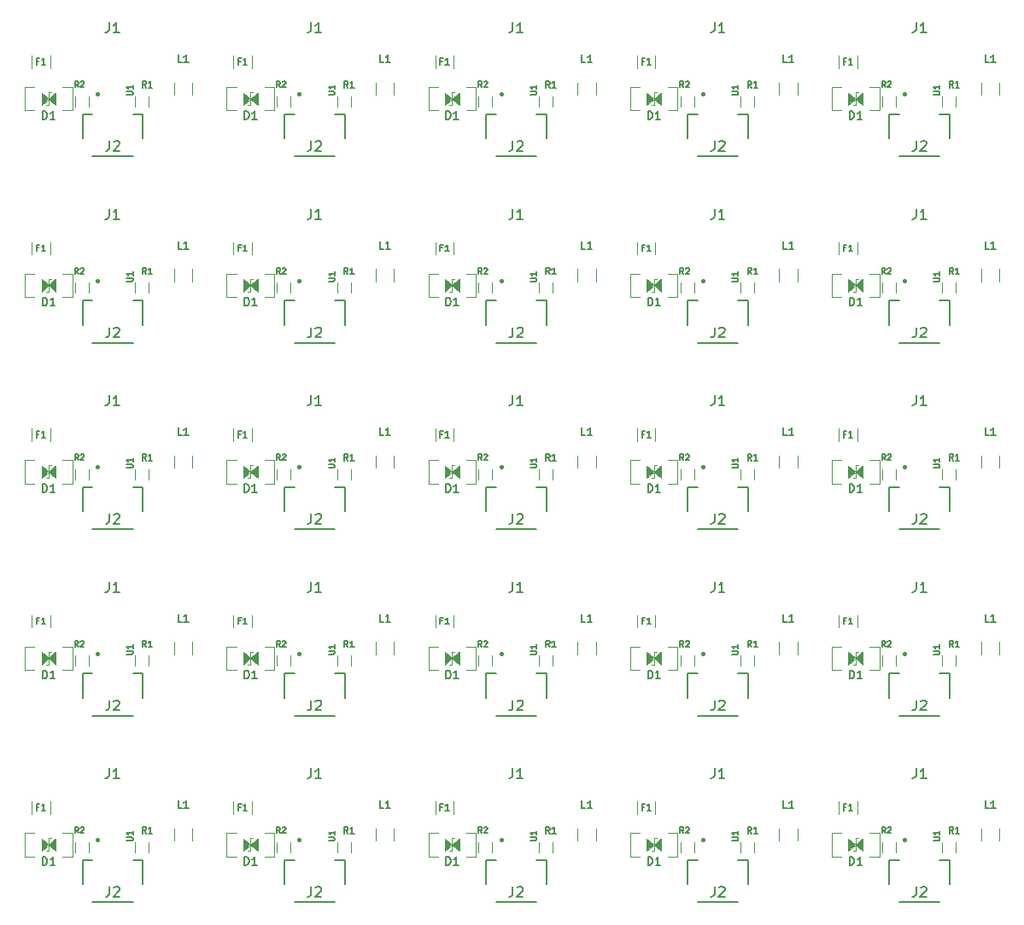
<source format=gto>
%MOIN*%
%OFA0B0*%
%FSLAX45Y45*%
%IPPOS*%
%LPD*%
%ADD10C,0.015748031496062995*%
%ADD11C,0.0047244094488188976*%
%ADD12C,0.004*%
%ADD13C,0.0039370078740157488*%
%ADD14C,0.005905511811023622*%
%ADD15C,0.006000000000000001*%
%ADD16C,0.005*%
%ADD17C,0.0078740157480314977*%
%ADD18O,0.04732283464566929X0.090629921259842525*%
%ADD19O,0.055196850393700786X0.078818897637795274*%
%ADD20C,0.029606299212598428*%
%ADD21C,0.14181106299212598*%
%ADD32C,0.015748031496062995*%
%ADD33C,0.0047244094488188976*%
%ADD34C,0.004*%
%ADD35C,0.0039370078740157488*%
%ADD36C,0.005905511811023622*%
%ADD37C,0.006000000000000001*%
%ADD38C,0.005*%
%ADD39C,0.0078740157480314977*%
%ADD40O,0.04732283464566929X0.090629921259842525*%
%ADD41O,0.055196850393700786X0.078818897637795274*%
%ADD42C,0.029606299212598428*%
%ADD43C,0.14181106299212598*%
%ADD44C,0.015748031496062995*%
%ADD45C,0.0047244094488188976*%
%ADD46C,0.004*%
%ADD47C,0.0039370078740157488*%
%ADD48C,0.005905511811023622*%
%ADD49C,0.006000000000000001*%
%ADD50C,0.005*%
%ADD51C,0.0078740157480314977*%
%ADD52O,0.04732283464566929X0.090629921259842525*%
%ADD53O,0.055196850393700786X0.078818897637795274*%
%ADD54C,0.029606299212598428*%
%ADD55C,0.14181106299212598*%
%ADD56C,0.015748031496062995*%
%ADD57C,0.0047244094488188976*%
%ADD58C,0.004*%
%ADD59C,0.0039370078740157488*%
%ADD60C,0.005905511811023622*%
%ADD61C,0.006000000000000001*%
%ADD62C,0.005*%
%ADD63C,0.0078740157480314977*%
%ADD64O,0.04732283464566929X0.090629921259842525*%
%ADD65O,0.055196850393700786X0.078818897637795274*%
%ADD66C,0.029606299212598428*%
%ADD67C,0.14181106299212598*%
%ADD68C,0.015748031496062995*%
%ADD69C,0.0047244094488188976*%
%ADD70C,0.004*%
%ADD71C,0.0039370078740157488*%
%ADD72C,0.005905511811023622*%
%ADD73C,0.006000000000000001*%
%ADD74C,0.005*%
%ADD75C,0.0078740157480314977*%
%ADD76O,0.04732283464566929X0.090629921259842525*%
%ADD77O,0.055196850393700786X0.078818897637795274*%
%ADD78C,0.029606299212598428*%
%ADD79C,0.14181106299212598*%
%ADD80C,0.015748031496062995*%
%ADD81C,0.0047244094488188976*%
%ADD82C,0.004*%
%ADD83C,0.0039370078740157488*%
%ADD84C,0.005905511811023622*%
%ADD85C,0.006000000000000001*%
%ADD86C,0.005*%
%ADD87C,0.0078740157480314977*%
%ADD88O,0.04732283464566929X0.090629921259842525*%
%ADD89O,0.055196850393700786X0.078818897637795274*%
%ADD90C,0.029606299212598428*%
%ADD91C,0.14181106299212598*%
%ADD92C,0.015748031496062995*%
%ADD93C,0.0047244094488188976*%
%ADD94C,0.004*%
%ADD95C,0.0039370078740157488*%
%ADD96C,0.005905511811023622*%
%ADD97C,0.006000000000000001*%
%ADD98C,0.005*%
%ADD99C,0.0078740157480314977*%
%ADD100O,0.04732283464566929X0.090629921259842525*%
%ADD101O,0.055196850393700786X0.078818897637795274*%
%ADD102C,0.029606299212598428*%
%ADD103C,0.14181106299212598*%
%ADD104C,0.015748031496062995*%
%ADD105C,0.0047244094488188976*%
%ADD106C,0.004*%
%ADD107C,0.0039370078740157488*%
%ADD108C,0.005905511811023622*%
%ADD109C,0.006000000000000001*%
%ADD110C,0.005*%
%ADD111C,0.0078740157480314977*%
%ADD112O,0.04732283464566929X0.090629921259842525*%
%ADD113O,0.055196850393700786X0.078818897637795274*%
%ADD114C,0.029606299212598428*%
%ADD115C,0.14181106299212598*%
%ADD116C,0.015748031496062995*%
%ADD117C,0.0047244094488188976*%
%ADD118C,0.004*%
%ADD119C,0.0039370078740157488*%
%ADD120C,0.005905511811023622*%
%ADD121C,0.006000000000000001*%
%ADD122C,0.005*%
%ADD123C,0.0078740157480314977*%
%ADD124O,0.04732283464566929X0.090629921259842525*%
%ADD125O,0.055196850393700786X0.078818897637795274*%
%ADD126C,0.029606299212598428*%
%ADD127C,0.14181106299212598*%
%ADD128C,0.015748031496062995*%
%ADD129C,0.0047244094488188976*%
%ADD130C,0.004*%
%ADD131C,0.0039370078740157488*%
%ADD132C,0.005905511811023622*%
%ADD133C,0.006000000000000001*%
%ADD134C,0.005*%
%ADD135C,0.0078740157480314977*%
%ADD136O,0.04732283464566929X0.090629921259842525*%
%ADD137O,0.055196850393700786X0.078818897637795274*%
%ADD138C,0.029606299212598428*%
%ADD139C,0.14181106299212598*%
%ADD140C,0.015748031496062995*%
%ADD141C,0.0047244094488188976*%
%ADD142C,0.004*%
%ADD143C,0.0039370078740157488*%
%ADD144C,0.005905511811023622*%
%ADD145C,0.006000000000000001*%
%ADD146C,0.005*%
%ADD147C,0.0078740157480314977*%
%ADD148O,0.04732283464566929X0.090629921259842525*%
%ADD149O,0.055196850393700786X0.078818897637795274*%
%ADD150C,0.029606299212598428*%
%ADD151C,0.14181106299212598*%
%ADD152C,0.015748031496062995*%
%ADD153C,0.0047244094488188976*%
%ADD154C,0.004*%
%ADD155C,0.0039370078740157488*%
%ADD156C,0.005905511811023622*%
%ADD157C,0.006000000000000001*%
%ADD158C,0.005*%
%ADD159C,0.0078740157480314977*%
%ADD160O,0.04732283464566929X0.090629921259842525*%
%ADD161O,0.055196850393700786X0.078818897637795274*%
%ADD162C,0.029606299212598428*%
%ADD163C,0.14181106299212598*%
%ADD164C,0.015748031496062995*%
%ADD165C,0.0047244094488188976*%
%ADD166C,0.004*%
%ADD167C,0.0039370078740157488*%
%ADD168C,0.005905511811023622*%
%ADD169C,0.006000000000000001*%
%ADD170C,0.005*%
%ADD171C,0.0078740157480314977*%
%ADD172O,0.04732283464566929X0.090629921259842525*%
%ADD173O,0.055196850393700786X0.078818897637795274*%
%ADD174C,0.029606299212598428*%
%ADD175C,0.14181106299212598*%
%ADD176C,0.015748031496062995*%
%ADD177C,0.0047244094488188976*%
%ADD178C,0.004*%
%ADD179C,0.0039370078740157488*%
%ADD180C,0.005905511811023622*%
%ADD181C,0.006000000000000001*%
%ADD182C,0.005*%
%ADD183C,0.0078740157480314977*%
%ADD184O,0.04732283464566929X0.090629921259842525*%
%ADD185O,0.055196850393700786X0.078818897637795274*%
%ADD186C,0.029606299212598428*%
%ADD187C,0.14181106299212598*%
%ADD188C,0.015748031496062995*%
%ADD189C,0.0047244094488188976*%
%ADD190C,0.004*%
%ADD191C,0.0039370078740157488*%
%ADD192C,0.005905511811023622*%
%ADD193C,0.006000000000000001*%
%ADD194C,0.005*%
%ADD195C,0.0078740157480314977*%
%ADD196O,0.04732283464566929X0.090629921259842525*%
%ADD197O,0.055196850393700786X0.078818897637795274*%
%ADD198C,0.029606299212598428*%
%ADD199C,0.14181106299212598*%
%ADD200C,0.015748031496062995*%
%ADD201C,0.0047244094488188976*%
%ADD202C,0.004*%
%ADD203C,0.0039370078740157488*%
%ADD204C,0.005905511811023622*%
%ADD205C,0.006000000000000001*%
%ADD206C,0.005*%
%ADD207C,0.0078740157480314977*%
%ADD208O,0.04732283464566929X0.090629921259842525*%
%ADD209O,0.055196850393700786X0.078818897637795274*%
%ADD210C,0.029606299212598428*%
%ADD211C,0.14181106299212598*%
%ADD212C,0.015748031496062995*%
%ADD213C,0.0047244094488188976*%
%ADD214C,0.004*%
%ADD215C,0.0039370078740157488*%
%ADD216C,0.005905511811023622*%
%ADD217C,0.006000000000000001*%
%ADD218C,0.005*%
%ADD219C,0.0078740157480314977*%
%ADD220O,0.04732283464566929X0.090629921259842525*%
%ADD221O,0.055196850393700786X0.078818897637795274*%
%ADD222C,0.029606299212598428*%
%ADD223C,0.14181106299212598*%
%ADD224C,0.015748031496062995*%
%ADD225C,0.0047244094488188976*%
%ADD226C,0.004*%
%ADD227C,0.0039370078740157488*%
%ADD228C,0.005905511811023622*%
%ADD229C,0.006000000000000001*%
%ADD230C,0.005*%
%ADD231C,0.0078740157480314977*%
%ADD232O,0.04732283464566929X0.090629921259842525*%
%ADD233O,0.055196850393700786X0.078818897637795274*%
%ADD234C,0.029606299212598428*%
%ADD235C,0.14181106299212598*%
%ADD236C,0.015748031496062995*%
%ADD237C,0.0047244094488188976*%
%ADD238C,0.004*%
%ADD239C,0.0039370078740157488*%
%ADD240C,0.005905511811023622*%
%ADD241C,0.006000000000000001*%
%ADD242C,0.005*%
%ADD243C,0.0078740157480314977*%
%ADD244O,0.04732283464566929X0.090629921259842525*%
%ADD245O,0.055196850393700786X0.078818897637795274*%
%ADD246C,0.029606299212598428*%
%ADD247C,0.14181106299212598*%
%ADD248C,0.015748031496062995*%
%ADD249C,0.0047244094488188976*%
%ADD250C,0.004*%
%ADD251C,0.0039370078740157488*%
%ADD252C,0.005905511811023622*%
%ADD253C,0.006000000000000001*%
%ADD254C,0.005*%
%ADD255C,0.0078740157480314977*%
%ADD256O,0.04732283464566929X0.090629921259842525*%
%ADD257O,0.055196850393700786X0.078818897637795274*%
%ADD258C,0.029606299212598428*%
%ADD259C,0.14181106299212598*%
%ADD260C,0.015748031496062995*%
%ADD261C,0.0047244094488188976*%
%ADD262C,0.004*%
%ADD263C,0.0039370078740157488*%
%ADD264C,0.005905511811023622*%
%ADD265C,0.006000000000000001*%
%ADD266C,0.005*%
%ADD267C,0.0078740157480314977*%
%ADD268O,0.04732283464566929X0.090629921259842525*%
%ADD269O,0.055196850393700786X0.078818897637795274*%
%ADD270C,0.029606299212598428*%
%ADD271C,0.14181106299212598*%
%ADD272C,0.015748031496062995*%
%ADD273C,0.0047244094488188976*%
%ADD274C,0.004*%
%ADD275C,0.0039370078740157488*%
%ADD276C,0.005905511811023622*%
%ADD277C,0.006000000000000001*%
%ADD278C,0.005*%
%ADD279C,0.0078740157480314977*%
%ADD280O,0.04732283464566929X0.090629921259842525*%
%ADD281O,0.055196850393700786X0.078818897637795274*%
%ADD282C,0.029606299212598428*%
%ADD283C,0.14181106299212598*%
%ADD284C,0.015748031496062995*%
%ADD285C,0.0047244094488188976*%
%ADD286C,0.004*%
%ADD287C,0.0039370078740157488*%
%ADD288C,0.005905511811023622*%
%ADD289C,0.006000000000000001*%
%ADD290C,0.005*%
%ADD291C,0.0078740157480314977*%
%ADD292O,0.04732283464566929X0.090629921259842525*%
%ADD293O,0.055196850393700786X0.078818897637795274*%
%ADD294C,0.029606299212598428*%
%ADD295C,0.14181106299212598*%
%ADD296C,0.015748031496062995*%
%ADD297C,0.0047244094488188976*%
%ADD298C,0.004*%
%ADD299C,0.0039370078740157488*%
%ADD300C,0.005905511811023622*%
%ADD301C,0.006000000000000001*%
%ADD302C,0.005*%
%ADD303C,0.0078740157480314977*%
%ADD304O,0.04732283464566929X0.090629921259842525*%
%ADD305O,0.055196850393700786X0.078818897637795274*%
%ADD306C,0.029606299212598428*%
%ADD307C,0.14181106299212598*%
%ADD308C,0.015748031496062995*%
%ADD309C,0.0047244094488188976*%
%ADD310C,0.004*%
%ADD311C,0.0039370078740157488*%
%ADD312C,0.005905511811023622*%
%ADD313C,0.006000000000000001*%
%ADD314C,0.005*%
%ADD315C,0.0078740157480314977*%
%ADD316O,0.04732283464566929X0.090629921259842525*%
%ADD317O,0.055196850393700786X0.078818897637795274*%
%ADD318C,0.029606299212598428*%
%ADD319C,0.14181106299212598*%
G01*
D10*
X000029519Y000026049D02*
G75*
G03*
X000029519Y000026049D01*
G01*
D11*
X000066507Y000025854D02*
X000066507Y000030594D01*
X000059342Y000025854D02*
X000059342Y000030594D01*
X000026102Y000025251D02*
X000026102Y000021314D01*
X000020748Y000021314D02*
X000020748Y000025251D01*
X000003842Y000041094D02*
X000003842Y000036354D01*
X000011007Y000041094D02*
X000011007Y000036354D01*
D12*
X000019677Y000019696D02*
X000015936Y000019696D01*
X000019677Y000028751D02*
X000015936Y000028751D01*
X000019677Y000028751D02*
X000019677Y000019696D01*
X000001173Y000019696D02*
X000004913Y000019696D01*
X000001173Y000028751D02*
X000004913Y000028751D01*
X000001173Y000019696D02*
X000001173Y000028751D01*
D13*
G36*
X000010425Y000024224D02*
G01*
X000013224Y000026586D01*
X000013224Y000021862D01*
X000010425Y000024224D01*
G37*
X000010425Y000024224D02*
X000013224Y000026586D01*
X000013224Y000021862D01*
X000010425Y000024224D01*
G36*
X000010425Y000024224D02*
G01*
X000007625Y000021862D01*
X000007625Y000026586D01*
X000010425Y000024224D01*
G37*
X000010425Y000024224D02*
X000007625Y000021862D01*
X000007625Y000026586D01*
X000010425Y000024224D01*
D11*
X000010425Y000026724D02*
X000010425Y000021724D01*
X000010425Y000021724D02*
X000009425Y000021724D01*
X000010425Y000026724D02*
X000011425Y000026724D01*
D14*
X000023622Y000018307D02*
X000027559Y000018307D01*
X000023622Y000008858D02*
X000023622Y000018307D01*
X000043307Y000001771D02*
X000027559Y000001771D01*
X000047244Y000018307D02*
X000047244Y000008858D01*
X000043307Y000018307D02*
X000047244Y000018307D01*
D11*
X000044247Y000021314D02*
X000044247Y000025251D01*
X000049602Y000025251D02*
X000049602Y000021314D01*
D14*
X000040931Y000025824D02*
X000042843Y000025824D01*
X000043068Y000025937D01*
X000043181Y000026049D01*
X000043293Y000026274D01*
X000043293Y000026724D01*
X000043181Y000026949D01*
X000043068Y000027061D01*
X000042843Y000027174D01*
X000040931Y000027174D01*
X000043293Y000029536D02*
X000043293Y000028186D01*
X000043293Y000028861D02*
X000040931Y000028861D01*
X000041269Y000028636D01*
X000041493Y000028411D01*
X000041606Y000028186D01*
D15*
X000062425Y000038426D02*
X000060996Y000038426D01*
X000060996Y000041426D01*
X000064996Y000038426D02*
X000063282Y000038426D01*
X000064139Y000038426D02*
X000064139Y000041426D01*
X000063853Y000040997D01*
X000063567Y000040712D01*
X000063282Y000040569D01*
D16*
X000022041Y000028742D02*
X000021275Y000029838D01*
X000020727Y000028742D02*
X000020727Y000031042D01*
X000021603Y000031042D01*
X000021822Y000030933D01*
X000021932Y000030823D01*
X000022041Y000030604D01*
X000022041Y000030276D01*
X000021932Y000030057D01*
X000021822Y000029947D01*
X000021603Y000029838D01*
X000020727Y000029838D01*
X000022918Y000030823D02*
X000023027Y000030933D01*
X000023246Y000031042D01*
X000023794Y000031042D01*
X000024013Y000030933D01*
X000024122Y000030823D01*
X000024232Y000030604D01*
X000024232Y000030385D01*
X000024122Y000030057D01*
X000022808Y000028742D01*
X000024232Y000028742D01*
X000006591Y000038902D02*
X000005758Y000038902D01*
X000005758Y000037593D02*
X000005758Y000040093D01*
X000006948Y000040093D01*
X000009210Y000037593D02*
X000007782Y000037593D01*
X000008496Y000037593D02*
X000008496Y000040093D01*
X000008258Y000039736D01*
X000008020Y000039498D01*
X000007782Y000039379D01*
D17*
X000008100Y000016299D02*
X000008100Y000019449D01*
X000008850Y000019449D01*
X000009300Y000019299D01*
X000009600Y000018999D01*
X000009750Y000018699D01*
X000009900Y000018099D01*
X000009900Y000017649D01*
X000009750Y000017049D01*
X000009600Y000016749D01*
X000009300Y000016449D01*
X000008850Y000016299D01*
X000008100Y000016299D01*
X000012899Y000016299D02*
X000011100Y000016299D01*
X000011999Y000016299D02*
X000011999Y000019449D01*
X000011700Y000018999D01*
X000011400Y000018699D01*
X000011100Y000018549D01*
D14*
X000034112Y000054124D02*
X000034112Y000051312D01*
X000033925Y000050749D01*
X000033550Y000050374D01*
X000032987Y000050187D01*
X000032612Y000050187D01*
X000038049Y000050187D02*
X000035800Y000050187D01*
X000036925Y000050187D02*
X000036925Y000054124D01*
X000036550Y000053562D01*
X000036175Y000053187D01*
X000035800Y000052999D01*
X000034136Y000007821D02*
X000034136Y000005009D01*
X000033948Y000004446D01*
X000033574Y000004071D01*
X000033011Y000003884D01*
X000032636Y000003884D01*
X000035823Y000007446D02*
X000036011Y000007633D01*
X000036386Y000007821D01*
X000037323Y000007821D01*
X000037698Y000007633D01*
X000037885Y000007446D01*
X000038073Y000007071D01*
X000038073Y000006696D01*
X000037885Y000006134D01*
X000035636Y000003884D01*
X000038073Y000003884D01*
D16*
X000048508Y000028652D02*
X000047675Y000029842D01*
X000047079Y000028652D02*
X000047079Y000031152D01*
X000048032Y000031152D01*
X000048270Y000031033D01*
X000048389Y000030914D01*
X000048508Y000030676D01*
X000048508Y000030319D01*
X000048389Y000030081D01*
X000048270Y000029962D01*
X000048032Y000029842D01*
X000047079Y000029842D01*
X000050889Y000028652D02*
X000049460Y000028652D01*
X000050175Y000028652D02*
X000050175Y000031152D01*
X000049937Y000030795D01*
X000049699Y000030557D01*
X000049460Y000030438D01*
%LPC*%
G36*
G01*
X000030795Y000025518D02*
X000030795Y000026699D01*
G75*
G02*
X000031488Y000027392I000000692D01*
G01*
X000031488Y000027392D01*
G75*
G02*
X000032181Y000026699J-000000692D01*
G01*
X000032181Y000025518D01*
G75*
G02*
X000031488Y000024825I-000000692D01*
G01*
X000031488Y000024825D01*
G75*
G02*
X000030795Y000025518J000000692D01*
G01*
G37*
G36*
G01*
X000032763Y000025025D02*
X000032763Y000027191D01*
G75*
G02*
X000032964Y000027392I000000200D01*
G01*
X000033948Y000027392D01*
G75*
G02*
X000034149Y000027191J-000000200D01*
G01*
X000034149Y000025025D01*
G75*
G02*
X000033948Y000024825I-000000200D01*
G01*
X000032964Y000024825D01*
G75*
G02*
X000032763Y000025025J000000200D01*
G01*
G37*
G36*
G01*
X000034633Y000025025D02*
X000034633Y000027191D01*
G75*
G02*
X000034834Y000027392I000000200D01*
G01*
X000036015Y000027392D01*
G75*
G02*
X000036216Y000027191J-000000200D01*
G01*
X000036216Y000025025D01*
G75*
G02*
X000036015Y000024825I-000000200D01*
G01*
X000034834Y000024825D01*
G75*
G02*
X000034633Y000025025J000000200D01*
G01*
G37*
G36*
G01*
X000036700Y000025025D02*
X000036700Y000027191D01*
G75*
G02*
X000036901Y000027392I000000200D01*
G01*
X000037885Y000027392D01*
G75*
G02*
X000038086Y000027191J-000000200D01*
G01*
X000038086Y000025025D01*
G75*
G02*
X000037885Y000024825I-000000200D01*
G01*
X000036901Y000024825D01*
G75*
G02*
X000036700Y000025025J000000200D01*
G01*
G37*
G36*
G01*
X000038669Y000025025D02*
X000038669Y000027191D01*
G75*
G02*
X000038870Y000027392I000000200D01*
G01*
X000039854Y000027392D01*
G75*
G02*
X000040055Y000027191J-000000200D01*
G01*
X000040055Y000025025D01*
G75*
G02*
X000039854Y000024825I-000000200D01*
G01*
X000038870Y000024825D01*
G75*
G02*
X000038669Y000025025J000000200D01*
G01*
G37*
G36*
G01*
X000032763Y000028057D02*
X000032763Y000030222D01*
G75*
G02*
X000032964Y000030423I000000200D01*
G01*
X000033948Y000030423D01*
G75*
G02*
X000034149Y000030222J-000000200D01*
G01*
X000034149Y000028057D01*
G75*
G02*
X000033948Y000027856I-000000200D01*
G01*
X000032964Y000027856D01*
G75*
G02*
X000032763Y000028057J000000200D01*
G01*
G37*
G36*
G01*
X000038669Y000028057D02*
X000038669Y000030222D01*
G75*
G02*
X000038870Y000030423I000000200D01*
G01*
X000039854Y000030423D01*
G75*
G02*
X000040055Y000030222J-000000200D01*
G01*
X000040055Y000028057D01*
G75*
G02*
X000039854Y000027856I-000000200D01*
G01*
X000038870Y000027856D01*
G75*
G02*
X000038669Y000028057J000000200D01*
G01*
G37*
G36*
G01*
X000036700Y000028057D02*
X000036700Y000030222D01*
G75*
G02*
X000036901Y000030423I000000200D01*
G01*
X000037885Y000030423D01*
G75*
G02*
X000038086Y000030222J-000000200D01*
G01*
X000038086Y000028057D01*
G75*
G02*
X000037885Y000027856I-000000200D01*
G01*
X000036901Y000027856D01*
G75*
G02*
X000036700Y000028057J000000200D01*
G01*
G37*
G36*
G01*
X000030795Y000028057D02*
X000030795Y000030222D01*
G75*
G02*
X000030996Y000030423I000000200D01*
G01*
X000031980Y000030423D01*
G75*
G02*
X000032181Y000030222J-000000200D01*
G01*
X000032181Y000028057D01*
G75*
G02*
X000031980Y000027856I-000000200D01*
G01*
X000030996Y000027856D01*
G75*
G02*
X000030795Y000028057J000000200D01*
G01*
G37*
G36*
G01*
X000034633Y000028057D02*
X000034633Y000030222D01*
G75*
G02*
X000034834Y000030423I000000200D01*
G01*
X000036015Y000030423D01*
G75*
G02*
X000036216Y000030222J-000000200D01*
G01*
X000036216Y000028057D01*
G75*
G02*
X000036015Y000027856I-000000200D01*
G01*
X000034834Y000027856D01*
G75*
G02*
X000034633Y000028057J000000200D01*
G01*
G37*
G36*
G01*
X000065506Y000031074D02*
X000060344Y000031074D01*
G75*
G02*
X000059279Y000032139J000001064D01*
G01*
X000059279Y000035333D01*
G75*
G02*
X000060344Y000036397I000001064D01*
G01*
X000065506Y000036397D01*
G75*
G02*
X000066570Y000035333J-000001064D01*
G01*
X000066570Y000032139D01*
G75*
G02*
X000065506Y000031074I-000001064D01*
G01*
G37*
G36*
G01*
X000065506Y000020051D02*
X000060344Y000020051D01*
G75*
G02*
X000059279Y000021115J000001064D01*
G01*
X000059279Y000024309D01*
G75*
G02*
X000060344Y000025373I000001064D01*
G01*
X000065506Y000025373D01*
G75*
G02*
X000066570Y000024309J-000001064D01*
G01*
X000066570Y000021115D01*
G75*
G02*
X000065506Y000020051I-000001064D01*
G01*
G37*
G36*
G01*
X000021653Y000027421D02*
X000025196Y000027421D01*
G75*
G02*
X000025397Y000027220J-000000200D01*
G01*
X000025397Y000025251D01*
G75*
G02*
X000025196Y000025051I-000000200D01*
G01*
X000021653Y000025051D01*
G75*
G02*
X000021452Y000025251J000000200D01*
G01*
X000021452Y000027220D01*
G75*
G02*
X000021653Y000027421I000000200D01*
G01*
G37*
G36*
G01*
X000021653Y000021515D02*
X000025196Y000021515D01*
G75*
G02*
X000025397Y000021314J-000000200D01*
G01*
X000025397Y000019346D01*
G75*
G02*
X000025196Y000019145I-000000200D01*
G01*
X000021653Y000019145D01*
G75*
G02*
X000021452Y000019346J000000200D01*
G01*
X000021452Y000021314D01*
G75*
G02*
X000021653Y000021515I000000200D01*
G01*
G37*
G36*
G01*
X000004844Y000035873D02*
X000010006Y000035873D01*
G75*
G02*
X000011070Y000034809J-000001064D01*
G01*
X000011070Y000031615D01*
G75*
G02*
X000010006Y000030551I-000001064D01*
G01*
X000004844Y000030551D01*
G75*
G02*
X000003779Y000031615J000001064D01*
G01*
X000003779Y000034809D01*
G75*
G02*
X000004844Y000035873I000001064D01*
G01*
G37*
G36*
G01*
X000004844Y000046897D02*
X000010006Y000046897D01*
G75*
G02*
X000011070Y000045833J-000001064D01*
G01*
X000011070Y000042639D01*
G75*
G02*
X000010006Y000041574I-000001064D01*
G01*
X000004844Y000041574D01*
G75*
G02*
X000003779Y000042639J000001064D01*
G01*
X000003779Y000045833D01*
G75*
G02*
X000004844Y000046897I000001064D01*
G01*
G37*
G36*
G01*
X000019090Y000025702D02*
X000019090Y000022746D01*
G75*
G02*
X000018005Y000021661I-000001084D01*
G01*
X000015836Y000021661D01*
G75*
G02*
X000014751Y000022746J000001084D01*
G01*
X000014751Y000025702D01*
G75*
G02*
X000015836Y000026787I000001084D01*
G01*
X000018005Y000026787D01*
G75*
G02*
X000019090Y000025702J-000001084D01*
G01*
G37*
G36*
G01*
X000006098Y000025702D02*
X000006098Y000022746D01*
G75*
G02*
X000005013Y000021661I-000001084D01*
G01*
X000002844Y000021661D01*
G75*
G02*
X000001759Y000022746J000001084D01*
G01*
X000001759Y000025702D01*
G75*
G02*
X000002844Y000026787I000001084D01*
G01*
X000005013Y000026787D01*
G75*
G02*
X000006098Y000025702J-000001084D01*
G01*
G37*
D18*
X000018496Y000038188D03*
D19*
X000018496Y000054724D03*
D20*
X000024047Y000040358D03*
X000046803Y000040358D03*
D19*
X000052354Y000054724D03*
G36*
G01*
X000049602Y000037501D02*
X000049602Y000032773D01*
G75*
G02*
X000048911Y000032082I-000000690D01*
G01*
X000047529Y000032082D01*
G75*
G02*
X000046838Y000032773J000000690D01*
G01*
X000046838Y000037501D01*
G75*
G02*
X000047529Y000038192I000000690D01*
G01*
X000048911Y000038192D01*
G75*
G02*
X000049602Y000037501J-000000690D01*
G01*
G37*
G36*
G01*
X000043106Y000037797D02*
X000043106Y000032478D01*
G75*
G02*
X000042710Y000032082I-000000395D01*
G01*
X000041919Y000032082D01*
G75*
G02*
X000041523Y000032478J000000395D01*
G01*
X000041523Y000037797D01*
G75*
G02*
X000041919Y000038192I000000395D01*
G01*
X000042710Y000038192D01*
G75*
G02*
X000043106Y000037797J-000000395D01*
G01*
G37*
G36*
G01*
X000041137Y000037797D02*
X000041137Y000032478D01*
G75*
G02*
X000040742Y000032082I-000000395D01*
G01*
X000039950Y000032082D01*
G75*
G02*
X000039555Y000032478J000000395D01*
G01*
X000039555Y000037797D01*
G75*
G02*
X000039950Y000038192I000000395D01*
G01*
X000040742Y000038192D01*
G75*
G02*
X000041137Y000037797J-000000395D01*
G01*
G37*
G36*
G01*
X000039169Y000037797D02*
X000039169Y000032478D01*
G75*
G02*
X000038773Y000032082I-000000395D01*
G01*
X000037982Y000032082D01*
G75*
G02*
X000037586Y000032478J000000395D01*
G01*
X000037586Y000037797D01*
G75*
G02*
X000037982Y000038192I000000395D01*
G01*
X000038773Y000038192D01*
G75*
G02*
X000039169Y000037797J-000000395D01*
G01*
G37*
G36*
G01*
X000037216Y000037797D02*
X000037216Y000032478D01*
G75*
G02*
X000036820Y000032082I-000000395D01*
G01*
X000036029Y000032082D01*
G75*
G02*
X000035633Y000032478J000000395D01*
G01*
X000035633Y000037797D01*
G75*
G02*
X000036029Y000038192I000000395D01*
G01*
X000036820Y000038192D01*
G75*
G02*
X000037216Y000037797J-000000395D01*
G01*
G37*
G36*
G01*
X000029326Y000037797D02*
X000029326Y000032478D01*
G75*
G02*
X000028931Y000032082I-000000395D01*
G01*
X000028139Y000032082D01*
G75*
G02*
X000027744Y000032478J000000395D01*
G01*
X000027744Y000037797D01*
G75*
G02*
X000028139Y000038192I000000395D01*
G01*
X000028931Y000038192D01*
G75*
G02*
X000029326Y000037797J-000000395D01*
G01*
G37*
G36*
G01*
X000031295Y000037797D02*
X000031295Y000032478D01*
G75*
G02*
X000030899Y000032082I-000000395D01*
G01*
X000030108Y000032082D01*
G75*
G02*
X000029712Y000032478J000000395D01*
G01*
X000029712Y000037797D01*
G75*
G02*
X000030108Y000038192I000000395D01*
G01*
X000030899Y000038192D01*
G75*
G02*
X000031295Y000037797J-000000395D01*
G01*
G37*
G36*
G01*
X000033263Y000037797D02*
X000033263Y000032478D01*
G75*
G02*
X000032868Y000032082I-000000395D01*
G01*
X000032076Y000032082D01*
G75*
G02*
X000031681Y000032478J000000395D01*
G01*
X000031681Y000037797D01*
G75*
G02*
X000032076Y000038192I000000395D01*
G01*
X000032868Y000038192D01*
G75*
G02*
X000033263Y000037797J-000000395D01*
G01*
G37*
G36*
G01*
X000035232Y000037797D02*
X000035232Y000032478D01*
G75*
G02*
X000034836Y000032082I-000000395D01*
G01*
X000034045Y000032082D01*
G75*
G02*
X000033649Y000032478J000000395D01*
G01*
X000033649Y000037797D01*
G75*
G02*
X000034045Y000038192I000000395D01*
G01*
X000034836Y000038192D01*
G75*
G02*
X000035232Y000037797J-000000395D01*
G01*
G37*
D18*
X000052354Y000038188D03*
G36*
G01*
X000046452Y000037501D02*
X000046452Y000032773D01*
G75*
G02*
X000045761Y000032082I-000000690D01*
G01*
X000044379Y000032082D01*
G75*
G02*
X000043688Y000032773J000000690D01*
G01*
X000043688Y000037501D01*
G75*
G02*
X000044379Y000038192I000000690D01*
G01*
X000045761Y000038192D01*
G75*
G02*
X000046452Y000037501J-000000690D01*
G01*
G37*
G36*
G01*
X000024011Y000037501D02*
X000024011Y000032773D01*
G75*
G02*
X000023320Y000032082I-000000690D01*
G01*
X000021938Y000032082D01*
G75*
G02*
X000021247Y000032773J000000690D01*
G01*
X000021247Y000037501D01*
G75*
G02*
X000021938Y000038192I000000690D01*
G01*
X000023320Y000038192D01*
G75*
G02*
X000024011Y000037501J-000000690D01*
G01*
G37*
G36*
G01*
X000027161Y000037501D02*
X000027161Y000032773D01*
G75*
G02*
X000026470Y000032082I-000000690D01*
G01*
X000025088Y000032082D01*
G75*
G02*
X000024397Y000032773J000000690D01*
G01*
X000024397Y000037501D01*
G75*
G02*
X000025088Y000038192I000000690D01*
G01*
X000026470Y000038192D01*
G75*
G02*
X000027161Y000037501J-000000690D01*
G01*
G37*
D21*
X000007874Y000057086D03*
X000062992Y000057086D03*
X000007874Y000007874D03*
X000062992Y000007874D03*
G36*
G01*
X000036019Y000016732D02*
X000036019Y000022834D01*
G75*
G02*
X000036220Y000023035I000000200D01*
G01*
X000038582Y000023035D01*
G75*
G02*
X000038783Y000022834J-000000200D01*
G01*
X000038783Y000016732D01*
G75*
G02*
X000038582Y000016531I-000000200D01*
G01*
X000036220Y000016531D01*
G75*
G02*
X000036019Y000016732J000000200D01*
G01*
G37*
G36*
G01*
X000039956Y000016732D02*
X000039956Y000022834D01*
G75*
G02*
X000040157Y000023035I000000200D01*
G01*
X000042519Y000023035D01*
G75*
G02*
X000042720Y000022834J-000000200D01*
G01*
X000042720Y000016732D01*
G75*
G02*
X000042519Y000016531I-000000200D01*
G01*
X000040157Y000016531D01*
G75*
G02*
X000039956Y000016732J000000200D01*
G01*
G37*
G36*
G01*
X000032082Y000016732D02*
X000032082Y000022834D01*
G75*
G02*
X000032283Y000023035I000000200D01*
G01*
X000034645Y000023035D01*
G75*
G02*
X000034846Y000022834J-000000200D01*
G01*
X000034846Y000016732D01*
G75*
G02*
X000034645Y000016531I-000000200D01*
G01*
X000032283Y000016531D01*
G75*
G02*
X000032082Y000016732J000000200D01*
G01*
G37*
G36*
G01*
X000028145Y000016732D02*
X000028145Y000022834D01*
G75*
G02*
X000028346Y000023035I000000200D01*
G01*
X000030708Y000023035D01*
G75*
G02*
X000030909Y000022834J-000000200D01*
G01*
X000030909Y000016732D01*
G75*
G02*
X000030708Y000016531I-000000200D01*
G01*
X000028346Y000016531D01*
G75*
G02*
X000028145Y000016732J000000200D01*
G01*
G37*
G36*
G01*
X000021846Y000000984D02*
X000021846Y000008070D01*
G75*
G02*
X000022047Y000008271I000000200D01*
G01*
X000026771Y000008271D01*
G75*
G02*
X000026972Y000008070J-000000200D01*
G01*
X000026972Y000000984D01*
G75*
G02*
X000026771Y000000783I-000000200D01*
G01*
X000022047Y000000783D01*
G75*
G02*
X000021846Y000000984J000000200D01*
G01*
G37*
G36*
G01*
X000043893Y000000984D02*
X000043893Y000008070D01*
G75*
G02*
X000044094Y000008271I000000200D01*
G01*
X000048818Y000008271D01*
G75*
G02*
X000049019Y000008070J-000000200D01*
G01*
X000049019Y000000984D01*
G75*
G02*
X000048818Y000000783I-000000200D01*
G01*
X000044094Y000000783D01*
G75*
G02*
X000043893Y000000984J000000200D01*
G01*
G37*
G36*
G01*
X000045153Y000021515D02*
X000048696Y000021515D01*
G75*
G02*
X000048897Y000021314J-000000200D01*
G01*
X000048897Y000019346D01*
G75*
G02*
X000048696Y000019145I-000000200D01*
G01*
X000045153Y000019145D01*
G75*
G02*
X000044952Y000019346J000000200D01*
G01*
X000044952Y000021314D01*
G75*
G02*
X000045153Y000021515I000000200D01*
G01*
G37*
G36*
G01*
X000045153Y000027421D02*
X000048696Y000027421D01*
G75*
G02*
X000048897Y000027220J-000000200D01*
G01*
X000048897Y000025251D01*
G75*
G02*
X000048696Y000025051I-000000200D01*
G01*
X000045153Y000025051D01*
G75*
G02*
X000044952Y000025251J000000200D01*
G01*
X000044952Y000027220D01*
G75*
G02*
X000045153Y000027421I000000200D01*
G01*
G37*
G04 next file*
%LPD*%
G04 #@! TF.GenerationSoftware,KiCad,Pcbnew,(5.1.10)-1*
G04 #@! TF.CreationDate,2021-06-23T20:06:34+07:00*
G04 #@! TF.ProjectId,Daughterboard,44617567-6874-4657-9262-6f6172642e6b,C3*
G04 #@! TF.SameCoordinates,Original*
G04 #@! TF.FileFunction,Legend,Top*
G04 #@! TF.FilePolarity,Positive*
G04 Gerber Fmt 4.5, Leading zero omitted, Abs format (unit mm)*
G04 Created by KiCad (PCBNEW (5.1.10)-1) date 2021-06-23 20:06:34*
G01*
G04 APERTURE LIST*
G04 APERTURE END LIST*
D32*
X000108259Y000026049D02*
G75*
G03*
X000108259Y000026049D01*
G01*
D33*
X000145248Y000025854D02*
X000145248Y000030594D01*
X000138082Y000025854D02*
X000138082Y000030594D01*
X000104842Y000025251D02*
X000104842Y000021314D01*
X000099488Y000021314D02*
X000099488Y000025251D01*
X000082582Y000041094D02*
X000082582Y000036354D01*
X000089748Y000041094D02*
X000089748Y000036354D01*
D34*
X000098417Y000019696D02*
X000094677Y000019696D01*
X000098417Y000028751D02*
X000094677Y000028751D01*
X000098417Y000028751D02*
X000098417Y000019696D01*
X000079913Y000019696D02*
X000083653Y000019696D01*
X000079913Y000028751D02*
X000083653Y000028751D01*
X000079913Y000019696D02*
X000079913Y000028751D01*
D35*
G36*
X000089165Y000024224D02*
G01*
X000091964Y000026586D01*
X000091964Y000021862D01*
X000089165Y000024224D01*
G37*
X000089165Y000024224D02*
X000091964Y000026586D01*
X000091964Y000021862D01*
X000089165Y000024224D01*
G36*
X000089165Y000024224D02*
G01*
X000086366Y000021862D01*
X000086366Y000026586D01*
X000089165Y000024224D01*
G37*
X000089165Y000024224D02*
X000086366Y000021862D01*
X000086366Y000026586D01*
X000089165Y000024224D01*
D33*
X000089165Y000026724D02*
X000089165Y000021724D01*
X000089165Y000021724D02*
X000088165Y000021724D01*
X000089165Y000026724D02*
X000090165Y000026724D01*
D36*
X000102362Y000018307D02*
X000106299Y000018307D01*
X000102362Y000008858D02*
X000102362Y000018307D01*
X000122047Y000001771D02*
X000106299Y000001771D01*
X000125984Y000018307D02*
X000125984Y000008858D01*
X000122047Y000018307D02*
X000125984Y000018307D01*
D33*
X000122988Y000021314D02*
X000122988Y000025251D01*
X000128342Y000025251D02*
X000128342Y000021314D01*
D36*
X000119671Y000025824D02*
X000121584Y000025824D01*
X000121808Y000025937D01*
X000121921Y000026049D01*
X000122033Y000026274D01*
X000122033Y000026724D01*
X000121921Y000026949D01*
X000121808Y000027061D01*
X000121584Y000027174D01*
X000119671Y000027174D01*
X000122033Y000029536D02*
X000122033Y000028186D01*
X000122033Y000028861D02*
X000119671Y000028861D01*
X000120009Y000028636D01*
X000120234Y000028411D01*
X000120346Y000028186D01*
D37*
X000141165Y000038426D02*
X000139736Y000038426D01*
X000139736Y000041426D01*
X000143736Y000038426D02*
X000142022Y000038426D01*
X000142879Y000038426D02*
X000142879Y000041426D01*
X000142593Y000040997D01*
X000142308Y000040712D01*
X000142022Y000040569D01*
D38*
X000100782Y000028742D02*
X000100015Y000029838D01*
X000099467Y000028742D02*
X000099467Y000031042D01*
X000100343Y000031042D01*
X000100562Y000030933D01*
X000100672Y000030823D01*
X000100782Y000030604D01*
X000100782Y000030276D01*
X000100672Y000030057D01*
X000100562Y000029947D01*
X000100343Y000029838D01*
X000099467Y000029838D01*
X000101658Y000030823D02*
X000101767Y000030933D01*
X000101986Y000031042D01*
X000102534Y000031042D01*
X000102753Y000030933D01*
X000102862Y000030823D01*
X000102972Y000030604D01*
X000102972Y000030385D01*
X000102862Y000030057D01*
X000101548Y000028742D01*
X000102972Y000028742D01*
X000085332Y000038902D02*
X000084498Y000038902D01*
X000084498Y000037593D02*
X000084498Y000040093D01*
X000085689Y000040093D01*
X000087951Y000037593D02*
X000086522Y000037593D01*
X000087236Y000037593D02*
X000087236Y000040093D01*
X000086998Y000039736D01*
X000086760Y000039498D01*
X000086522Y000039379D01*
D39*
X000086840Y000016299D02*
X000086840Y000019449D01*
X000087590Y000019449D01*
X000088040Y000019299D01*
X000088340Y000018999D01*
X000088490Y000018699D01*
X000088640Y000018099D01*
X000088640Y000017649D01*
X000088490Y000017049D01*
X000088340Y000016749D01*
X000088040Y000016449D01*
X000087590Y000016299D01*
X000086840Y000016299D01*
X000091640Y000016299D02*
X000089840Y000016299D01*
X000090740Y000016299D02*
X000090740Y000019449D01*
X000090440Y000018999D01*
X000090140Y000018699D01*
X000089840Y000018549D01*
D36*
X000112853Y000054124D02*
X000112853Y000051312D01*
X000112665Y000050749D01*
X000112290Y000050374D01*
X000111728Y000050187D01*
X000111353Y000050187D01*
X000116790Y000050187D02*
X000114540Y000050187D01*
X000115665Y000050187D02*
X000115665Y000054124D01*
X000115290Y000053562D01*
X000114915Y000053187D01*
X000114540Y000052999D01*
X000112876Y000007821D02*
X000112876Y000005009D01*
X000112689Y000004446D01*
X000112314Y000004071D01*
X000111751Y000003884D01*
X000111376Y000003884D01*
X000114563Y000007446D02*
X000114751Y000007633D01*
X000115126Y000007821D01*
X000116063Y000007821D01*
X000116438Y000007633D01*
X000116626Y000007446D01*
X000116813Y000007071D01*
X000116813Y000006696D01*
X000116626Y000006134D01*
X000114376Y000003884D01*
X000116813Y000003884D01*
D38*
X000127248Y000028652D02*
X000126415Y000029842D01*
X000125820Y000028652D02*
X000125820Y000031152D01*
X000126772Y000031152D01*
X000127010Y000031033D01*
X000127129Y000030914D01*
X000127248Y000030676D01*
X000127248Y000030319D01*
X000127129Y000030081D01*
X000127010Y000029962D01*
X000126772Y000029842D01*
X000125820Y000029842D01*
X000129629Y000028652D02*
X000128201Y000028652D01*
X000128915Y000028652D02*
X000128915Y000031152D01*
X000128677Y000030795D01*
X000128439Y000030557D01*
X000128201Y000030438D01*
%LPC*%
G36*
G01*
X000109535Y000025518D02*
X000109535Y000026699D01*
G75*
G02*
X000110228Y000027392I000000692D01*
G01*
X000110228Y000027392D01*
G75*
G02*
X000110921Y000026699J-000000692D01*
G01*
X000110921Y000025518D01*
G75*
G02*
X000110228Y000024825I-000000692D01*
G01*
X000110228Y000024825D01*
G75*
G02*
X000109535Y000025518J000000692D01*
G01*
G37*
G36*
G01*
X000111503Y000025025D02*
X000111503Y000027191D01*
G75*
G02*
X000111704Y000027392I000000200D01*
G01*
X000112688Y000027392D01*
G75*
G02*
X000112889Y000027191J-000000200D01*
G01*
X000112889Y000025025D01*
G75*
G02*
X000112688Y000024825I-000000200D01*
G01*
X000111704Y000024825D01*
G75*
G02*
X000111503Y000025025J000000200D01*
G01*
G37*
G36*
G01*
X000113374Y000025025D02*
X000113374Y000027191D01*
G75*
G02*
X000113574Y000027392I000000200D01*
G01*
X000114755Y000027392D01*
G75*
G02*
X000114956Y000027191J-000000200D01*
G01*
X000114956Y000025025D01*
G75*
G02*
X000114755Y000024825I-000000200D01*
G01*
X000113574Y000024825D01*
G75*
G02*
X000113374Y000025025J000000200D01*
G01*
G37*
G36*
G01*
X000115440Y000025025D02*
X000115440Y000027191D01*
G75*
G02*
X000115641Y000027392I000000200D01*
G01*
X000116625Y000027392D01*
G75*
G02*
X000116826Y000027191J-000000200D01*
G01*
X000116826Y000025025D01*
G75*
G02*
X000116625Y000024825I-000000200D01*
G01*
X000115641Y000024825D01*
G75*
G02*
X000115440Y000025025J000000200D01*
G01*
G37*
G36*
G01*
X000117409Y000025025D02*
X000117409Y000027191D01*
G75*
G02*
X000117610Y000027392I000000200D01*
G01*
X000118594Y000027392D01*
G75*
G02*
X000118795Y000027191J-000000200D01*
G01*
X000118795Y000025025D01*
G75*
G02*
X000118594Y000024825I-000000200D01*
G01*
X000117610Y000024825D01*
G75*
G02*
X000117409Y000025025J000000200D01*
G01*
G37*
G36*
G01*
X000111503Y000028057D02*
X000111503Y000030222D01*
G75*
G02*
X000111704Y000030423I000000200D01*
G01*
X000112688Y000030423D01*
G75*
G02*
X000112889Y000030222J-000000200D01*
G01*
X000112889Y000028057D01*
G75*
G02*
X000112688Y000027856I-000000200D01*
G01*
X000111704Y000027856D01*
G75*
G02*
X000111503Y000028057J000000200D01*
G01*
G37*
G36*
G01*
X000117409Y000028057D02*
X000117409Y000030222D01*
G75*
G02*
X000117610Y000030423I000000200D01*
G01*
X000118594Y000030423D01*
G75*
G02*
X000118795Y000030222J-000000200D01*
G01*
X000118795Y000028057D01*
G75*
G02*
X000118594Y000027856I-000000200D01*
G01*
X000117610Y000027856D01*
G75*
G02*
X000117409Y000028057J000000200D01*
G01*
G37*
G36*
G01*
X000115440Y000028057D02*
X000115440Y000030222D01*
G75*
G02*
X000115641Y000030423I000000200D01*
G01*
X000116625Y000030423D01*
G75*
G02*
X000116826Y000030222J-000000200D01*
G01*
X000116826Y000028057D01*
G75*
G02*
X000116625Y000027856I-000000200D01*
G01*
X000115641Y000027856D01*
G75*
G02*
X000115440Y000028057J000000200D01*
G01*
G37*
G36*
G01*
X000109535Y000028057D02*
X000109535Y000030222D01*
G75*
G02*
X000109736Y000030423I000000200D01*
G01*
X000110720Y000030423D01*
G75*
G02*
X000110921Y000030222J-000000200D01*
G01*
X000110921Y000028057D01*
G75*
G02*
X000110720Y000027856I-000000200D01*
G01*
X000109736Y000027856D01*
G75*
G02*
X000109535Y000028057J000000200D01*
G01*
G37*
G36*
G01*
X000113374Y000028057D02*
X000113374Y000030222D01*
G75*
G02*
X000113574Y000030423I000000200D01*
G01*
X000114755Y000030423D01*
G75*
G02*
X000114956Y000030222J-000000200D01*
G01*
X000114956Y000028057D01*
G75*
G02*
X000114755Y000027856I-000000200D01*
G01*
X000113574Y000027856D01*
G75*
G02*
X000113374Y000028057J000000200D01*
G01*
G37*
G36*
G01*
X000144246Y000031074D02*
X000139084Y000031074D01*
G75*
G02*
X000138019Y000032139J000001064D01*
G01*
X000138019Y000035333D01*
G75*
G02*
X000139084Y000036397I000001064D01*
G01*
X000144246Y000036397D01*
G75*
G02*
X000145311Y000035333J-000001064D01*
G01*
X000145311Y000032139D01*
G75*
G02*
X000144246Y000031074I-000001064D01*
G01*
G37*
G36*
G01*
X000144246Y000020051D02*
X000139084Y000020051D01*
G75*
G02*
X000138019Y000021115J000001064D01*
G01*
X000138019Y000024309D01*
G75*
G02*
X000139084Y000025373I000001064D01*
G01*
X000144246Y000025373D01*
G75*
G02*
X000145311Y000024309J-000001064D01*
G01*
X000145311Y000021115D01*
G75*
G02*
X000144246Y000020051I-000001064D01*
G01*
G37*
G36*
G01*
X000100393Y000027421D02*
X000103937Y000027421D01*
G75*
G02*
X000104137Y000027220J-000000200D01*
G01*
X000104137Y000025251D01*
G75*
G02*
X000103937Y000025051I-000000200D01*
G01*
X000100393Y000025051D01*
G75*
G02*
X000100192Y000025251J000000200D01*
G01*
X000100192Y000027220D01*
G75*
G02*
X000100393Y000027421I000000200D01*
G01*
G37*
G36*
G01*
X000100393Y000021515D02*
X000103937Y000021515D01*
G75*
G02*
X000104137Y000021314J-000000200D01*
G01*
X000104137Y000019346D01*
G75*
G02*
X000103937Y000019145I-000000200D01*
G01*
X000100393Y000019145D01*
G75*
G02*
X000100192Y000019346J000000200D01*
G01*
X000100192Y000021314D01*
G75*
G02*
X000100393Y000021515I000000200D01*
G01*
G37*
G36*
G01*
X000083584Y000035873D02*
X000088746Y000035873D01*
G75*
G02*
X000089811Y000034809J-000001064D01*
G01*
X000089811Y000031615D01*
G75*
G02*
X000088746Y000030551I-000001064D01*
G01*
X000083584Y000030551D01*
G75*
G02*
X000082519Y000031615J000001064D01*
G01*
X000082519Y000034809D01*
G75*
G02*
X000083584Y000035873I000001064D01*
G01*
G37*
G36*
G01*
X000083584Y000046897D02*
X000088746Y000046897D01*
G75*
G02*
X000089811Y000045833J-000001064D01*
G01*
X000089811Y000042639D01*
G75*
G02*
X000088746Y000041574I-000001064D01*
G01*
X000083584Y000041574D01*
G75*
G02*
X000082519Y000042639J000001064D01*
G01*
X000082519Y000045833D01*
G75*
G02*
X000083584Y000046897I000001064D01*
G01*
G37*
G36*
G01*
X000097830Y000025702D02*
X000097830Y000022746D01*
G75*
G02*
X000096746Y000021661I-000001084D01*
G01*
X000094576Y000021661D01*
G75*
G02*
X000093492Y000022746J000001084D01*
G01*
X000093492Y000025702D01*
G75*
G02*
X000094576Y000026787I000001084D01*
G01*
X000096746Y000026787D01*
G75*
G02*
X000097830Y000025702J-000001084D01*
G01*
G37*
G36*
G01*
X000084838Y000025702D02*
X000084838Y000022746D01*
G75*
G02*
X000083753Y000021661I-000001084D01*
G01*
X000081584Y000021661D01*
G75*
G02*
X000080500Y000022746J000001084D01*
G01*
X000080500Y000025702D01*
G75*
G02*
X000081584Y000026787I000001084D01*
G01*
X000083753Y000026787D01*
G75*
G02*
X000084838Y000025702J-000001084D01*
G01*
G37*
D40*
X000097236Y000038188D03*
D41*
X000097236Y000054724D03*
D42*
X000102787Y000040358D03*
X000125543Y000040358D03*
D41*
X000131094Y000054724D03*
G36*
G01*
X000128342Y000037501D02*
X000128342Y000032773D01*
G75*
G02*
X000127651Y000032082I-000000690D01*
G01*
X000126269Y000032082D01*
G75*
G02*
X000125578Y000032773J000000690D01*
G01*
X000125578Y000037501D01*
G75*
G02*
X000126269Y000038192I000000690D01*
G01*
X000127651Y000038192D01*
G75*
G02*
X000128342Y000037501J-000000690D01*
G01*
G37*
G36*
G01*
X000121846Y000037797D02*
X000121846Y000032478D01*
G75*
G02*
X000121450Y000032082I-000000395D01*
G01*
X000120659Y000032082D01*
G75*
G02*
X000120263Y000032478J000000395D01*
G01*
X000120263Y000037797D01*
G75*
G02*
X000120659Y000038192I000000395D01*
G01*
X000121450Y000038192D01*
G75*
G02*
X000121846Y000037797J-000000395D01*
G01*
G37*
G36*
G01*
X000119877Y000037797D02*
X000119877Y000032478D01*
G75*
G02*
X000119482Y000032082I-000000395D01*
G01*
X000118690Y000032082D01*
G75*
G02*
X000118295Y000032478J000000395D01*
G01*
X000118295Y000037797D01*
G75*
G02*
X000118690Y000038192I000000395D01*
G01*
X000119482Y000038192D01*
G75*
G02*
X000119877Y000037797J-000000395D01*
G01*
G37*
G36*
G01*
X000117909Y000037797D02*
X000117909Y000032478D01*
G75*
G02*
X000117513Y000032082I-000000395D01*
G01*
X000116722Y000032082D01*
G75*
G02*
X000116326Y000032478J000000395D01*
G01*
X000116326Y000037797D01*
G75*
G02*
X000116722Y000038192I000000395D01*
G01*
X000117513Y000038192D01*
G75*
G02*
X000117909Y000037797J-000000395D01*
G01*
G37*
G36*
G01*
X000115956Y000037797D02*
X000115956Y000032478D01*
G75*
G02*
X000115561Y000032082I-000000395D01*
G01*
X000114769Y000032082D01*
G75*
G02*
X000114374Y000032478J000000395D01*
G01*
X000114374Y000037797D01*
G75*
G02*
X000114769Y000038192I000000395D01*
G01*
X000115561Y000038192D01*
G75*
G02*
X000115956Y000037797J-000000395D01*
G01*
G37*
G36*
G01*
X000108066Y000037797D02*
X000108066Y000032478D01*
G75*
G02*
X000107671Y000032082I-000000395D01*
G01*
X000106879Y000032082D01*
G75*
G02*
X000106484Y000032478J000000395D01*
G01*
X000106484Y000037797D01*
G75*
G02*
X000106879Y000038192I000000395D01*
G01*
X000107671Y000038192D01*
G75*
G02*
X000108066Y000037797J-000000395D01*
G01*
G37*
G36*
G01*
X000110035Y000037797D02*
X000110035Y000032478D01*
G75*
G02*
X000109639Y000032082I-000000395D01*
G01*
X000108848Y000032082D01*
G75*
G02*
X000108452Y000032478J000000395D01*
G01*
X000108452Y000037797D01*
G75*
G02*
X000108848Y000038192I000000395D01*
G01*
X000109639Y000038192D01*
G75*
G02*
X000110035Y000037797J-000000395D01*
G01*
G37*
G36*
G01*
X000112003Y000037797D02*
X000112003Y000032478D01*
G75*
G02*
X000111608Y000032082I-000000395D01*
G01*
X000110816Y000032082D01*
G75*
G02*
X000110421Y000032478J000000395D01*
G01*
X000110421Y000037797D01*
G75*
G02*
X000110816Y000038192I000000395D01*
G01*
X000111608Y000038192D01*
G75*
G02*
X000112003Y000037797J-000000395D01*
G01*
G37*
G36*
G01*
X000113972Y000037797D02*
X000113972Y000032478D01*
G75*
G02*
X000113576Y000032082I-000000395D01*
G01*
X000112785Y000032082D01*
G75*
G02*
X000112389Y000032478J000000395D01*
G01*
X000112389Y000037797D01*
G75*
G02*
X000112785Y000038192I000000395D01*
G01*
X000113576Y000038192D01*
G75*
G02*
X000113972Y000037797J-000000395D01*
G01*
G37*
D40*
X000131094Y000038188D03*
G36*
G01*
X000125192Y000037501D02*
X000125192Y000032773D01*
G75*
G02*
X000124501Y000032082I-000000690D01*
G01*
X000123120Y000032082D01*
G75*
G02*
X000122429Y000032773J000000690D01*
G01*
X000122429Y000037501D01*
G75*
G02*
X000123120Y000038192I000000690D01*
G01*
X000124501Y000038192D01*
G75*
G02*
X000125192Y000037501J-000000690D01*
G01*
G37*
G36*
G01*
X000102751Y000037501D02*
X000102751Y000032773D01*
G75*
G02*
X000102061Y000032082I-000000690D01*
G01*
X000100679Y000032082D01*
G75*
G02*
X000099988Y000032773J000000690D01*
G01*
X000099988Y000037501D01*
G75*
G02*
X000100679Y000038192I000000690D01*
G01*
X000102061Y000038192D01*
G75*
G02*
X000102751Y000037501J-000000690D01*
G01*
G37*
G36*
G01*
X000105901Y000037501D02*
X000105901Y000032773D01*
G75*
G02*
X000105210Y000032082I-000000690D01*
G01*
X000103828Y000032082D01*
G75*
G02*
X000103137Y000032773J000000690D01*
G01*
X000103137Y000037501D01*
G75*
G02*
X000103828Y000038192I000000690D01*
G01*
X000105210Y000038192D01*
G75*
G02*
X000105901Y000037501J-000000690D01*
G01*
G37*
D43*
X000086614Y000057086D03*
X000141732Y000057086D03*
X000086614Y000007874D03*
X000141732Y000007874D03*
G36*
G01*
X000114759Y000016732D02*
X000114759Y000022834D01*
G75*
G02*
X000114960Y000023035I000000200D01*
G01*
X000117322Y000023035D01*
G75*
G02*
X000117523Y000022834J-000000200D01*
G01*
X000117523Y000016732D01*
G75*
G02*
X000117322Y000016531I-000000200D01*
G01*
X000114960Y000016531D01*
G75*
G02*
X000114759Y000016732J000000200D01*
G01*
G37*
G36*
G01*
X000118696Y000016732D02*
X000118696Y000022834D01*
G75*
G02*
X000118897Y000023035I000000200D01*
G01*
X000121259Y000023035D01*
G75*
G02*
X000121460Y000022834J-000000200D01*
G01*
X000121460Y000016732D01*
G75*
G02*
X000121259Y000016531I-000000200D01*
G01*
X000118897Y000016531D01*
G75*
G02*
X000118696Y000016732J000000200D01*
G01*
G37*
G36*
G01*
X000110822Y000016732D02*
X000110822Y000022834D01*
G75*
G02*
X000111023Y000023035I000000200D01*
G01*
X000113385Y000023035D01*
G75*
G02*
X000113586Y000022834J-000000200D01*
G01*
X000113586Y000016732D01*
G75*
G02*
X000113385Y000016531I-000000200D01*
G01*
X000111023Y000016531D01*
G75*
G02*
X000110822Y000016732J000000200D01*
G01*
G37*
G36*
G01*
X000106885Y000016732D02*
X000106885Y000022834D01*
G75*
G02*
X000107086Y000023035I000000200D01*
G01*
X000109448Y000023035D01*
G75*
G02*
X000109649Y000022834J-000000200D01*
G01*
X000109649Y000016732D01*
G75*
G02*
X000109448Y000016531I-000000200D01*
G01*
X000107086Y000016531D01*
G75*
G02*
X000106885Y000016732J000000200D01*
G01*
G37*
G36*
G01*
X000100586Y000000984D02*
X000100586Y000008070D01*
G75*
G02*
X000100787Y000008271I000000200D01*
G01*
X000105511Y000008271D01*
G75*
G02*
X000105712Y000008070J-000000200D01*
G01*
X000105712Y000000984D01*
G75*
G02*
X000105511Y000000783I-000000200D01*
G01*
X000100787Y000000783D01*
G75*
G02*
X000100586Y000000984J000000200D01*
G01*
G37*
G36*
G01*
X000122633Y000000984D02*
X000122633Y000008070D01*
G75*
G02*
X000122834Y000008271I000000200D01*
G01*
X000127559Y000008271D01*
G75*
G02*
X000127759Y000008070J-000000200D01*
G01*
X000127759Y000000984D01*
G75*
G02*
X000127559Y000000783I-000000200D01*
G01*
X000122834Y000000783D01*
G75*
G02*
X000122633Y000000984J000000200D01*
G01*
G37*
G36*
G01*
X000123893Y000021515D02*
X000127437Y000021515D01*
G75*
G02*
X000127637Y000021314J-000000200D01*
G01*
X000127637Y000019346D01*
G75*
G02*
X000127437Y000019145I-000000200D01*
G01*
X000123893Y000019145D01*
G75*
G02*
X000123692Y000019346J000000200D01*
G01*
X000123692Y000021314D01*
G75*
G02*
X000123893Y000021515I000000200D01*
G01*
G37*
G36*
G01*
X000123893Y000027421D02*
X000127437Y000027421D01*
G75*
G02*
X000127637Y000027220J-000000200D01*
G01*
X000127637Y000025251D01*
G75*
G02*
X000127437Y000025051I-000000200D01*
G01*
X000123893Y000025051D01*
G75*
G02*
X000123692Y000025251J000000200D01*
G01*
X000123692Y000027220D01*
G75*
G02*
X000123893Y000027421I000000200D01*
G01*
G37*
G04 next file*
%LPD*%
G04 #@! TF.GenerationSoftware,KiCad,Pcbnew,(5.1.10)-1*
G04 #@! TF.CreationDate,2021-06-23T20:06:34+07:00*
G04 #@! TF.ProjectId,Daughterboard,44617567-6874-4657-9262-6f6172642e6b,C3*
G04 #@! TF.SameCoordinates,Original*
G04 #@! TF.FileFunction,Legend,Top*
G04 #@! TF.FilePolarity,Positive*
G04 Gerber Fmt 4.5, Leading zero omitted, Abs format (unit mm)*
G04 Created by KiCad (PCBNEW (5.1.10)-1) date 2021-06-23 20:06:34*
G01*
G04 APERTURE LIST*
G04 APERTURE END LIST*
D44*
X000187000Y000026049D02*
G75*
G03*
X000187000Y000026049D01*
G01*
D45*
X000223988Y000025854D02*
X000223988Y000030594D01*
X000216822Y000025854D02*
X000216822Y000030594D01*
X000183582Y000025251D02*
X000183582Y000021314D01*
X000178228Y000021314D02*
X000178228Y000025251D01*
X000161322Y000041094D02*
X000161322Y000036354D01*
X000168488Y000041094D02*
X000168488Y000036354D01*
D46*
X000177157Y000019696D02*
X000173417Y000019696D01*
X000177157Y000028751D02*
X000173417Y000028751D01*
X000177157Y000028751D02*
X000177157Y000019696D01*
X000158653Y000019696D02*
X000162393Y000019696D01*
X000158653Y000028751D02*
X000162393Y000028751D01*
X000158653Y000019696D02*
X000158653Y000028751D01*
D47*
G36*
X000167905Y000024224D02*
G01*
X000170704Y000026586D01*
X000170704Y000021862D01*
X000167905Y000024224D01*
G37*
X000167905Y000024224D02*
X000170704Y000026586D01*
X000170704Y000021862D01*
X000167905Y000024224D01*
G36*
X000167905Y000024224D02*
G01*
X000165106Y000021862D01*
X000165106Y000026586D01*
X000167905Y000024224D01*
G37*
X000167905Y000024224D02*
X000165106Y000021862D01*
X000165106Y000026586D01*
X000167905Y000024224D01*
D45*
X000167905Y000026724D02*
X000167905Y000021724D01*
X000167905Y000021724D02*
X000166905Y000021724D01*
X000167905Y000026724D02*
X000168905Y000026724D01*
D48*
X000181102Y000018307D02*
X000185039Y000018307D01*
X000181102Y000008858D02*
X000181102Y000018307D01*
X000200787Y000001771D02*
X000185039Y000001771D01*
X000204724Y000018307D02*
X000204724Y000008858D01*
X000200787Y000018307D02*
X000204724Y000018307D01*
D45*
X000201728Y000021314D02*
X000201728Y000025251D01*
X000207082Y000025251D02*
X000207082Y000021314D01*
D48*
X000198411Y000025824D02*
X000200324Y000025824D01*
X000200549Y000025937D01*
X000200661Y000026049D01*
X000200774Y000026274D01*
X000200774Y000026724D01*
X000200661Y000026949D01*
X000200549Y000027061D01*
X000200324Y000027174D01*
X000198411Y000027174D01*
X000200774Y000029536D02*
X000200774Y000028186D01*
X000200774Y000028861D02*
X000198411Y000028861D01*
X000198749Y000028636D01*
X000198974Y000028411D01*
X000199086Y000028186D01*
D49*
X000219905Y000038426D02*
X000218476Y000038426D01*
X000218476Y000041426D01*
X000222476Y000038426D02*
X000220762Y000038426D01*
X000221619Y000038426D02*
X000221619Y000041426D01*
X000221334Y000040997D01*
X000221048Y000040712D01*
X000220762Y000040569D01*
D50*
X000179522Y000028742D02*
X000178755Y000029838D01*
X000178207Y000028742D02*
X000178207Y000031042D01*
X000179084Y000031042D01*
X000179303Y000030933D01*
X000179412Y000030823D01*
X000179522Y000030604D01*
X000179522Y000030276D01*
X000179412Y000030057D01*
X000179303Y000029947D01*
X000179084Y000029838D01*
X000178207Y000029838D01*
X000180398Y000030823D02*
X000180507Y000030933D01*
X000180726Y000031042D01*
X000181274Y000031042D01*
X000181493Y000030933D01*
X000181603Y000030823D01*
X000181712Y000030604D01*
X000181712Y000030385D01*
X000181603Y000030057D01*
X000180288Y000028742D01*
X000181712Y000028742D01*
X000164072Y000038902D02*
X000163238Y000038902D01*
X000163238Y000037593D02*
X000163238Y000040093D01*
X000164429Y000040093D01*
X000166691Y000037593D02*
X000165262Y000037593D01*
X000165976Y000037593D02*
X000165976Y000040093D01*
X000165738Y000039736D01*
X000165500Y000039498D01*
X000165262Y000039379D01*
D51*
X000165580Y000016299D02*
X000165580Y000019449D01*
X000166330Y000019449D01*
X000166780Y000019299D01*
X000167080Y000018999D01*
X000167230Y000018699D01*
X000167380Y000018099D01*
X000167380Y000017649D01*
X000167230Y000017049D01*
X000167080Y000016749D01*
X000166780Y000016449D01*
X000166330Y000016299D01*
X000165580Y000016299D01*
X000170380Y000016299D02*
X000168580Y000016299D01*
X000169480Y000016299D02*
X000169480Y000019449D01*
X000169180Y000018999D01*
X000168880Y000018699D01*
X000168580Y000018549D01*
D48*
X000191593Y000054124D02*
X000191593Y000051312D01*
X000191405Y000050749D01*
X000191030Y000050374D01*
X000190468Y000050187D01*
X000190093Y000050187D01*
X000195530Y000050187D02*
X000193280Y000050187D01*
X000194405Y000050187D02*
X000194405Y000054124D01*
X000194030Y000053562D01*
X000193655Y000053187D01*
X000193280Y000052999D01*
X000191616Y000007821D02*
X000191616Y000005009D01*
X000191429Y000004446D01*
X000191054Y000004071D01*
X000190491Y000003884D01*
X000190116Y000003884D01*
X000193304Y000007446D02*
X000193491Y000007633D01*
X000193866Y000007821D01*
X000194803Y000007821D01*
X000195178Y000007633D01*
X000195366Y000007446D01*
X000195553Y000007071D01*
X000195553Y000006696D01*
X000195366Y000006134D01*
X000193116Y000003884D01*
X000195553Y000003884D01*
D50*
X000205988Y000028652D02*
X000205155Y000029842D01*
X000204560Y000028652D02*
X000204560Y000031152D01*
X000205512Y000031152D01*
X000205750Y000031033D01*
X000205869Y000030914D01*
X000205988Y000030676D01*
X000205988Y000030319D01*
X000205869Y000030081D01*
X000205750Y000029962D01*
X000205512Y000029842D01*
X000204560Y000029842D01*
X000208369Y000028652D02*
X000206941Y000028652D01*
X000207655Y000028652D02*
X000207655Y000031152D01*
X000207417Y000030795D01*
X000207179Y000030557D01*
X000206941Y000030438D01*
%LPC*%
G36*
G01*
X000188275Y000025518D02*
X000188275Y000026699D01*
G75*
G02*
X000188968Y000027392I000000692D01*
G01*
X000188968Y000027392D01*
G75*
G02*
X000189661Y000026699J-000000692D01*
G01*
X000189661Y000025518D01*
G75*
G02*
X000188968Y000024825I-000000692D01*
G01*
X000188968Y000024825D01*
G75*
G02*
X000188275Y000025518J000000692D01*
G01*
G37*
G36*
G01*
X000190244Y000025025D02*
X000190244Y000027191D01*
G75*
G02*
X000190444Y000027392I000000200D01*
G01*
X000191429Y000027392D01*
G75*
G02*
X000191629Y000027191J-000000200D01*
G01*
X000191629Y000025025D01*
G75*
G02*
X000191429Y000024825I-000000200D01*
G01*
X000190444Y000024825D01*
G75*
G02*
X000190244Y000025025J000000200D01*
G01*
G37*
G36*
G01*
X000192114Y000025025D02*
X000192114Y000027191D01*
G75*
G02*
X000192314Y000027392I000000200D01*
G01*
X000193496Y000027392D01*
G75*
G02*
X000193696Y000027191J-000000200D01*
G01*
X000193696Y000025025D01*
G75*
G02*
X000193496Y000024825I-000000200D01*
G01*
X000192314Y000024825D01*
G75*
G02*
X000192114Y000025025J000000200D01*
G01*
G37*
G36*
G01*
X000194181Y000025025D02*
X000194181Y000027191D01*
G75*
G02*
X000194381Y000027392I000000200D01*
G01*
X000195366Y000027392D01*
G75*
G02*
X000195566Y000027191J-000000200D01*
G01*
X000195566Y000025025D01*
G75*
G02*
X000195366Y000024825I-000000200D01*
G01*
X000194381Y000024825D01*
G75*
G02*
X000194181Y000025025J000000200D01*
G01*
G37*
G36*
G01*
X000196149Y000025025D02*
X000196149Y000027191D01*
G75*
G02*
X000196350Y000027392I000000200D01*
G01*
X000197334Y000027392D01*
G75*
G02*
X000197535Y000027191J-000000200D01*
G01*
X000197535Y000025025D01*
G75*
G02*
X000197334Y000024825I-000000200D01*
G01*
X000196350Y000024825D01*
G75*
G02*
X000196149Y000025025J000000200D01*
G01*
G37*
G36*
G01*
X000190244Y000028057D02*
X000190244Y000030222D01*
G75*
G02*
X000190444Y000030423I000000200D01*
G01*
X000191429Y000030423D01*
G75*
G02*
X000191629Y000030222J-000000200D01*
G01*
X000191629Y000028057D01*
G75*
G02*
X000191429Y000027856I-000000200D01*
G01*
X000190444Y000027856D01*
G75*
G02*
X000190244Y000028057J000000200D01*
G01*
G37*
G36*
G01*
X000196149Y000028057D02*
X000196149Y000030222D01*
G75*
G02*
X000196350Y000030423I000000200D01*
G01*
X000197334Y000030423D01*
G75*
G02*
X000197535Y000030222J-000000200D01*
G01*
X000197535Y000028057D01*
G75*
G02*
X000197334Y000027856I-000000200D01*
G01*
X000196350Y000027856D01*
G75*
G02*
X000196149Y000028057J000000200D01*
G01*
G37*
G36*
G01*
X000194181Y000028057D02*
X000194181Y000030222D01*
G75*
G02*
X000194381Y000030423I000000200D01*
G01*
X000195366Y000030423D01*
G75*
G02*
X000195566Y000030222J-000000200D01*
G01*
X000195566Y000028057D01*
G75*
G02*
X000195366Y000027856I-000000200D01*
G01*
X000194381Y000027856D01*
G75*
G02*
X000194181Y000028057J000000200D01*
G01*
G37*
G36*
G01*
X000188275Y000028057D02*
X000188275Y000030222D01*
G75*
G02*
X000188476Y000030423I000000200D01*
G01*
X000189460Y000030423D01*
G75*
G02*
X000189661Y000030222J-000000200D01*
G01*
X000189661Y000028057D01*
G75*
G02*
X000189460Y000027856I-000000200D01*
G01*
X000188476Y000027856D01*
G75*
G02*
X000188275Y000028057J000000200D01*
G01*
G37*
G36*
G01*
X000192114Y000028057D02*
X000192114Y000030222D01*
G75*
G02*
X000192314Y000030423I000000200D01*
G01*
X000193496Y000030423D01*
G75*
G02*
X000193696Y000030222J-000000200D01*
G01*
X000193696Y000028057D01*
G75*
G02*
X000193496Y000027856I-000000200D01*
G01*
X000192314Y000027856D01*
G75*
G02*
X000192114Y000028057J000000200D01*
G01*
G37*
G36*
G01*
X000222986Y000031074D02*
X000217824Y000031074D01*
G75*
G02*
X000216759Y000032139J000001064D01*
G01*
X000216759Y000035333D01*
G75*
G02*
X000217824Y000036397I000001064D01*
G01*
X000222986Y000036397D01*
G75*
G02*
X000224051Y000035333J-000001064D01*
G01*
X000224051Y000032139D01*
G75*
G02*
X000222986Y000031074I-000001064D01*
G01*
G37*
G36*
G01*
X000222986Y000020051D02*
X000217824Y000020051D01*
G75*
G02*
X000216759Y000021115J000001064D01*
G01*
X000216759Y000024309D01*
G75*
G02*
X000217824Y000025373I000001064D01*
G01*
X000222986Y000025373D01*
G75*
G02*
X000224051Y000024309J-000001064D01*
G01*
X000224051Y000021115D01*
G75*
G02*
X000222986Y000020051I-000001064D01*
G01*
G37*
G36*
G01*
X000179133Y000027421D02*
X000182677Y000027421D01*
G75*
G02*
X000182877Y000027220J-000000200D01*
G01*
X000182877Y000025251D01*
G75*
G02*
X000182677Y000025051I-000000200D01*
G01*
X000179133Y000025051D01*
G75*
G02*
X000178933Y000025251J000000200D01*
G01*
X000178933Y000027220D01*
G75*
G02*
X000179133Y000027421I000000200D01*
G01*
G37*
G36*
G01*
X000179133Y000021515D02*
X000182677Y000021515D01*
G75*
G02*
X000182877Y000021314J-000000200D01*
G01*
X000182877Y000019346D01*
G75*
G02*
X000182677Y000019145I-000000200D01*
G01*
X000179133Y000019145D01*
G75*
G02*
X000178933Y000019346J000000200D01*
G01*
X000178933Y000021314D01*
G75*
G02*
X000179133Y000021515I000000200D01*
G01*
G37*
G36*
G01*
X000162324Y000035873D02*
X000167486Y000035873D01*
G75*
G02*
X000168551Y000034809J-000001064D01*
G01*
X000168551Y000031615D01*
G75*
G02*
X000167486Y000030551I-000001064D01*
G01*
X000162324Y000030551D01*
G75*
G02*
X000161259Y000031615J000001064D01*
G01*
X000161259Y000034809D01*
G75*
G02*
X000162324Y000035873I000001064D01*
G01*
G37*
G36*
G01*
X000162324Y000046897D02*
X000167486Y000046897D01*
G75*
G02*
X000168551Y000045833J-000001064D01*
G01*
X000168551Y000042639D01*
G75*
G02*
X000167486Y000041574I-000001064D01*
G01*
X000162324Y000041574D01*
G75*
G02*
X000161259Y000042639J000001064D01*
G01*
X000161259Y000045833D01*
G75*
G02*
X000162324Y000046897I000001064D01*
G01*
G37*
G36*
G01*
X000176570Y000025702D02*
X000176570Y000022746D01*
G75*
G02*
X000175486Y000021661I-000001084D01*
G01*
X000173316Y000021661D01*
G75*
G02*
X000172232Y000022746J000001084D01*
G01*
X000172232Y000025702D01*
G75*
G02*
X000173316Y000026787I000001084D01*
G01*
X000175486Y000026787D01*
G75*
G02*
X000176570Y000025702J-000001084D01*
G01*
G37*
G36*
G01*
X000163578Y000025702D02*
X000163578Y000022746D01*
G75*
G02*
X000162494Y000021661I-000001084D01*
G01*
X000160324Y000021661D01*
G75*
G02*
X000159240Y000022746J000001084D01*
G01*
X000159240Y000025702D01*
G75*
G02*
X000160324Y000026787I000001084D01*
G01*
X000162494Y000026787D01*
G75*
G02*
X000163578Y000025702J-000001084D01*
G01*
G37*
D52*
X000175976Y000038188D03*
D53*
X000175976Y000054724D03*
D54*
X000181527Y000040358D03*
X000204283Y000040358D03*
D53*
X000209834Y000054724D03*
G36*
G01*
X000207082Y000037501D02*
X000207082Y000032773D01*
G75*
G02*
X000206391Y000032082I-000000690D01*
G01*
X000205009Y000032082D01*
G75*
G02*
X000204318Y000032773J000000690D01*
G01*
X000204318Y000037501D01*
G75*
G02*
X000205009Y000038192I000000690D01*
G01*
X000206391Y000038192D01*
G75*
G02*
X000207082Y000037501J-000000690D01*
G01*
G37*
G36*
G01*
X000200586Y000037797D02*
X000200586Y000032478D01*
G75*
G02*
X000200190Y000032082I-000000395D01*
G01*
X000199399Y000032082D01*
G75*
G02*
X000199003Y000032478J000000395D01*
G01*
X000199003Y000037797D01*
G75*
G02*
X000199399Y000038192I000000395D01*
G01*
X000200190Y000038192D01*
G75*
G02*
X000200586Y000037797J-000000395D01*
G01*
G37*
G36*
G01*
X000198618Y000037797D02*
X000198618Y000032478D01*
G75*
G02*
X000198222Y000032082I-000000395D01*
G01*
X000197431Y000032082D01*
G75*
G02*
X000197035Y000032478J000000395D01*
G01*
X000197035Y000037797D01*
G75*
G02*
X000197431Y000038192I000000395D01*
G01*
X000198222Y000038192D01*
G75*
G02*
X000198618Y000037797J-000000395D01*
G01*
G37*
G36*
G01*
X000196649Y000037797D02*
X000196649Y000032478D01*
G75*
G02*
X000196253Y000032082I-000000395D01*
G01*
X000195462Y000032082D01*
G75*
G02*
X000195066Y000032478J000000395D01*
G01*
X000195066Y000037797D01*
G75*
G02*
X000195462Y000038192I000000395D01*
G01*
X000196253Y000038192D01*
G75*
G02*
X000196649Y000037797J-000000395D01*
G01*
G37*
G36*
G01*
X000194696Y000037797D02*
X000194696Y000032478D01*
G75*
G02*
X000194301Y000032082I-000000395D01*
G01*
X000193509Y000032082D01*
G75*
G02*
X000193114Y000032478J000000395D01*
G01*
X000193114Y000037797D01*
G75*
G02*
X000193509Y000038192I000000395D01*
G01*
X000194301Y000038192D01*
G75*
G02*
X000194696Y000037797J-000000395D01*
G01*
G37*
G36*
G01*
X000186807Y000037797D02*
X000186807Y000032478D01*
G75*
G02*
X000186411Y000032082I-000000395D01*
G01*
X000185620Y000032082D01*
G75*
G02*
X000185224Y000032478J000000395D01*
G01*
X000185224Y000037797D01*
G75*
G02*
X000185620Y000038192I000000395D01*
G01*
X000186411Y000038192D01*
G75*
G02*
X000186807Y000037797J-000000395D01*
G01*
G37*
G36*
G01*
X000188775Y000037797D02*
X000188775Y000032478D01*
G75*
G02*
X000188379Y000032082I-000000395D01*
G01*
X000187588Y000032082D01*
G75*
G02*
X000187192Y000032478J000000395D01*
G01*
X000187192Y000037797D01*
G75*
G02*
X000187588Y000038192I000000395D01*
G01*
X000188379Y000038192D01*
G75*
G02*
X000188775Y000037797J-000000395D01*
G01*
G37*
G36*
G01*
X000190744Y000037797D02*
X000190744Y000032478D01*
G75*
G02*
X000190348Y000032082I-000000395D01*
G01*
X000189557Y000032082D01*
G75*
G02*
X000189161Y000032478J000000395D01*
G01*
X000189161Y000037797D01*
G75*
G02*
X000189557Y000038192I000000395D01*
G01*
X000190348Y000038192D01*
G75*
G02*
X000190744Y000037797J-000000395D01*
G01*
G37*
G36*
G01*
X000192712Y000037797D02*
X000192712Y000032478D01*
G75*
G02*
X000192316Y000032082I-000000395D01*
G01*
X000191525Y000032082D01*
G75*
G02*
X000191129Y000032478J000000395D01*
G01*
X000191129Y000037797D01*
G75*
G02*
X000191525Y000038192I000000395D01*
G01*
X000192316Y000038192D01*
G75*
G02*
X000192712Y000037797J-000000395D01*
G01*
G37*
D52*
X000209834Y000038188D03*
G36*
G01*
X000203933Y000037501D02*
X000203933Y000032773D01*
G75*
G02*
X000203242Y000032082I-000000690D01*
G01*
X000201860Y000032082D01*
G75*
G02*
X000201169Y000032773J000000690D01*
G01*
X000201169Y000037501D01*
G75*
G02*
X000201860Y000038192I000000690D01*
G01*
X000203242Y000038192D01*
G75*
G02*
X000203933Y000037501J-000000690D01*
G01*
G37*
G36*
G01*
X000181492Y000037501D02*
X000181492Y000032773D01*
G75*
G02*
X000180801Y000032082I-000000690D01*
G01*
X000179419Y000032082D01*
G75*
G02*
X000178728Y000032773J000000690D01*
G01*
X000178728Y000037501D01*
G75*
G02*
X000179419Y000038192I000000690D01*
G01*
X000180801Y000038192D01*
G75*
G02*
X000181492Y000037501J-000000690D01*
G01*
G37*
G36*
G01*
X000184641Y000037501D02*
X000184641Y000032773D01*
G75*
G02*
X000183950Y000032082I-000000690D01*
G01*
X000182568Y000032082D01*
G75*
G02*
X000181877Y000032773J000000690D01*
G01*
X000181877Y000037501D01*
G75*
G02*
X000182568Y000038192I000000690D01*
G01*
X000183950Y000038192D01*
G75*
G02*
X000184641Y000037501J-000000690D01*
G01*
G37*
D55*
X000165354Y000057086D03*
X000220472Y000057086D03*
X000165354Y000007874D03*
X000220472Y000007874D03*
G36*
G01*
X000193500Y000016732D02*
X000193500Y000022834D01*
G75*
G02*
X000193700Y000023035I000000200D01*
G01*
X000196062Y000023035D01*
G75*
G02*
X000196263Y000022834J-000000200D01*
G01*
X000196263Y000016732D01*
G75*
G02*
X000196062Y000016531I-000000200D01*
G01*
X000193700Y000016531D01*
G75*
G02*
X000193500Y000016732J000000200D01*
G01*
G37*
G36*
G01*
X000197437Y000016732D02*
X000197437Y000022834D01*
G75*
G02*
X000197637Y000023035I000000200D01*
G01*
X000200000Y000023035D01*
G75*
G02*
X000200200Y000022834J-000000200D01*
G01*
X000200200Y000016732D01*
G75*
G02*
X000200000Y000016531I-000000200D01*
G01*
X000197637Y000016531D01*
G75*
G02*
X000197437Y000016732J000000200D01*
G01*
G37*
G36*
G01*
X000189562Y000016732D02*
X000189562Y000022834D01*
G75*
G02*
X000189763Y000023035I000000200D01*
G01*
X000192125Y000023035D01*
G75*
G02*
X000192326Y000022834J-000000200D01*
G01*
X000192326Y000016732D01*
G75*
G02*
X000192125Y000016531I-000000200D01*
G01*
X000189763Y000016531D01*
G75*
G02*
X000189562Y000016732J000000200D01*
G01*
G37*
G36*
G01*
X000185625Y000016732D02*
X000185625Y000022834D01*
G75*
G02*
X000185826Y000023035I000000200D01*
G01*
X000188188Y000023035D01*
G75*
G02*
X000188389Y000022834J-000000200D01*
G01*
X000188389Y000016732D01*
G75*
G02*
X000188188Y000016531I-000000200D01*
G01*
X000185826Y000016531D01*
G75*
G02*
X000185625Y000016732J000000200D01*
G01*
G37*
G36*
G01*
X000179326Y000000984D02*
X000179326Y000008070D01*
G75*
G02*
X000179527Y000008271I000000200D01*
G01*
X000184251Y000008271D01*
G75*
G02*
X000184452Y000008070J-000000200D01*
G01*
X000184452Y000000984D01*
G75*
G02*
X000184251Y000000783I-000000200D01*
G01*
X000179527Y000000783D01*
G75*
G02*
X000179326Y000000984J000000200D01*
G01*
G37*
G36*
G01*
X000201374Y000000984D02*
X000201374Y000008070D01*
G75*
G02*
X000201574Y000008271I000000200D01*
G01*
X000206299Y000008271D01*
G75*
G02*
X000206500Y000008070J-000000200D01*
G01*
X000206500Y000000984D01*
G75*
G02*
X000206299Y000000783I-000000200D01*
G01*
X000201574Y000000783D01*
G75*
G02*
X000201374Y000000984J000000200D01*
G01*
G37*
G36*
G01*
X000202633Y000021515D02*
X000206177Y000021515D01*
G75*
G02*
X000206377Y000021314J-000000200D01*
G01*
X000206377Y000019346D01*
G75*
G02*
X000206177Y000019145I-000000200D01*
G01*
X000202633Y000019145D01*
G75*
G02*
X000202433Y000019346J000000200D01*
G01*
X000202433Y000021314D01*
G75*
G02*
X000202633Y000021515I000000200D01*
G01*
G37*
G36*
G01*
X000202633Y000027421D02*
X000206177Y000027421D01*
G75*
G02*
X000206377Y000027220J-000000200D01*
G01*
X000206377Y000025251D01*
G75*
G02*
X000206177Y000025051I-000000200D01*
G01*
X000202633Y000025051D01*
G75*
G02*
X000202433Y000025251J000000200D01*
G01*
X000202433Y000027220D01*
G75*
G02*
X000202633Y000027421I000000200D01*
G01*
G37*
G04 next file*
%LPD*%
G04 #@! TF.GenerationSoftware,KiCad,Pcbnew,(5.1.10)-1*
G04 #@! TF.CreationDate,2021-06-23T20:06:34+07:00*
G04 #@! TF.ProjectId,Daughterboard,44617567-6874-4657-9262-6f6172642e6b,C3*
G04 #@! TF.SameCoordinates,Original*
G04 #@! TF.FileFunction,Legend,Top*
G04 #@! TF.FilePolarity,Positive*
G04 Gerber Fmt 4.5, Leading zero omitted, Abs format (unit mm)*
G04 Created by KiCad (PCBNEW (5.1.10)-1) date 2021-06-23 20:06:34*
G01*
G04 APERTURE LIST*
G04 APERTURE END LIST*
D56*
X000265740Y000026049D02*
G75*
G03*
X000265740Y000026049D01*
G01*
D57*
X000302728Y000025854D02*
X000302728Y000030594D01*
X000295562Y000025854D02*
X000295562Y000030594D01*
X000262322Y000025251D02*
X000262322Y000021314D01*
X000256968Y000021314D02*
X000256968Y000025251D01*
X000240062Y000041094D02*
X000240062Y000036354D01*
X000247228Y000041094D02*
X000247228Y000036354D01*
D58*
X000255897Y000019696D02*
X000252157Y000019696D01*
X000255897Y000028751D02*
X000252157Y000028751D01*
X000255897Y000028751D02*
X000255897Y000019696D01*
X000237393Y000019696D02*
X000241133Y000019696D01*
X000237393Y000028751D02*
X000241133Y000028751D01*
X000237393Y000019696D02*
X000237393Y000028751D01*
D59*
G36*
X000246645Y000024224D02*
G01*
X000249444Y000026586D01*
X000249444Y000021862D01*
X000246645Y000024224D01*
G37*
X000246645Y000024224D02*
X000249444Y000026586D01*
X000249444Y000021862D01*
X000246645Y000024224D01*
G36*
X000246645Y000024224D02*
G01*
X000243846Y000021862D01*
X000243846Y000026586D01*
X000246645Y000024224D01*
G37*
X000246645Y000024224D02*
X000243846Y000021862D01*
X000243846Y000026586D01*
X000246645Y000024224D01*
D57*
X000246645Y000026724D02*
X000246645Y000021724D01*
X000246645Y000021724D02*
X000245645Y000021724D01*
X000246645Y000026724D02*
X000247645Y000026724D01*
D60*
X000259842Y000018307D02*
X000263779Y000018307D01*
X000259842Y000008858D02*
X000259842Y000018307D01*
X000279527Y000001771D02*
X000263779Y000001771D01*
X000283464Y000018307D02*
X000283464Y000008858D01*
X000279527Y000018307D02*
X000283464Y000018307D01*
D57*
X000280468Y000021314D02*
X000280468Y000025251D01*
X000285822Y000025251D02*
X000285822Y000021314D01*
D60*
X000277152Y000025824D02*
X000279064Y000025824D01*
X000279289Y000025937D01*
X000279401Y000026049D01*
X000279514Y000026274D01*
X000279514Y000026724D01*
X000279401Y000026949D01*
X000279289Y000027061D01*
X000279064Y000027174D01*
X000277152Y000027174D01*
X000279514Y000029536D02*
X000279514Y000028186D01*
X000279514Y000028861D02*
X000277152Y000028861D01*
X000277489Y000028636D01*
X000277714Y000028411D01*
X000277827Y000028186D01*
D61*
X000298645Y000038426D02*
X000297217Y000038426D01*
X000297217Y000041426D01*
X000301217Y000038426D02*
X000299502Y000038426D01*
X000300359Y000038426D02*
X000300359Y000041426D01*
X000300074Y000040997D01*
X000299788Y000040712D01*
X000299502Y000040569D01*
D62*
X000258262Y000028742D02*
X000257495Y000029838D01*
X000256948Y000028742D02*
X000256948Y000031042D01*
X000257824Y000031042D01*
X000258043Y000030933D01*
X000258152Y000030823D01*
X000258262Y000030604D01*
X000258262Y000030276D01*
X000258152Y000030057D01*
X000258043Y000029947D01*
X000257824Y000029838D01*
X000256948Y000029838D01*
X000259138Y000030823D02*
X000259248Y000030933D01*
X000259467Y000031042D01*
X000260014Y000031042D01*
X000260233Y000030933D01*
X000260343Y000030823D01*
X000260452Y000030604D01*
X000260452Y000030385D01*
X000260343Y000030057D01*
X000259029Y000028742D01*
X000260452Y000028742D01*
X000242812Y000038902D02*
X000241979Y000038902D01*
X000241979Y000037593D02*
X000241979Y000040093D01*
X000243169Y000040093D01*
X000245431Y000037593D02*
X000244002Y000037593D01*
X000244717Y000037593D02*
X000244717Y000040093D01*
X000244479Y000039736D01*
X000244240Y000039498D01*
X000244002Y000039379D01*
D63*
X000244320Y000016299D02*
X000244320Y000019449D01*
X000245070Y000019449D01*
X000245520Y000019299D01*
X000245820Y000018999D01*
X000245970Y000018699D01*
X000246120Y000018099D01*
X000246120Y000017649D01*
X000245970Y000017049D01*
X000245820Y000016749D01*
X000245520Y000016449D01*
X000245070Y000016299D01*
X000244320Y000016299D01*
X000249120Y000016299D02*
X000247320Y000016299D01*
X000248220Y000016299D02*
X000248220Y000019449D01*
X000247920Y000018999D01*
X000247620Y000018699D01*
X000247320Y000018549D01*
D60*
X000270333Y000054124D02*
X000270333Y000051312D01*
X000270145Y000050749D01*
X000269770Y000050374D01*
X000269208Y000050187D01*
X000268833Y000050187D01*
X000274270Y000050187D02*
X000272020Y000050187D01*
X000273145Y000050187D02*
X000273145Y000054124D01*
X000272770Y000053562D01*
X000272395Y000053187D01*
X000272020Y000052999D01*
X000270356Y000007821D02*
X000270356Y000005009D01*
X000270169Y000004446D01*
X000269794Y000004071D01*
X000269232Y000003884D01*
X000268857Y000003884D01*
X000272044Y000007446D02*
X000272231Y000007633D01*
X000272606Y000007821D01*
X000273544Y000007821D01*
X000273919Y000007633D01*
X000274106Y000007446D01*
X000274293Y000007071D01*
X000274293Y000006696D01*
X000274106Y000006134D01*
X000271856Y000003884D01*
X000274293Y000003884D01*
D62*
X000284728Y000028652D02*
X000283895Y000029842D01*
X000283300Y000028652D02*
X000283300Y000031152D01*
X000284252Y000031152D01*
X000284490Y000031033D01*
X000284609Y000030914D01*
X000284728Y000030676D01*
X000284728Y000030319D01*
X000284609Y000030081D01*
X000284490Y000029962D01*
X000284252Y000029842D01*
X000283300Y000029842D01*
X000287109Y000028652D02*
X000285681Y000028652D01*
X000286395Y000028652D02*
X000286395Y000031152D01*
X000286157Y000030795D01*
X000285919Y000030557D01*
X000285681Y000030438D01*
%LPC*%
G36*
G01*
X000267015Y000025518D02*
X000267015Y000026699D01*
G75*
G02*
X000267708Y000027392I000000692D01*
G01*
X000267708Y000027392D01*
G75*
G02*
X000268401Y000026699J-000000692D01*
G01*
X000268401Y000025518D01*
G75*
G02*
X000267708Y000024825I-000000692D01*
G01*
X000267708Y000024825D01*
G75*
G02*
X000267015Y000025518J000000692D01*
G01*
G37*
G36*
G01*
X000268984Y000025025D02*
X000268984Y000027191D01*
G75*
G02*
X000269185Y000027392I000000200D01*
G01*
X000270169Y000027392D01*
G75*
G02*
X000270370Y000027191J-000000200D01*
G01*
X000270370Y000025025D01*
G75*
G02*
X000270169Y000024825I-000000200D01*
G01*
X000269185Y000024825D01*
G75*
G02*
X000268984Y000025025J000000200D01*
G01*
G37*
G36*
G01*
X000270854Y000025025D02*
X000270854Y000027191D01*
G75*
G02*
X000271055Y000027392I000000200D01*
G01*
X000272236Y000027392D01*
G75*
G02*
X000272437Y000027191J-000000200D01*
G01*
X000272437Y000025025D01*
G75*
G02*
X000272236Y000024825I-000000200D01*
G01*
X000271055Y000024825D01*
G75*
G02*
X000270854Y000025025J000000200D01*
G01*
G37*
G36*
G01*
X000272921Y000025025D02*
X000272921Y000027191D01*
G75*
G02*
X000273122Y000027392I000000200D01*
G01*
X000274106Y000027392D01*
G75*
G02*
X000274307Y000027191J-000000200D01*
G01*
X000274307Y000025025D01*
G75*
G02*
X000274106Y000024825I-000000200D01*
G01*
X000273122Y000024825D01*
G75*
G02*
X000272921Y000025025J000000200D01*
G01*
G37*
G36*
G01*
X000274889Y000025025D02*
X000274889Y000027191D01*
G75*
G02*
X000275090Y000027392I000000200D01*
G01*
X000276074Y000027392D01*
G75*
G02*
X000276275Y000027191J-000000200D01*
G01*
X000276275Y000025025D01*
G75*
G02*
X000276074Y000024825I-000000200D01*
G01*
X000275090Y000024825D01*
G75*
G02*
X000274889Y000025025J000000200D01*
G01*
G37*
G36*
G01*
X000268984Y000028057D02*
X000268984Y000030222D01*
G75*
G02*
X000269185Y000030423I000000200D01*
G01*
X000270169Y000030423D01*
G75*
G02*
X000270370Y000030222J-000000200D01*
G01*
X000270370Y000028057D01*
G75*
G02*
X000270169Y000027856I-000000200D01*
G01*
X000269185Y000027856D01*
G75*
G02*
X000268984Y000028057J000000200D01*
G01*
G37*
G36*
G01*
X000274889Y000028057D02*
X000274889Y000030222D01*
G75*
G02*
X000275090Y000030423I000000200D01*
G01*
X000276074Y000030423D01*
G75*
G02*
X000276275Y000030222J-000000200D01*
G01*
X000276275Y000028057D01*
G75*
G02*
X000276074Y000027856I-000000200D01*
G01*
X000275090Y000027856D01*
G75*
G02*
X000274889Y000028057J000000200D01*
G01*
G37*
G36*
G01*
X000272921Y000028057D02*
X000272921Y000030222D01*
G75*
G02*
X000273122Y000030423I000000200D01*
G01*
X000274106Y000030423D01*
G75*
G02*
X000274307Y000030222J-000000200D01*
G01*
X000274307Y000028057D01*
G75*
G02*
X000274106Y000027856I-000000200D01*
G01*
X000273122Y000027856D01*
G75*
G02*
X000272921Y000028057J000000200D01*
G01*
G37*
G36*
G01*
X000267015Y000028057D02*
X000267015Y000030222D01*
G75*
G02*
X000267216Y000030423I000000200D01*
G01*
X000268200Y000030423D01*
G75*
G02*
X000268401Y000030222J-000000200D01*
G01*
X000268401Y000028057D01*
G75*
G02*
X000268200Y000027856I-000000200D01*
G01*
X000267216Y000027856D01*
G75*
G02*
X000267015Y000028057J000000200D01*
G01*
G37*
G36*
G01*
X000270854Y000028057D02*
X000270854Y000030222D01*
G75*
G02*
X000271055Y000030423I000000200D01*
G01*
X000272236Y000030423D01*
G75*
G02*
X000272437Y000030222J-000000200D01*
G01*
X000272437Y000028057D01*
G75*
G02*
X000272236Y000027856I-000000200D01*
G01*
X000271055Y000027856D01*
G75*
G02*
X000270854Y000028057J000000200D01*
G01*
G37*
G36*
G01*
X000301726Y000031074D02*
X000296564Y000031074D01*
G75*
G02*
X000295500Y000032139J000001064D01*
G01*
X000295500Y000035333D01*
G75*
G02*
X000296564Y000036397I000001064D01*
G01*
X000301726Y000036397D01*
G75*
G02*
X000302791Y000035333J-000001064D01*
G01*
X000302791Y000032139D01*
G75*
G02*
X000301726Y000031074I-000001064D01*
G01*
G37*
G36*
G01*
X000301726Y000020051D02*
X000296564Y000020051D01*
G75*
G02*
X000295500Y000021115J000001064D01*
G01*
X000295500Y000024309D01*
G75*
G02*
X000296564Y000025373I000001064D01*
G01*
X000301726Y000025373D01*
G75*
G02*
X000302791Y000024309J-000001064D01*
G01*
X000302791Y000021115D01*
G75*
G02*
X000301726Y000020051I-000001064D01*
G01*
G37*
G36*
G01*
X000257874Y000027421D02*
X000261417Y000027421D01*
G75*
G02*
X000261618Y000027220J-000000200D01*
G01*
X000261618Y000025251D01*
G75*
G02*
X000261417Y000025051I-000000200D01*
G01*
X000257874Y000025051D01*
G75*
G02*
X000257673Y000025251J000000200D01*
G01*
X000257673Y000027220D01*
G75*
G02*
X000257874Y000027421I000000200D01*
G01*
G37*
G36*
G01*
X000257874Y000021515D02*
X000261417Y000021515D01*
G75*
G02*
X000261618Y000021314J-000000200D01*
G01*
X000261618Y000019346D01*
G75*
G02*
X000261417Y000019145I-000000200D01*
G01*
X000257874Y000019145D01*
G75*
G02*
X000257673Y000019346J000000200D01*
G01*
X000257673Y000021314D01*
G75*
G02*
X000257874Y000021515I000000200D01*
G01*
G37*
G36*
G01*
X000241064Y000035873D02*
X000246226Y000035873D01*
G75*
G02*
X000247291Y000034809J-000001064D01*
G01*
X000247291Y000031615D01*
G75*
G02*
X000246226Y000030551I-000001064D01*
G01*
X000241064Y000030551D01*
G75*
G02*
X000240000Y000031615J000001064D01*
G01*
X000240000Y000034809D01*
G75*
G02*
X000241064Y000035873I000001064D01*
G01*
G37*
G36*
G01*
X000241064Y000046897D02*
X000246226Y000046897D01*
G75*
G02*
X000247291Y000045833J-000001064D01*
G01*
X000247291Y000042639D01*
G75*
G02*
X000246226Y000041574I-000001064D01*
G01*
X000241064Y000041574D01*
G75*
G02*
X000240000Y000042639J000001064D01*
G01*
X000240000Y000045833D01*
G75*
G02*
X000241064Y000046897I000001064D01*
G01*
G37*
G36*
G01*
X000255311Y000025702D02*
X000255311Y000022746D01*
G75*
G02*
X000254226Y000021661I-000001084D01*
G01*
X000252057Y000021661D01*
G75*
G02*
X000250972Y000022746J000001084D01*
G01*
X000250972Y000025702D01*
G75*
G02*
X000252057Y000026787I000001084D01*
G01*
X000254226Y000026787D01*
G75*
G02*
X000255311Y000025702J-000001084D01*
G01*
G37*
G36*
G01*
X000242318Y000025702D02*
X000242318Y000022746D01*
G75*
G02*
X000241234Y000021661I-000001084D01*
G01*
X000239064Y000021661D01*
G75*
G02*
X000237980Y000022746J000001084D01*
G01*
X000237980Y000025702D01*
G75*
G02*
X000239064Y000026787I000001084D01*
G01*
X000241234Y000026787D01*
G75*
G02*
X000242318Y000025702J-000001084D01*
G01*
G37*
D64*
X000254716Y000038188D03*
D65*
X000254716Y000054724D03*
D66*
X000260267Y000040358D03*
X000283023Y000040358D03*
D65*
X000288574Y000054724D03*
G36*
G01*
X000285822Y000037501D02*
X000285822Y000032773D01*
G75*
G02*
X000285131Y000032082I-000000690D01*
G01*
X000283749Y000032082D01*
G75*
G02*
X000283059Y000032773J000000690D01*
G01*
X000283059Y000037501D01*
G75*
G02*
X000283749Y000038192I000000690D01*
G01*
X000285131Y000038192D01*
G75*
G02*
X000285822Y000037501J-000000690D01*
G01*
G37*
G36*
G01*
X000279326Y000037797D02*
X000279326Y000032478D01*
G75*
G02*
X000278931Y000032082I-000000395D01*
G01*
X000278139Y000032082D01*
G75*
G02*
X000277744Y000032478J000000395D01*
G01*
X000277744Y000037797D01*
G75*
G02*
X000278139Y000038192I000000395D01*
G01*
X000278931Y000038192D01*
G75*
G02*
X000279326Y000037797J-000000395D01*
G01*
G37*
G36*
G01*
X000277358Y000037797D02*
X000277358Y000032478D01*
G75*
G02*
X000276962Y000032082I-000000395D01*
G01*
X000276171Y000032082D01*
G75*
G02*
X000275775Y000032478J000000395D01*
G01*
X000275775Y000037797D01*
G75*
G02*
X000276171Y000038192I000000395D01*
G01*
X000276962Y000038192D01*
G75*
G02*
X000277358Y000037797J-000000395D01*
G01*
G37*
G36*
G01*
X000275389Y000037797D02*
X000275389Y000032478D01*
G75*
G02*
X000274994Y000032082I-000000395D01*
G01*
X000274202Y000032082D01*
G75*
G02*
X000273807Y000032478J000000395D01*
G01*
X000273807Y000037797D01*
G75*
G02*
X000274202Y000038192I000000395D01*
G01*
X000274994Y000038192D01*
G75*
G02*
X000275389Y000037797J-000000395D01*
G01*
G37*
G36*
G01*
X000273437Y000037797D02*
X000273437Y000032478D01*
G75*
G02*
X000273041Y000032082I-000000395D01*
G01*
X000272250Y000032082D01*
G75*
G02*
X000271854Y000032478J000000395D01*
G01*
X000271854Y000037797D01*
G75*
G02*
X000272250Y000038192I000000395D01*
G01*
X000273041Y000038192D01*
G75*
G02*
X000273437Y000037797J-000000395D01*
G01*
G37*
G36*
G01*
X000265547Y000037797D02*
X000265547Y000032478D01*
G75*
G02*
X000265151Y000032082I-000000395D01*
G01*
X000264360Y000032082D01*
G75*
G02*
X000263964Y000032478J000000395D01*
G01*
X000263964Y000037797D01*
G75*
G02*
X000264360Y000038192I000000395D01*
G01*
X000265151Y000038192D01*
G75*
G02*
X000265547Y000037797J-000000395D01*
G01*
G37*
G36*
G01*
X000267515Y000037797D02*
X000267515Y000032478D01*
G75*
G02*
X000267120Y000032082I-000000395D01*
G01*
X000266328Y000032082D01*
G75*
G02*
X000265933Y000032478J000000395D01*
G01*
X000265933Y000037797D01*
G75*
G02*
X000266328Y000038192I000000395D01*
G01*
X000267120Y000038192D01*
G75*
G02*
X000267515Y000037797J-000000395D01*
G01*
G37*
G36*
G01*
X000269484Y000037797D02*
X000269484Y000032478D01*
G75*
G02*
X000269088Y000032082I-000000395D01*
G01*
X000268297Y000032082D01*
G75*
G02*
X000267901Y000032478J000000395D01*
G01*
X000267901Y000037797D01*
G75*
G02*
X000268297Y000038192I000000395D01*
G01*
X000269088Y000038192D01*
G75*
G02*
X000269484Y000037797J-000000395D01*
G01*
G37*
G36*
G01*
X000271452Y000037797D02*
X000271452Y000032478D01*
G75*
G02*
X000271057Y000032082I-000000395D01*
G01*
X000270265Y000032082D01*
G75*
G02*
X000269870Y000032478J000000395D01*
G01*
X000269870Y000037797D01*
G75*
G02*
X000270265Y000038192I000000395D01*
G01*
X000271057Y000038192D01*
G75*
G02*
X000271452Y000037797J-000000395D01*
G01*
G37*
D64*
X000288574Y000038188D03*
G36*
G01*
X000282673Y000037501D02*
X000282673Y000032773D01*
G75*
G02*
X000281982Y000032082I-000000690D01*
G01*
X000280600Y000032082D01*
G75*
G02*
X000279909Y000032773J000000690D01*
G01*
X000279909Y000037501D01*
G75*
G02*
X000280600Y000038192I000000690D01*
G01*
X000281982Y000038192D01*
G75*
G02*
X000282673Y000037501J-000000690D01*
G01*
G37*
G36*
G01*
X000260232Y000037501D02*
X000260232Y000032773D01*
G75*
G02*
X000259541Y000032082I-000000690D01*
G01*
X000258159Y000032082D01*
G75*
G02*
X000257468Y000032773J000000690D01*
G01*
X000257468Y000037501D01*
G75*
G02*
X000258159Y000038192I000000690D01*
G01*
X000259541Y000038192D01*
G75*
G02*
X000260232Y000037501J-000000690D01*
G01*
G37*
G36*
G01*
X000263381Y000037501D02*
X000263381Y000032773D01*
G75*
G02*
X000262690Y000032082I-000000690D01*
G01*
X000261309Y000032082D01*
G75*
G02*
X000260618Y000032773J000000690D01*
G01*
X000260618Y000037501D01*
G75*
G02*
X000261309Y000038192I000000690D01*
G01*
X000262690Y000038192D01*
G75*
G02*
X000263381Y000037501J-000000690D01*
G01*
G37*
D67*
X000244094Y000057086D03*
X000299212Y000057086D03*
X000244094Y000007874D03*
X000299212Y000007874D03*
G36*
G01*
X000272240Y000016732D02*
X000272240Y000022834D01*
G75*
G02*
X000272440Y000023035I000000200D01*
G01*
X000274803Y000023035D01*
G75*
G02*
X000275003Y000022834J-000000200D01*
G01*
X000275003Y000016732D01*
G75*
G02*
X000274803Y000016531I-000000200D01*
G01*
X000272440Y000016531D01*
G75*
G02*
X000272240Y000016732J000000200D01*
G01*
G37*
G36*
G01*
X000276177Y000016732D02*
X000276177Y000022834D01*
G75*
G02*
X000276377Y000023035I000000200D01*
G01*
X000278740Y000023035D01*
G75*
G02*
X000278940Y000022834J-000000200D01*
G01*
X000278940Y000016732D01*
G75*
G02*
X000278740Y000016531I-000000200D01*
G01*
X000276377Y000016531D01*
G75*
G02*
X000276177Y000016732J000000200D01*
G01*
G37*
G36*
G01*
X000268303Y000016732D02*
X000268303Y000022834D01*
G75*
G02*
X000268503Y000023035I000000200D01*
G01*
X000270866Y000023035D01*
G75*
G02*
X000271066Y000022834J-000000200D01*
G01*
X000271066Y000016732D01*
G75*
G02*
X000270866Y000016531I-000000200D01*
G01*
X000268503Y000016531D01*
G75*
G02*
X000268303Y000016732J000000200D01*
G01*
G37*
G36*
G01*
X000264366Y000016732D02*
X000264366Y000022834D01*
G75*
G02*
X000264566Y000023035I000000200D01*
G01*
X000266929Y000023035D01*
G75*
G02*
X000267129Y000022834J-000000200D01*
G01*
X000267129Y000016732D01*
G75*
G02*
X000266929Y000016531I-000000200D01*
G01*
X000264566Y000016531D01*
G75*
G02*
X000264366Y000016732J000000200D01*
G01*
G37*
G36*
G01*
X000258066Y000000984D02*
X000258066Y000008070D01*
G75*
G02*
X000258267Y000008271I000000200D01*
G01*
X000262992Y000008271D01*
G75*
G02*
X000263192Y000008070J-000000200D01*
G01*
X000263192Y000000984D01*
G75*
G02*
X000262992Y000000783I-000000200D01*
G01*
X000258267Y000000783D01*
G75*
G02*
X000258066Y000000984J000000200D01*
G01*
G37*
G36*
G01*
X000280114Y000000984D02*
X000280114Y000008070D01*
G75*
G02*
X000280314Y000008271I000000200D01*
G01*
X000285039Y000008271D01*
G75*
G02*
X000285240Y000008070J-000000200D01*
G01*
X000285240Y000000984D01*
G75*
G02*
X000285039Y000000783I-000000200D01*
G01*
X000280314Y000000783D01*
G75*
G02*
X000280114Y000000984J000000200D01*
G01*
G37*
G36*
G01*
X000281373Y000021515D02*
X000284917Y000021515D01*
G75*
G02*
X000285118Y000021314J-000000200D01*
G01*
X000285118Y000019346D01*
G75*
G02*
X000284917Y000019145I-000000200D01*
G01*
X000281373Y000019145D01*
G75*
G02*
X000281173Y000019346J000000200D01*
G01*
X000281173Y000021314D01*
G75*
G02*
X000281373Y000021515I000000200D01*
G01*
G37*
G36*
G01*
X000281373Y000027421D02*
X000284917Y000027421D01*
G75*
G02*
X000285118Y000027220J-000000200D01*
G01*
X000285118Y000025251D01*
G75*
G02*
X000284917Y000025051I-000000200D01*
G01*
X000281373Y000025051D01*
G75*
G02*
X000281173Y000025251J000000200D01*
G01*
X000281173Y000027220D01*
G75*
G02*
X000281373Y000027421I000000200D01*
G01*
G37*
G04 next file*
%LPD*%
G04 #@! TF.GenerationSoftware,KiCad,Pcbnew,(5.1.10)-1*
G04 #@! TF.CreationDate,2021-06-23T20:06:34+07:00*
G04 #@! TF.ProjectId,Daughterboard,44617567-6874-4657-9262-6f6172642e6b,C3*
G04 #@! TF.SameCoordinates,Original*
G04 #@! TF.FileFunction,Legend,Top*
G04 #@! TF.FilePolarity,Positive*
G04 Gerber Fmt 4.5, Leading zero omitted, Abs format (unit mm)*
G04 Created by KiCad (PCBNEW (5.1.10)-1) date 2021-06-23 20:06:34*
G01*
G04 APERTURE LIST*
G04 APERTURE END LIST*
D68*
X000344480Y000026049D02*
G75*
G03*
X000344480Y000026049D01*
G01*
D69*
X000381468Y000025854D02*
X000381468Y000030594D01*
X000374303Y000025854D02*
X000374303Y000030594D01*
X000341062Y000025251D02*
X000341062Y000021314D01*
X000335708Y000021314D02*
X000335708Y000025251D01*
X000318803Y000041094D02*
X000318803Y000036354D01*
X000325968Y000041094D02*
X000325968Y000036354D01*
D70*
X000334637Y000019696D02*
X000330897Y000019696D01*
X000334637Y000028751D02*
X000330897Y000028751D01*
X000334637Y000028751D02*
X000334637Y000019696D01*
X000316133Y000019696D02*
X000319874Y000019696D01*
X000316133Y000028751D02*
X000319874Y000028751D01*
X000316133Y000019696D02*
X000316133Y000028751D01*
D71*
G36*
X000325385Y000024224D02*
G01*
X000328185Y000026586D01*
X000328185Y000021862D01*
X000325385Y000024224D01*
G37*
X000325385Y000024224D02*
X000328185Y000026586D01*
X000328185Y000021862D01*
X000325385Y000024224D01*
G36*
X000325385Y000024224D02*
G01*
X000322586Y000021862D01*
X000322586Y000026586D01*
X000325385Y000024224D01*
G37*
X000325385Y000024224D02*
X000322586Y000021862D01*
X000322586Y000026586D01*
X000325385Y000024224D01*
D69*
X000325385Y000026724D02*
X000325385Y000021724D01*
X000325385Y000021724D02*
X000324385Y000021724D01*
X000325385Y000026724D02*
X000326385Y000026724D01*
D72*
X000338582Y000018307D02*
X000342519Y000018307D01*
X000338582Y000008858D02*
X000338582Y000018307D01*
X000358267Y000001771D02*
X000342519Y000001771D01*
X000362204Y000018307D02*
X000362204Y000008858D01*
X000358267Y000018307D02*
X000362204Y000018307D01*
D69*
X000359208Y000021314D02*
X000359208Y000025251D01*
X000364562Y000025251D02*
X000364562Y000021314D01*
D72*
X000355892Y000025824D02*
X000357804Y000025824D01*
X000358029Y000025937D01*
X000358141Y000026049D01*
X000358254Y000026274D01*
X000358254Y000026724D01*
X000358141Y000026949D01*
X000358029Y000027061D01*
X000357804Y000027174D01*
X000355892Y000027174D01*
X000358254Y000029536D02*
X000358254Y000028186D01*
X000358254Y000028861D02*
X000355892Y000028861D01*
X000356229Y000028636D01*
X000356454Y000028411D01*
X000356567Y000028186D01*
D73*
X000377385Y000038426D02*
X000375957Y000038426D01*
X000375957Y000041426D01*
X000379957Y000038426D02*
X000378242Y000038426D01*
X000379100Y000038426D02*
X000379100Y000041426D01*
X000378814Y000040997D01*
X000378528Y000040712D01*
X000378242Y000040569D01*
D74*
X000337002Y000028742D02*
X000336235Y000029838D01*
X000335688Y000028742D02*
X000335688Y000031042D01*
X000336564Y000031042D01*
X000336783Y000030933D01*
X000336892Y000030823D01*
X000337002Y000030604D01*
X000337002Y000030276D01*
X000336892Y000030057D01*
X000336783Y000029947D01*
X000336564Y000029838D01*
X000335688Y000029838D01*
X000337878Y000030823D02*
X000337988Y000030933D01*
X000338207Y000031042D01*
X000338754Y000031042D01*
X000338973Y000030933D01*
X000339083Y000030823D01*
X000339192Y000030604D01*
X000339192Y000030385D01*
X000339083Y000030057D01*
X000337769Y000028742D01*
X000339192Y000028742D01*
X000321552Y000038902D02*
X000320719Y000038902D01*
X000320719Y000037593D02*
X000320719Y000040093D01*
X000321909Y000040093D01*
X000324171Y000037593D02*
X000322742Y000037593D01*
X000323457Y000037593D02*
X000323457Y000040093D01*
X000323219Y000039736D01*
X000322981Y000039498D01*
X000322742Y000039379D01*
D75*
X000323061Y000016299D02*
X000323061Y000019449D01*
X000323811Y000019449D01*
X000324260Y000019299D01*
X000324560Y000018999D01*
X000324710Y000018699D01*
X000324860Y000018099D01*
X000324860Y000017649D01*
X000324710Y000017049D01*
X000324560Y000016749D01*
X000324260Y000016449D01*
X000323811Y000016299D01*
X000323061Y000016299D01*
X000327860Y000016299D02*
X000326060Y000016299D01*
X000326960Y000016299D02*
X000326960Y000019449D01*
X000326660Y000018999D01*
X000326360Y000018699D01*
X000326060Y000018549D01*
D72*
X000349073Y000054124D02*
X000349073Y000051312D01*
X000348886Y000050749D01*
X000348511Y000050374D01*
X000347948Y000050187D01*
X000347573Y000050187D01*
X000353010Y000050187D02*
X000350760Y000050187D01*
X000351885Y000050187D02*
X000351885Y000054124D01*
X000351510Y000053562D01*
X000351135Y000053187D01*
X000350760Y000052999D01*
X000349097Y000007821D02*
X000349097Y000005009D01*
X000348909Y000004446D01*
X000348534Y000004071D01*
X000347972Y000003884D01*
X000347597Y000003884D01*
X000350784Y000007446D02*
X000350971Y000007633D01*
X000351346Y000007821D01*
X000352284Y000007821D01*
X000352659Y000007633D01*
X000352846Y000007446D01*
X000353034Y000007071D01*
X000353034Y000006696D01*
X000352846Y000006134D01*
X000350596Y000003884D01*
X000353034Y000003884D01*
D74*
X000363469Y000028652D02*
X000362635Y000029842D01*
X000362040Y000028652D02*
X000362040Y000031152D01*
X000362992Y000031152D01*
X000363231Y000031033D01*
X000363350Y000030914D01*
X000363469Y000030676D01*
X000363469Y000030319D01*
X000363350Y000030081D01*
X000363231Y000029962D01*
X000362992Y000029842D01*
X000362040Y000029842D01*
X000365850Y000028652D02*
X000364421Y000028652D01*
X000365135Y000028652D02*
X000365135Y000031152D01*
X000364897Y000030795D01*
X000364659Y000030557D01*
X000364421Y000030438D01*
%LPC*%
G36*
G01*
X000345755Y000025518D02*
X000345755Y000026699D01*
G75*
G02*
X000346448Y000027392I000000692D01*
G01*
X000346448Y000027392D01*
G75*
G02*
X000347141Y000026699J-000000692D01*
G01*
X000347141Y000025518D01*
G75*
G02*
X000346448Y000024825I-000000692D01*
G01*
X000346448Y000024825D01*
G75*
G02*
X000345755Y000025518J000000692D01*
G01*
G37*
G36*
G01*
X000347724Y000025025D02*
X000347724Y000027191D01*
G75*
G02*
X000347925Y000027392I000000200D01*
G01*
X000348909Y000027392D01*
G75*
G02*
X000349110Y000027191J-000000200D01*
G01*
X000349110Y000025025D01*
G75*
G02*
X000348909Y000024825I-000000200D01*
G01*
X000347925Y000024825D01*
G75*
G02*
X000347724Y000025025J000000200D01*
G01*
G37*
G36*
G01*
X000349594Y000025025D02*
X000349594Y000027191D01*
G75*
G02*
X000349795Y000027392I000000200D01*
G01*
X000350976Y000027392D01*
G75*
G02*
X000351177Y000027191J-000000200D01*
G01*
X000351177Y000025025D01*
G75*
G02*
X000350976Y000024825I-000000200D01*
G01*
X000349795Y000024825D01*
G75*
G02*
X000349594Y000025025J000000200D01*
G01*
G37*
G36*
G01*
X000351661Y000025025D02*
X000351661Y000027191D01*
G75*
G02*
X000351862Y000027392I000000200D01*
G01*
X000352846Y000027392D01*
G75*
G02*
X000353047Y000027191J-000000200D01*
G01*
X000353047Y000025025D01*
G75*
G02*
X000352846Y000024825I-000000200D01*
G01*
X000351862Y000024825D01*
G75*
G02*
X000351661Y000025025J000000200D01*
G01*
G37*
G36*
G01*
X000353629Y000025025D02*
X000353629Y000027191D01*
G75*
G02*
X000353830Y000027392I000000200D01*
G01*
X000354814Y000027392D01*
G75*
G02*
X000355015Y000027191J-000000200D01*
G01*
X000355015Y000025025D01*
G75*
G02*
X000354814Y000024825I-000000200D01*
G01*
X000353830Y000024825D01*
G75*
G02*
X000353629Y000025025J000000200D01*
G01*
G37*
G36*
G01*
X000347724Y000028057D02*
X000347724Y000030222D01*
G75*
G02*
X000347925Y000030423I000000200D01*
G01*
X000348909Y000030423D01*
G75*
G02*
X000349110Y000030222J-000000200D01*
G01*
X000349110Y000028057D01*
G75*
G02*
X000348909Y000027856I-000000200D01*
G01*
X000347925Y000027856D01*
G75*
G02*
X000347724Y000028057J000000200D01*
G01*
G37*
G36*
G01*
X000353629Y000028057D02*
X000353629Y000030222D01*
G75*
G02*
X000353830Y000030423I000000200D01*
G01*
X000354814Y000030423D01*
G75*
G02*
X000355015Y000030222J-000000200D01*
G01*
X000355015Y000028057D01*
G75*
G02*
X000354814Y000027856I-000000200D01*
G01*
X000353830Y000027856D01*
G75*
G02*
X000353629Y000028057J000000200D01*
G01*
G37*
G36*
G01*
X000351661Y000028057D02*
X000351661Y000030222D01*
G75*
G02*
X000351862Y000030423I000000200D01*
G01*
X000352846Y000030423D01*
G75*
G02*
X000353047Y000030222J-000000200D01*
G01*
X000353047Y000028057D01*
G75*
G02*
X000352846Y000027856I-000000200D01*
G01*
X000351862Y000027856D01*
G75*
G02*
X000351661Y000028057J000000200D01*
G01*
G37*
G36*
G01*
X000345755Y000028057D02*
X000345755Y000030222D01*
G75*
G02*
X000345956Y000030423I000000200D01*
G01*
X000346940Y000030423D01*
G75*
G02*
X000347141Y000030222J-000000200D01*
G01*
X000347141Y000028057D01*
G75*
G02*
X000346940Y000027856I-000000200D01*
G01*
X000345956Y000027856D01*
G75*
G02*
X000345755Y000028057J000000200D01*
G01*
G37*
G36*
G01*
X000349594Y000028057D02*
X000349594Y000030222D01*
G75*
G02*
X000349795Y000030423I000000200D01*
G01*
X000350976Y000030423D01*
G75*
G02*
X000351177Y000030222J-000000200D01*
G01*
X000351177Y000028057D01*
G75*
G02*
X000350976Y000027856I-000000200D01*
G01*
X000349795Y000027856D01*
G75*
G02*
X000349594Y000028057J000000200D01*
G01*
G37*
G36*
G01*
X000380466Y000031074D02*
X000375304Y000031074D01*
G75*
G02*
X000374240Y000032139J000001064D01*
G01*
X000374240Y000035333D01*
G75*
G02*
X000375304Y000036397I000001064D01*
G01*
X000380466Y000036397D01*
G75*
G02*
X000381531Y000035333J-000001064D01*
G01*
X000381531Y000032139D01*
G75*
G02*
X000380466Y000031074I-000001064D01*
G01*
G37*
G36*
G01*
X000380466Y000020051D02*
X000375304Y000020051D01*
G75*
G02*
X000374240Y000021115J000001064D01*
G01*
X000374240Y000024309D01*
G75*
G02*
X000375304Y000025373I000001064D01*
G01*
X000380466Y000025373D01*
G75*
G02*
X000381531Y000024309J-000001064D01*
G01*
X000381531Y000021115D01*
G75*
G02*
X000380466Y000020051I-000001064D01*
G01*
G37*
G36*
G01*
X000336614Y000027421D02*
X000340157Y000027421D01*
G75*
G02*
X000340358Y000027220J-000000200D01*
G01*
X000340358Y000025251D01*
G75*
G02*
X000340157Y000025051I-000000200D01*
G01*
X000336614Y000025051D01*
G75*
G02*
X000336413Y000025251J000000200D01*
G01*
X000336413Y000027220D01*
G75*
G02*
X000336614Y000027421I000000200D01*
G01*
G37*
G36*
G01*
X000336614Y000021515D02*
X000340157Y000021515D01*
G75*
G02*
X000340358Y000021314J-000000200D01*
G01*
X000340358Y000019346D01*
G75*
G02*
X000340157Y000019145I-000000200D01*
G01*
X000336614Y000019145D01*
G75*
G02*
X000336413Y000019346J000000200D01*
G01*
X000336413Y000021314D01*
G75*
G02*
X000336614Y000021515I000000200D01*
G01*
G37*
G36*
G01*
X000319804Y000035873D02*
X000324966Y000035873D01*
G75*
G02*
X000326031Y000034809J-000001064D01*
G01*
X000326031Y000031615D01*
G75*
G02*
X000324966Y000030551I-000001064D01*
G01*
X000319804Y000030551D01*
G75*
G02*
X000318740Y000031615J000001064D01*
G01*
X000318740Y000034809D01*
G75*
G02*
X000319804Y000035873I000001064D01*
G01*
G37*
G36*
G01*
X000319804Y000046897D02*
X000324966Y000046897D01*
G75*
G02*
X000326031Y000045833J-000001064D01*
G01*
X000326031Y000042639D01*
G75*
G02*
X000324966Y000041574I-000001064D01*
G01*
X000319804Y000041574D01*
G75*
G02*
X000318740Y000042639J000001064D01*
G01*
X000318740Y000045833D01*
G75*
G02*
X000319804Y000046897I000001064D01*
G01*
G37*
G36*
G01*
X000334051Y000025702D02*
X000334051Y000022746D01*
G75*
G02*
X000332966Y000021661I-000001084D01*
G01*
X000330797Y000021661D01*
G75*
G02*
X000329712Y000022746J000001084D01*
G01*
X000329712Y000025702D01*
G75*
G02*
X000330797Y000026787I000001084D01*
G01*
X000332966Y000026787D01*
G75*
G02*
X000334051Y000025702J-000001084D01*
G01*
G37*
G36*
G01*
X000321059Y000025702D02*
X000321059Y000022746D01*
G75*
G02*
X000319974Y000021661I-000001084D01*
G01*
X000317805Y000021661D01*
G75*
G02*
X000316720Y000022746J000001084D01*
G01*
X000316720Y000025702D01*
G75*
G02*
X000317805Y000026787I000001084D01*
G01*
X000319974Y000026787D01*
G75*
G02*
X000321059Y000025702J-000001084D01*
G01*
G37*
D76*
X000333456Y000038188D03*
D77*
X000333456Y000054724D03*
D78*
X000339007Y000040358D03*
X000361763Y000040358D03*
D77*
X000367314Y000054724D03*
G36*
G01*
X000364562Y000037501D02*
X000364562Y000032773D01*
G75*
G02*
X000363872Y000032082I-000000690D01*
G01*
X000362490Y000032082D01*
G75*
G02*
X000361799Y000032773J000000690D01*
G01*
X000361799Y000037501D01*
G75*
G02*
X000362490Y000038192I000000690D01*
G01*
X000363872Y000038192D01*
G75*
G02*
X000364562Y000037501J-000000690D01*
G01*
G37*
G36*
G01*
X000358066Y000037797D02*
X000358066Y000032478D01*
G75*
G02*
X000357671Y000032082I-000000395D01*
G01*
X000356879Y000032082D01*
G75*
G02*
X000356484Y000032478J000000395D01*
G01*
X000356484Y000037797D01*
G75*
G02*
X000356879Y000038192I000000395D01*
G01*
X000357671Y000038192D01*
G75*
G02*
X000358066Y000037797J-000000395D01*
G01*
G37*
G36*
G01*
X000356098Y000037797D02*
X000356098Y000032478D01*
G75*
G02*
X000355702Y000032082I-000000395D01*
G01*
X000354911Y000032082D01*
G75*
G02*
X000354515Y000032478J000000395D01*
G01*
X000354515Y000037797D01*
G75*
G02*
X000354911Y000038192I000000395D01*
G01*
X000355702Y000038192D01*
G75*
G02*
X000356098Y000037797J-000000395D01*
G01*
G37*
G36*
G01*
X000354129Y000037797D02*
X000354129Y000032478D01*
G75*
G02*
X000353734Y000032082I-000000395D01*
G01*
X000352942Y000032082D01*
G75*
G02*
X000352547Y000032478J000000395D01*
G01*
X000352547Y000037797D01*
G75*
G02*
X000352942Y000038192I000000395D01*
G01*
X000353734Y000038192D01*
G75*
G02*
X000354129Y000037797J-000000395D01*
G01*
G37*
G36*
G01*
X000352177Y000037797D02*
X000352177Y000032478D01*
G75*
G02*
X000351781Y000032082I-000000395D01*
G01*
X000350990Y000032082D01*
G75*
G02*
X000350594Y000032478J000000395D01*
G01*
X000350594Y000037797D01*
G75*
G02*
X000350990Y000038192I000000395D01*
G01*
X000351781Y000038192D01*
G75*
G02*
X000352177Y000037797J-000000395D01*
G01*
G37*
G36*
G01*
X000344287Y000037797D02*
X000344287Y000032478D01*
G75*
G02*
X000343891Y000032082I-000000395D01*
G01*
X000343100Y000032082D01*
G75*
G02*
X000342704Y000032478J000000395D01*
G01*
X000342704Y000037797D01*
G75*
G02*
X000343100Y000038192I000000395D01*
G01*
X000343891Y000038192D01*
G75*
G02*
X000344287Y000037797J-000000395D01*
G01*
G37*
G36*
G01*
X000346255Y000037797D02*
X000346255Y000032478D01*
G75*
G02*
X000345860Y000032082I-000000395D01*
G01*
X000345068Y000032082D01*
G75*
G02*
X000344673Y000032478J000000395D01*
G01*
X000344673Y000037797D01*
G75*
G02*
X000345068Y000038192I000000395D01*
G01*
X000345860Y000038192D01*
G75*
G02*
X000346255Y000037797J-000000395D01*
G01*
G37*
G36*
G01*
X000348224Y000037797D02*
X000348224Y000032478D01*
G75*
G02*
X000347828Y000032082I-000000395D01*
G01*
X000347037Y000032082D01*
G75*
G02*
X000346641Y000032478J000000395D01*
G01*
X000346641Y000037797D01*
G75*
G02*
X000347037Y000038192I000000395D01*
G01*
X000347828Y000038192D01*
G75*
G02*
X000348224Y000037797J-000000395D01*
G01*
G37*
G36*
G01*
X000350192Y000037797D02*
X000350192Y000032478D01*
G75*
G02*
X000349797Y000032082I-000000395D01*
G01*
X000349005Y000032082D01*
G75*
G02*
X000348610Y000032478J000000395D01*
G01*
X000348610Y000037797D01*
G75*
G02*
X000349005Y000038192I000000395D01*
G01*
X000349797Y000038192D01*
G75*
G02*
X000350192Y000037797J-000000395D01*
G01*
G37*
D76*
X000367314Y000038188D03*
G36*
G01*
X000361413Y000037501D02*
X000361413Y000032773D01*
G75*
G02*
X000360722Y000032082I-000000690D01*
G01*
X000359340Y000032082D01*
G75*
G02*
X000358649Y000032773J000000690D01*
G01*
X000358649Y000037501D01*
G75*
G02*
X000359340Y000038192I000000690D01*
G01*
X000360722Y000038192D01*
G75*
G02*
X000361413Y000037501J-000000690D01*
G01*
G37*
G36*
G01*
X000338972Y000037501D02*
X000338972Y000032773D01*
G75*
G02*
X000338281Y000032082I-000000690D01*
G01*
X000336899Y000032082D01*
G75*
G02*
X000336208Y000032773J000000690D01*
G01*
X000336208Y000037501D01*
G75*
G02*
X000336899Y000038192I000000690D01*
G01*
X000338281Y000038192D01*
G75*
G02*
X000338972Y000037501J-000000690D01*
G01*
G37*
G36*
G01*
X000342122Y000037501D02*
X000342122Y000032773D01*
G75*
G02*
X000341431Y000032082I-000000690D01*
G01*
X000340049Y000032082D01*
G75*
G02*
X000339358Y000032773J000000690D01*
G01*
X000339358Y000037501D01*
G75*
G02*
X000340049Y000038192I000000690D01*
G01*
X000341431Y000038192D01*
G75*
G02*
X000342122Y000037501J-000000690D01*
G01*
G37*
D79*
X000322834Y000057086D03*
X000377952Y000057086D03*
X000322834Y000007874D03*
X000377952Y000007874D03*
G36*
G01*
X000350980Y000016732D02*
X000350980Y000022834D01*
G75*
G02*
X000351181Y000023035I000000200D01*
G01*
X000353543Y000023035D01*
G75*
G02*
X000353744Y000022834J-000000200D01*
G01*
X000353744Y000016732D01*
G75*
G02*
X000353543Y000016531I-000000200D01*
G01*
X000351181Y000016531D01*
G75*
G02*
X000350980Y000016732J000000200D01*
G01*
G37*
G36*
G01*
X000354917Y000016732D02*
X000354917Y000022834D01*
G75*
G02*
X000355118Y000023035I000000200D01*
G01*
X000357480Y000023035D01*
G75*
G02*
X000357681Y000022834J-000000200D01*
G01*
X000357681Y000016732D01*
G75*
G02*
X000357480Y000016531I-000000200D01*
G01*
X000355118Y000016531D01*
G75*
G02*
X000354917Y000016732J000000200D01*
G01*
G37*
G36*
G01*
X000347043Y000016732D02*
X000347043Y000022834D01*
G75*
G02*
X000347244Y000023035I000000200D01*
G01*
X000349606Y000023035D01*
G75*
G02*
X000349807Y000022834J-000000200D01*
G01*
X000349807Y000016732D01*
G75*
G02*
X000349606Y000016531I-000000200D01*
G01*
X000347244Y000016531D01*
G75*
G02*
X000347043Y000016732J000000200D01*
G01*
G37*
G36*
G01*
X000343106Y000016732D02*
X000343106Y000022834D01*
G75*
G02*
X000343307Y000023035I000000200D01*
G01*
X000345669Y000023035D01*
G75*
G02*
X000345870Y000022834J-000000200D01*
G01*
X000345870Y000016732D01*
G75*
G02*
X000345669Y000016531I-000000200D01*
G01*
X000343307Y000016531D01*
G75*
G02*
X000343106Y000016732J000000200D01*
G01*
G37*
G36*
G01*
X000336807Y000000984D02*
X000336807Y000008070D01*
G75*
G02*
X000337007Y000008271I000000200D01*
G01*
X000341732Y000008271D01*
G75*
G02*
X000341933Y000008070J-000000200D01*
G01*
X000341933Y000000984D01*
G75*
G02*
X000341732Y000000783I-000000200D01*
G01*
X000337007Y000000783D01*
G75*
G02*
X000336807Y000000984J000000200D01*
G01*
G37*
G36*
G01*
X000358854Y000000984D02*
X000358854Y000008070D01*
G75*
G02*
X000359055Y000008271I000000200D01*
G01*
X000363779Y000008271D01*
G75*
G02*
X000363980Y000008070J-000000200D01*
G01*
X000363980Y000000984D01*
G75*
G02*
X000363779Y000000783I-000000200D01*
G01*
X000359055Y000000783D01*
G75*
G02*
X000358854Y000000984J000000200D01*
G01*
G37*
G36*
G01*
X000360114Y000021515D02*
X000363657Y000021515D01*
G75*
G02*
X000363858Y000021314J-000000200D01*
G01*
X000363858Y000019346D01*
G75*
G02*
X000363657Y000019145I-000000200D01*
G01*
X000360114Y000019145D01*
G75*
G02*
X000359913Y000019346J000000200D01*
G01*
X000359913Y000021314D01*
G75*
G02*
X000360114Y000021515I000000200D01*
G01*
G37*
G36*
G01*
X000360114Y000027421D02*
X000363657Y000027421D01*
G75*
G02*
X000363858Y000027220J-000000200D01*
G01*
X000363858Y000025251D01*
G75*
G02*
X000363657Y000025051I-000000200D01*
G01*
X000360114Y000025051D01*
G75*
G02*
X000359913Y000025251J000000200D01*
G01*
X000359913Y000027220D01*
G75*
G02*
X000360114Y000027421I000000200D01*
G01*
G37*
G04 next file*
%LPD*%
G04 #@! TF.GenerationSoftware,KiCad,Pcbnew,(5.1.10)-1*
G04 #@! TF.CreationDate,2021-06-23T20:06:34+07:00*
G04 #@! TF.ProjectId,Daughterboard,44617567-6874-4657-9262-6f6172642e6b,C3*
G04 #@! TF.SameCoordinates,Original*
G04 #@! TF.FileFunction,Legend,Top*
G04 #@! TF.FilePolarity,Positive*
G04 Gerber Fmt 4.5, Leading zero omitted, Abs format (unit mm)*
G04 Created by KiCad (PCBNEW (5.1.10)-1) date 2021-06-23 20:06:34*
G01*
G04 APERTURE LIST*
G04 APERTURE END LIST*
D80*
X000029519Y000098884D02*
G75*
G03*
X000029519Y000098884D01*
G01*
D81*
X000066507Y000098688D02*
X000066507Y000103429D01*
X000059342Y000098688D02*
X000059342Y000103429D01*
X000026102Y000098086D02*
X000026102Y000094149D01*
X000020748Y000094149D02*
X000020748Y000098086D01*
X000003842Y000113929D02*
X000003842Y000109188D01*
X000011007Y000113929D02*
X000011007Y000109188D01*
D82*
X000019677Y000092531D02*
X000015936Y000092531D01*
X000019677Y000101586D02*
X000015936Y000101586D01*
X000019677Y000101586D02*
X000019677Y000092531D01*
X000001173Y000092531D02*
X000004913Y000092531D01*
X000001173Y000101586D02*
X000004913Y000101586D01*
X000001173Y000092531D02*
X000001173Y000101586D01*
D83*
G36*
X000010425Y000097059D02*
G01*
X000013224Y000099421D01*
X000013224Y000094696D01*
X000010425Y000097059D01*
G37*
X000010425Y000097059D02*
X000013224Y000099421D01*
X000013224Y000094696D01*
X000010425Y000097059D01*
G36*
X000010425Y000097059D02*
G01*
X000007625Y000094696D01*
X000007625Y000099421D01*
X000010425Y000097059D01*
G37*
X000010425Y000097059D02*
X000007625Y000094696D01*
X000007625Y000099421D01*
X000010425Y000097059D01*
D81*
X000010425Y000099559D02*
X000010425Y000094559D01*
X000010425Y000094559D02*
X000009425Y000094559D01*
X000010425Y000099559D02*
X000011425Y000099559D01*
D84*
X000023622Y000091141D02*
X000027559Y000091141D01*
X000023622Y000081692D02*
X000023622Y000091141D01*
X000043307Y000074606D02*
X000027559Y000074606D01*
X000047244Y000091141D02*
X000047244Y000081692D01*
X000043307Y000091141D02*
X000047244Y000091141D01*
D81*
X000044247Y000094149D02*
X000044247Y000098086D01*
X000049602Y000098086D02*
X000049602Y000094149D01*
D84*
X000040931Y000098659D02*
X000042843Y000098659D01*
X000043068Y000098771D01*
X000043181Y000098884D01*
X000043293Y000099109D01*
X000043293Y000099559D01*
X000043181Y000099784D01*
X000043068Y000099896D01*
X000042843Y000100009D01*
X000040931Y000100009D01*
X000043293Y000102371D02*
X000043293Y000101021D01*
X000043293Y000101696D02*
X000040931Y000101696D01*
X000041269Y000101471D01*
X000041493Y000101246D01*
X000041606Y000101021D01*
D85*
X000062425Y000111260D02*
X000060996Y000111260D01*
X000060996Y000114260D01*
X000064996Y000111260D02*
X000063282Y000111260D01*
X000064139Y000111260D02*
X000064139Y000114260D01*
X000063853Y000113832D01*
X000063567Y000113546D01*
X000063282Y000113403D01*
D86*
X000022041Y000101577D02*
X000021275Y000102672D01*
X000020727Y000101577D02*
X000020727Y000103877D01*
X000021603Y000103877D01*
X000021822Y000103768D01*
X000021932Y000103658D01*
X000022041Y000103439D01*
X000022041Y000103110D01*
X000021932Y000102891D01*
X000021822Y000102782D01*
X000021603Y000102672D01*
X000020727Y000102672D01*
X000022918Y000103658D02*
X000023027Y000103768D01*
X000023246Y000103877D01*
X000023794Y000103877D01*
X000024013Y000103768D01*
X000024122Y000103658D01*
X000024232Y000103439D01*
X000024232Y000103220D01*
X000024122Y000102891D01*
X000022808Y000101577D01*
X000024232Y000101577D01*
X000006591Y000111737D02*
X000005758Y000111737D01*
X000005758Y000110428D02*
X000005758Y000112928D01*
X000006948Y000112928D01*
X000009210Y000110428D02*
X000007782Y000110428D01*
X000008496Y000110428D02*
X000008496Y000112928D01*
X000008258Y000112570D01*
X000008020Y000112332D01*
X000007782Y000112213D01*
D87*
X000008100Y000089134D02*
X000008100Y000092283D01*
X000008850Y000092283D01*
X000009300Y000092133D01*
X000009600Y000091833D01*
X000009750Y000091533D01*
X000009900Y000090934D01*
X000009900Y000090484D01*
X000009750Y000089884D01*
X000009600Y000089584D01*
X000009300Y000089284D01*
X000008850Y000089134D01*
X000008100Y000089134D01*
X000012899Y000089134D02*
X000011100Y000089134D01*
X000011999Y000089134D02*
X000011999Y000092283D01*
X000011700Y000091833D01*
X000011400Y000091533D01*
X000011100Y000091383D01*
D84*
X000034112Y000126959D02*
X000034112Y000124146D01*
X000033925Y000123584D01*
X000033550Y000123209D01*
X000032987Y000123022D01*
X000032612Y000123022D01*
X000038049Y000123022D02*
X000035800Y000123022D01*
X000036925Y000123022D02*
X000036925Y000126959D01*
X000036550Y000126396D01*
X000036175Y000126021D01*
X000035800Y000125834D01*
X000034136Y000080655D02*
X000034136Y000077843D01*
X000033948Y000077281D01*
X000033574Y000076906D01*
X000033011Y000076718D01*
X000032636Y000076718D01*
X000035823Y000080280D02*
X000036011Y000080468D01*
X000036386Y000080655D01*
X000037323Y000080655D01*
X000037698Y000080468D01*
X000037885Y000080280D01*
X000038073Y000079906D01*
X000038073Y000079531D01*
X000037885Y000078968D01*
X000035636Y000076718D01*
X000038073Y000076718D01*
D86*
X000048508Y000101487D02*
X000047675Y000102677D01*
X000047079Y000101487D02*
X000047079Y000103987D01*
X000048032Y000103987D01*
X000048270Y000103868D01*
X000048389Y000103749D01*
X000048508Y000103510D01*
X000048508Y000103153D01*
X000048389Y000102915D01*
X000048270Y000102796D01*
X000048032Y000102677D01*
X000047079Y000102677D01*
X000050889Y000101487D02*
X000049460Y000101487D01*
X000050175Y000101487D02*
X000050175Y000103987D01*
X000049937Y000103630D01*
X000049699Y000103391D01*
X000049460Y000103272D01*
%LPC*%
G36*
G01*
X000030795Y000098352D02*
X000030795Y000099533D01*
G75*
G02*
X000031488Y000100226I000000692D01*
G01*
X000031488Y000100226D01*
G75*
G02*
X000032181Y000099533J-000000692D01*
G01*
X000032181Y000098352D01*
G75*
G02*
X000031488Y000097659I-000000692D01*
G01*
X000031488Y000097659D01*
G75*
G02*
X000030795Y000098352J000000692D01*
G01*
G37*
G36*
G01*
X000032763Y000097860D02*
X000032763Y000100025D01*
G75*
G02*
X000032964Y000100226I000000200D01*
G01*
X000033948Y000100226D01*
G75*
G02*
X000034149Y000100025J-000000200D01*
G01*
X000034149Y000097860D01*
G75*
G02*
X000033948Y000097659I-000000200D01*
G01*
X000032964Y000097659D01*
G75*
G02*
X000032763Y000097860J000000200D01*
G01*
G37*
G36*
G01*
X000034633Y000097860D02*
X000034633Y000100025D01*
G75*
G02*
X000034834Y000100226I000000200D01*
G01*
X000036015Y000100226D01*
G75*
G02*
X000036216Y000100025J-000000200D01*
G01*
X000036216Y000097860D01*
G75*
G02*
X000036015Y000097659I-000000200D01*
G01*
X000034834Y000097659D01*
G75*
G02*
X000034633Y000097860J000000200D01*
G01*
G37*
G36*
G01*
X000036700Y000097860D02*
X000036700Y000100025D01*
G75*
G02*
X000036901Y000100226I000000200D01*
G01*
X000037885Y000100226D01*
G75*
G02*
X000038086Y000100025J-000000200D01*
G01*
X000038086Y000097860D01*
G75*
G02*
X000037885Y000097659I-000000200D01*
G01*
X000036901Y000097659D01*
G75*
G02*
X000036700Y000097860J000000200D01*
G01*
G37*
G36*
G01*
X000038669Y000097860D02*
X000038669Y000100025D01*
G75*
G02*
X000038870Y000100226I000000200D01*
G01*
X000039854Y000100226D01*
G75*
G02*
X000040055Y000100025J-000000200D01*
G01*
X000040055Y000097860D01*
G75*
G02*
X000039854Y000097659I-000000200D01*
G01*
X000038870Y000097659D01*
G75*
G02*
X000038669Y000097860J000000200D01*
G01*
G37*
G36*
G01*
X000032763Y000100892D02*
X000032763Y000103057D01*
G75*
G02*
X000032964Y000103258I000000200D01*
G01*
X000033948Y000103258D01*
G75*
G02*
X000034149Y000103057J-000000200D01*
G01*
X000034149Y000100892D01*
G75*
G02*
X000033948Y000100691I-000000200D01*
G01*
X000032964Y000100691D01*
G75*
G02*
X000032763Y000100892J000000200D01*
G01*
G37*
G36*
G01*
X000038669Y000100892D02*
X000038669Y000103057D01*
G75*
G02*
X000038870Y000103258I000000200D01*
G01*
X000039854Y000103258D01*
G75*
G02*
X000040055Y000103057J-000000200D01*
G01*
X000040055Y000100892D01*
G75*
G02*
X000039854Y000100691I-000000200D01*
G01*
X000038870Y000100691D01*
G75*
G02*
X000038669Y000100892J000000200D01*
G01*
G37*
G36*
G01*
X000036700Y000100892D02*
X000036700Y000103057D01*
G75*
G02*
X000036901Y000103258I000000200D01*
G01*
X000037885Y000103258D01*
G75*
G02*
X000038086Y000103057J-000000200D01*
G01*
X000038086Y000100892D01*
G75*
G02*
X000037885Y000100691I-000000200D01*
G01*
X000036901Y000100691D01*
G75*
G02*
X000036700Y000100892J000000200D01*
G01*
G37*
G36*
G01*
X000030795Y000100892D02*
X000030795Y000103057D01*
G75*
G02*
X000030996Y000103258I000000200D01*
G01*
X000031980Y000103258D01*
G75*
G02*
X000032181Y000103057J-000000200D01*
G01*
X000032181Y000100892D01*
G75*
G02*
X000031980Y000100691I-000000200D01*
G01*
X000030996Y000100691D01*
G75*
G02*
X000030795Y000100892J000000200D01*
G01*
G37*
G36*
G01*
X000034633Y000100892D02*
X000034633Y000103057D01*
G75*
G02*
X000034834Y000103258I000000200D01*
G01*
X000036015Y000103258D01*
G75*
G02*
X000036216Y000103057J-000000200D01*
G01*
X000036216Y000100892D01*
G75*
G02*
X000036015Y000100691I-000000200D01*
G01*
X000034834Y000100691D01*
G75*
G02*
X000034633Y000100892J000000200D01*
G01*
G37*
G36*
G01*
X000065506Y000103909D02*
X000060344Y000103909D01*
G75*
G02*
X000059279Y000104973J000001064D01*
G01*
X000059279Y000108167D01*
G75*
G02*
X000060344Y000109232I000001064D01*
G01*
X000065506Y000109232D01*
G75*
G02*
X000066570Y000108167J-000001064D01*
G01*
X000066570Y000104973D01*
G75*
G02*
X000065506Y000103909I-000001064D01*
G01*
G37*
G36*
G01*
X000065506Y000092885D02*
X000060344Y000092885D01*
G75*
G02*
X000059279Y000093950J000001064D01*
G01*
X000059279Y000097144D01*
G75*
G02*
X000060344Y000098208I000001064D01*
G01*
X000065506Y000098208D01*
G75*
G02*
X000066570Y000097144J-000001064D01*
G01*
X000066570Y000093950D01*
G75*
G02*
X000065506Y000092885I-000001064D01*
G01*
G37*
G36*
G01*
X000021653Y000100255D02*
X000025196Y000100255D01*
G75*
G02*
X000025397Y000100055J-000000200D01*
G01*
X000025397Y000098086D01*
G75*
G02*
X000025196Y000097885I-000000200D01*
G01*
X000021653Y000097885D01*
G75*
G02*
X000021452Y000098086J000000200D01*
G01*
X000021452Y000100055D01*
G75*
G02*
X000021653Y000100255I000000200D01*
G01*
G37*
G36*
G01*
X000021653Y000094350D02*
X000025196Y000094350D01*
G75*
G02*
X000025397Y000094149J-000000200D01*
G01*
X000025397Y000092181D01*
G75*
G02*
X000025196Y000091980I-000000200D01*
G01*
X000021653Y000091980D01*
G75*
G02*
X000021452Y000092181J000000200D01*
G01*
X000021452Y000094149D01*
G75*
G02*
X000021653Y000094350I000000200D01*
G01*
G37*
G36*
G01*
X000004844Y000108708D02*
X000010006Y000108708D01*
G75*
G02*
X000011070Y000107644J-000001064D01*
G01*
X000011070Y000104450D01*
G75*
G02*
X000010006Y000103385I-000001064D01*
G01*
X000004844Y000103385D01*
G75*
G02*
X000003779Y000104450J000001064D01*
G01*
X000003779Y000107644D01*
G75*
G02*
X000004844Y000108708I000001064D01*
G01*
G37*
G36*
G01*
X000004844Y000119732D02*
X000010006Y000119732D01*
G75*
G02*
X000011070Y000118667J-000001064D01*
G01*
X000011070Y000115473D01*
G75*
G02*
X000010006Y000114409I-000001064D01*
G01*
X000004844Y000114409D01*
G75*
G02*
X000003779Y000115473J000001064D01*
G01*
X000003779Y000118667D01*
G75*
G02*
X000004844Y000119732I000001064D01*
G01*
G37*
G36*
G01*
X000019090Y000098537D02*
X000019090Y000095580D01*
G75*
G02*
X000018005Y000094496I-000001084D01*
G01*
X000015836Y000094496D01*
G75*
G02*
X000014751Y000095580J000001084D01*
G01*
X000014751Y000098537D01*
G75*
G02*
X000015836Y000099622I000001084D01*
G01*
X000018005Y000099622D01*
G75*
G02*
X000019090Y000098537J-000001084D01*
G01*
G37*
G36*
G01*
X000006098Y000098537D02*
X000006098Y000095580D01*
G75*
G02*
X000005013Y000094496I-000001084D01*
G01*
X000002844Y000094496D01*
G75*
G02*
X000001759Y000095580J000001084D01*
G01*
X000001759Y000098537D01*
G75*
G02*
X000002844Y000099622I000001084D01*
G01*
X000005013Y000099622D01*
G75*
G02*
X000006098Y000098537J-000001084D01*
G01*
G37*
D88*
X000018496Y000111023D03*
D89*
X000018496Y000127559D03*
D90*
X000024047Y000113192D03*
X000046803Y000113192D03*
D89*
X000052354Y000127559D03*
G36*
G01*
X000049602Y000110336D02*
X000049602Y000105608D01*
G75*
G02*
X000048911Y000104917I-000000690D01*
G01*
X000047529Y000104917D01*
G75*
G02*
X000046838Y000105608J000000690D01*
G01*
X000046838Y000110336D01*
G75*
G02*
X000047529Y000111027I000000690D01*
G01*
X000048911Y000111027D01*
G75*
G02*
X000049602Y000110336J-000000690D01*
G01*
G37*
G36*
G01*
X000043106Y000110631D02*
X000043106Y000105312D01*
G75*
G02*
X000042710Y000104917I-000000395D01*
G01*
X000041919Y000104917D01*
G75*
G02*
X000041523Y000105312J000000395D01*
G01*
X000041523Y000110631D01*
G75*
G02*
X000041919Y000111027I000000395D01*
G01*
X000042710Y000111027D01*
G75*
G02*
X000043106Y000110631J-000000395D01*
G01*
G37*
G36*
G01*
X000041137Y000110631D02*
X000041137Y000105312D01*
G75*
G02*
X000040742Y000104917I-000000395D01*
G01*
X000039950Y000104917D01*
G75*
G02*
X000039555Y000105312J000000395D01*
G01*
X000039555Y000110631D01*
G75*
G02*
X000039950Y000111027I000000395D01*
G01*
X000040742Y000111027D01*
G75*
G02*
X000041137Y000110631J-000000395D01*
G01*
G37*
G36*
G01*
X000039169Y000110631D02*
X000039169Y000105312D01*
G75*
G02*
X000038773Y000104917I-000000395D01*
G01*
X000037982Y000104917D01*
G75*
G02*
X000037586Y000105312J000000395D01*
G01*
X000037586Y000110631D01*
G75*
G02*
X000037982Y000111027I000000395D01*
G01*
X000038773Y000111027D01*
G75*
G02*
X000039169Y000110631J-000000395D01*
G01*
G37*
G36*
G01*
X000037216Y000110631D02*
X000037216Y000105312D01*
G75*
G02*
X000036820Y000104917I-000000395D01*
G01*
X000036029Y000104917D01*
G75*
G02*
X000035633Y000105312J000000395D01*
G01*
X000035633Y000110631D01*
G75*
G02*
X000036029Y000111027I000000395D01*
G01*
X000036820Y000111027D01*
G75*
G02*
X000037216Y000110631J-000000395D01*
G01*
G37*
G36*
G01*
X000029326Y000110631D02*
X000029326Y000105312D01*
G75*
G02*
X000028931Y000104917I-000000395D01*
G01*
X000028139Y000104917D01*
G75*
G02*
X000027744Y000105312J000000395D01*
G01*
X000027744Y000110631D01*
G75*
G02*
X000028139Y000111027I000000395D01*
G01*
X000028931Y000111027D01*
G75*
G02*
X000029326Y000110631J-000000395D01*
G01*
G37*
G36*
G01*
X000031295Y000110631D02*
X000031295Y000105312D01*
G75*
G02*
X000030899Y000104917I-000000395D01*
G01*
X000030108Y000104917D01*
G75*
G02*
X000029712Y000105312J000000395D01*
G01*
X000029712Y000110631D01*
G75*
G02*
X000030108Y000111027I000000395D01*
G01*
X000030899Y000111027D01*
G75*
G02*
X000031295Y000110631J-000000395D01*
G01*
G37*
G36*
G01*
X000033263Y000110631D02*
X000033263Y000105312D01*
G75*
G02*
X000032868Y000104917I-000000395D01*
G01*
X000032076Y000104917D01*
G75*
G02*
X000031681Y000105312J000000395D01*
G01*
X000031681Y000110631D01*
G75*
G02*
X000032076Y000111027I000000395D01*
G01*
X000032868Y000111027D01*
G75*
G02*
X000033263Y000110631J-000000395D01*
G01*
G37*
G36*
G01*
X000035232Y000110631D02*
X000035232Y000105312D01*
G75*
G02*
X000034836Y000104917I-000000395D01*
G01*
X000034045Y000104917D01*
G75*
G02*
X000033649Y000105312J000000395D01*
G01*
X000033649Y000110631D01*
G75*
G02*
X000034045Y000111027I000000395D01*
G01*
X000034836Y000111027D01*
G75*
G02*
X000035232Y000110631J-000000395D01*
G01*
G37*
D88*
X000052354Y000111023D03*
G36*
G01*
X000046452Y000110336D02*
X000046452Y000105608D01*
G75*
G02*
X000045761Y000104917I-000000690D01*
G01*
X000044379Y000104917D01*
G75*
G02*
X000043688Y000105608J000000690D01*
G01*
X000043688Y000110336D01*
G75*
G02*
X000044379Y000111027I000000690D01*
G01*
X000045761Y000111027D01*
G75*
G02*
X000046452Y000110336J-000000690D01*
G01*
G37*
G36*
G01*
X000024011Y000110336D02*
X000024011Y000105608D01*
G75*
G02*
X000023320Y000104917I-000000690D01*
G01*
X000021938Y000104917D01*
G75*
G02*
X000021247Y000105608J000000690D01*
G01*
X000021247Y000110336D01*
G75*
G02*
X000021938Y000111027I000000690D01*
G01*
X000023320Y000111027D01*
G75*
G02*
X000024011Y000110336J-000000690D01*
G01*
G37*
G36*
G01*
X000027161Y000110336D02*
X000027161Y000105608D01*
G75*
G02*
X000026470Y000104917I-000000690D01*
G01*
X000025088Y000104917D01*
G75*
G02*
X000024397Y000105608J000000690D01*
G01*
X000024397Y000110336D01*
G75*
G02*
X000025088Y000111027I000000690D01*
G01*
X000026470Y000111027D01*
G75*
G02*
X000027161Y000110336J-000000690D01*
G01*
G37*
D91*
X000007874Y000129921D03*
X000062992Y000129921D03*
X000007874Y000080708D03*
X000062992Y000080708D03*
G36*
G01*
X000036019Y000089566D02*
X000036019Y000095669D01*
G75*
G02*
X000036220Y000095870I000000200D01*
G01*
X000038582Y000095870D01*
G75*
G02*
X000038783Y000095669J-000000200D01*
G01*
X000038783Y000089566D01*
G75*
G02*
X000038582Y000089366I-000000200D01*
G01*
X000036220Y000089366D01*
G75*
G02*
X000036019Y000089566J000000200D01*
G01*
G37*
G36*
G01*
X000039956Y000089566D02*
X000039956Y000095669D01*
G75*
G02*
X000040157Y000095870I000000200D01*
G01*
X000042519Y000095870D01*
G75*
G02*
X000042720Y000095669J-000000200D01*
G01*
X000042720Y000089566D01*
G75*
G02*
X000042519Y000089366I-000000200D01*
G01*
X000040157Y000089366D01*
G75*
G02*
X000039956Y000089566J000000200D01*
G01*
G37*
G36*
G01*
X000032082Y000089566D02*
X000032082Y000095669D01*
G75*
G02*
X000032283Y000095870I000000200D01*
G01*
X000034645Y000095870D01*
G75*
G02*
X000034846Y000095669J-000000200D01*
G01*
X000034846Y000089566D01*
G75*
G02*
X000034645Y000089366I-000000200D01*
G01*
X000032283Y000089366D01*
G75*
G02*
X000032082Y000089566J000000200D01*
G01*
G37*
G36*
G01*
X000028145Y000089566D02*
X000028145Y000095669D01*
G75*
G02*
X000028346Y000095870I000000200D01*
G01*
X000030708Y000095870D01*
G75*
G02*
X000030909Y000095669J-000000200D01*
G01*
X000030909Y000089566D01*
G75*
G02*
X000030708Y000089366I-000000200D01*
G01*
X000028346Y000089366D01*
G75*
G02*
X000028145Y000089566J000000200D01*
G01*
G37*
G36*
G01*
X000021846Y000073818D02*
X000021846Y000080905D01*
G75*
G02*
X000022047Y000081106I000000200D01*
G01*
X000026771Y000081106D01*
G75*
G02*
X000026972Y000080905J-000000200D01*
G01*
X000026972Y000073818D01*
G75*
G02*
X000026771Y000073618I-000000200D01*
G01*
X000022047Y000073618D01*
G75*
G02*
X000021846Y000073818J000000200D01*
G01*
G37*
G36*
G01*
X000043893Y000073818D02*
X000043893Y000080905D01*
G75*
G02*
X000044094Y000081106I000000200D01*
G01*
X000048818Y000081106D01*
G75*
G02*
X000049019Y000080905J-000000200D01*
G01*
X000049019Y000073818D01*
G75*
G02*
X000048818Y000073618I-000000200D01*
G01*
X000044094Y000073618D01*
G75*
G02*
X000043893Y000073818J000000200D01*
G01*
G37*
G36*
G01*
X000045153Y000094350D02*
X000048696Y000094350D01*
G75*
G02*
X000048897Y000094149J-000000200D01*
G01*
X000048897Y000092181D01*
G75*
G02*
X000048696Y000091980I-000000200D01*
G01*
X000045153Y000091980D01*
G75*
G02*
X000044952Y000092181J000000200D01*
G01*
X000044952Y000094149D01*
G75*
G02*
X000045153Y000094350I000000200D01*
G01*
G37*
G36*
G01*
X000045153Y000100255D02*
X000048696Y000100255D01*
G75*
G02*
X000048897Y000100055J-000000200D01*
G01*
X000048897Y000098086D01*
G75*
G02*
X000048696Y000097885I-000000200D01*
G01*
X000045153Y000097885D01*
G75*
G02*
X000044952Y000098086J000000200D01*
G01*
X000044952Y000100055D01*
G75*
G02*
X000045153Y000100255I000000200D01*
G01*
G37*
G04 next file*
%LPD*%
G04 #@! TF.GenerationSoftware,KiCad,Pcbnew,(5.1.10)-1*
G04 #@! TF.CreationDate,2021-06-23T20:06:34+07:00*
G04 #@! TF.ProjectId,Daughterboard,44617567-6874-4657-9262-6f6172642e6b,C3*
G04 #@! TF.SameCoordinates,Original*
G04 #@! TF.FileFunction,Legend,Top*
G04 #@! TF.FilePolarity,Positive*
G04 Gerber Fmt 4.5, Leading zero omitted, Abs format (unit mm)*
G04 Created by KiCad (PCBNEW (5.1.10)-1) date 2021-06-23 20:06:34*
G01*
G04 APERTURE LIST*
G04 APERTURE END LIST*
D92*
X000029519Y000171718D02*
G75*
G03*
X000029519Y000171718D01*
G01*
D93*
X000066507Y000171523D02*
X000066507Y000176263D01*
X000059342Y000171523D02*
X000059342Y000176263D01*
X000026102Y000170921D02*
X000026102Y000166984D01*
X000020748Y000166984D02*
X000020748Y000170921D01*
X000003842Y000186763D02*
X000003842Y000182023D01*
X000011007Y000186763D02*
X000011007Y000182023D01*
D94*
X000019677Y000165366D02*
X000015936Y000165366D01*
X000019677Y000174421D02*
X000015936Y000174421D01*
X000019677Y000174421D02*
X000019677Y000165366D01*
X000001173Y000165366D02*
X000004913Y000165366D01*
X000001173Y000174421D02*
X000004913Y000174421D01*
X000001173Y000165366D02*
X000001173Y000174421D01*
D95*
G36*
X000010425Y000169893D02*
G01*
X000013224Y000172255D01*
X000013224Y000167531D01*
X000010425Y000169893D01*
G37*
X000010425Y000169893D02*
X000013224Y000172255D01*
X000013224Y000167531D01*
X000010425Y000169893D01*
G36*
X000010425Y000169893D02*
G01*
X000007625Y000167531D01*
X000007625Y000172255D01*
X000010425Y000169893D01*
G37*
X000010425Y000169893D02*
X000007625Y000167531D01*
X000007625Y000172255D01*
X000010425Y000169893D01*
D93*
X000010425Y000172393D02*
X000010425Y000167393D01*
X000010425Y000167393D02*
X000009425Y000167393D01*
X000010425Y000172393D02*
X000011425Y000172393D01*
D96*
X000023622Y000163976D02*
X000027559Y000163976D01*
X000023622Y000154527D02*
X000023622Y000163976D01*
X000043307Y000147440D02*
X000027559Y000147440D01*
X000047244Y000163976D02*
X000047244Y000154527D01*
X000043307Y000163976D02*
X000047244Y000163976D01*
D93*
X000044247Y000166984D02*
X000044247Y000170921D01*
X000049602Y000170921D02*
X000049602Y000166984D01*
D96*
X000040931Y000171493D02*
X000042843Y000171493D01*
X000043068Y000171606D01*
X000043181Y000171718D01*
X000043293Y000171943D01*
X000043293Y000172393D01*
X000043181Y000172618D01*
X000043068Y000172731D01*
X000042843Y000172843D01*
X000040931Y000172843D01*
X000043293Y000175205D02*
X000043293Y000173856D01*
X000043293Y000174531D02*
X000040931Y000174531D01*
X000041269Y000174306D01*
X000041493Y000174081D01*
X000041606Y000173856D01*
D97*
X000062425Y000184095D02*
X000060996Y000184095D01*
X000060996Y000187095D01*
X000064996Y000184095D02*
X000063282Y000184095D01*
X000064139Y000184095D02*
X000064139Y000187095D01*
X000063853Y000186667D01*
X000063567Y000186381D01*
X000063282Y000186238D01*
D98*
X000022041Y000174412D02*
X000021275Y000175507D01*
X000020727Y000174412D02*
X000020727Y000176712D01*
X000021603Y000176712D01*
X000021822Y000176602D01*
X000021932Y000176493D01*
X000022041Y000176274D01*
X000022041Y000175945D01*
X000021932Y000175726D01*
X000021822Y000175617D01*
X000021603Y000175507D01*
X000020727Y000175507D01*
X000022918Y000176493D02*
X000023027Y000176602D01*
X000023246Y000176712D01*
X000023794Y000176712D01*
X000024013Y000176602D01*
X000024122Y000176493D01*
X000024232Y000176274D01*
X000024232Y000176055D01*
X000024122Y000175726D01*
X000022808Y000174412D01*
X000024232Y000174412D01*
X000006591Y000184572D02*
X000005758Y000184572D01*
X000005758Y000183262D02*
X000005758Y000185762D01*
X000006948Y000185762D01*
X000009210Y000183262D02*
X000007782Y000183262D01*
X000008496Y000183262D02*
X000008496Y000185762D01*
X000008258Y000185405D01*
X000008020Y000185167D01*
X000007782Y000185048D01*
D99*
X000008100Y000161968D02*
X000008100Y000165118D01*
X000008850Y000165118D01*
X000009300Y000164968D01*
X000009600Y000164668D01*
X000009750Y000164368D01*
X000009900Y000163768D01*
X000009900Y000163318D01*
X000009750Y000162718D01*
X000009600Y000162418D01*
X000009300Y000162118D01*
X000008850Y000161968D01*
X000008100Y000161968D01*
X000012899Y000161968D02*
X000011100Y000161968D01*
X000011999Y000161968D02*
X000011999Y000165118D01*
X000011700Y000164668D01*
X000011400Y000164368D01*
X000011100Y000164218D01*
D96*
X000034112Y000199793D02*
X000034112Y000196981D01*
X000033925Y000196419D01*
X000033550Y000196044D01*
X000032987Y000195856D01*
X000032612Y000195856D01*
X000038049Y000195856D02*
X000035800Y000195856D01*
X000036925Y000195856D02*
X000036925Y000199793D01*
X000036550Y000199231D01*
X000036175Y000198856D01*
X000035800Y000198668D01*
X000034136Y000153490D02*
X000034136Y000150678D01*
X000033948Y000150116D01*
X000033574Y000149741D01*
X000033011Y000149553D01*
X000032636Y000149553D01*
X000035823Y000153115D02*
X000036011Y000153303D01*
X000036386Y000153490D01*
X000037323Y000153490D01*
X000037698Y000153303D01*
X000037885Y000153115D01*
X000038073Y000152740D01*
X000038073Y000152365D01*
X000037885Y000151803D01*
X000035636Y000149553D01*
X000038073Y000149553D01*
D98*
X000048508Y000174321D02*
X000047675Y000175512D01*
X000047079Y000174321D02*
X000047079Y000176821D01*
X000048032Y000176821D01*
X000048270Y000176702D01*
X000048389Y000176583D01*
X000048508Y000176345D01*
X000048508Y000175988D01*
X000048389Y000175750D01*
X000048270Y000175631D01*
X000048032Y000175512D01*
X000047079Y000175512D01*
X000050889Y000174321D02*
X000049460Y000174321D01*
X000050175Y000174321D02*
X000050175Y000176821D01*
X000049937Y000176464D01*
X000049699Y000176226D01*
X000049460Y000176107D01*
%LPC*%
G36*
G01*
X000030795Y000171187D02*
X000030795Y000172368D01*
G75*
G02*
X000031488Y000173061I000000692D01*
G01*
X000031488Y000173061D01*
G75*
G02*
X000032181Y000172368J-000000692D01*
G01*
X000032181Y000171187D01*
G75*
G02*
X000031488Y000170494I-000000692D01*
G01*
X000031488Y000170494D01*
G75*
G02*
X000030795Y000171187J000000692D01*
G01*
G37*
G36*
G01*
X000032763Y000170695D02*
X000032763Y000172860D01*
G75*
G02*
X000032964Y000173061I000000200D01*
G01*
X000033948Y000173061D01*
G75*
G02*
X000034149Y000172860J-000000200D01*
G01*
X000034149Y000170695D01*
G75*
G02*
X000033948Y000170494I-000000200D01*
G01*
X000032964Y000170494D01*
G75*
G02*
X000032763Y000170695J000000200D01*
G01*
G37*
G36*
G01*
X000034633Y000170695D02*
X000034633Y000172860D01*
G75*
G02*
X000034834Y000173061I000000200D01*
G01*
X000036015Y000173061D01*
G75*
G02*
X000036216Y000172860J-000000200D01*
G01*
X000036216Y000170695D01*
G75*
G02*
X000036015Y000170494I-000000200D01*
G01*
X000034834Y000170494D01*
G75*
G02*
X000034633Y000170695J000000200D01*
G01*
G37*
G36*
G01*
X000036700Y000170695D02*
X000036700Y000172860D01*
G75*
G02*
X000036901Y000173061I000000200D01*
G01*
X000037885Y000173061D01*
G75*
G02*
X000038086Y000172860J-000000200D01*
G01*
X000038086Y000170695D01*
G75*
G02*
X000037885Y000170494I-000000200D01*
G01*
X000036901Y000170494D01*
G75*
G02*
X000036700Y000170695J000000200D01*
G01*
G37*
G36*
G01*
X000038669Y000170695D02*
X000038669Y000172860D01*
G75*
G02*
X000038870Y000173061I000000200D01*
G01*
X000039854Y000173061D01*
G75*
G02*
X000040055Y000172860J-000000200D01*
G01*
X000040055Y000170695D01*
G75*
G02*
X000039854Y000170494I-000000200D01*
G01*
X000038870Y000170494D01*
G75*
G02*
X000038669Y000170695J000000200D01*
G01*
G37*
G36*
G01*
X000032763Y000173726D02*
X000032763Y000175892D01*
G75*
G02*
X000032964Y000176092I000000200D01*
G01*
X000033948Y000176092D01*
G75*
G02*
X000034149Y000175892J-000000200D01*
G01*
X000034149Y000173726D01*
G75*
G02*
X000033948Y000173525I-000000200D01*
G01*
X000032964Y000173525D01*
G75*
G02*
X000032763Y000173726J000000200D01*
G01*
G37*
G36*
G01*
X000038669Y000173726D02*
X000038669Y000175892D01*
G75*
G02*
X000038870Y000176092I000000200D01*
G01*
X000039854Y000176092D01*
G75*
G02*
X000040055Y000175892J-000000200D01*
G01*
X000040055Y000173726D01*
G75*
G02*
X000039854Y000173525I-000000200D01*
G01*
X000038870Y000173525D01*
G75*
G02*
X000038669Y000173726J000000200D01*
G01*
G37*
G36*
G01*
X000036700Y000173726D02*
X000036700Y000175892D01*
G75*
G02*
X000036901Y000176092I000000200D01*
G01*
X000037885Y000176092D01*
G75*
G02*
X000038086Y000175892J-000000200D01*
G01*
X000038086Y000173726D01*
G75*
G02*
X000037885Y000173525I-000000200D01*
G01*
X000036901Y000173525D01*
G75*
G02*
X000036700Y000173726J000000200D01*
G01*
G37*
G36*
G01*
X000030795Y000173726D02*
X000030795Y000175892D01*
G75*
G02*
X000030996Y000176092I000000200D01*
G01*
X000031980Y000176092D01*
G75*
G02*
X000032181Y000175892J-000000200D01*
G01*
X000032181Y000173726D01*
G75*
G02*
X000031980Y000173525I-000000200D01*
G01*
X000030996Y000173525D01*
G75*
G02*
X000030795Y000173726J000000200D01*
G01*
G37*
G36*
G01*
X000034633Y000173726D02*
X000034633Y000175892D01*
G75*
G02*
X000034834Y000176092I000000200D01*
G01*
X000036015Y000176092D01*
G75*
G02*
X000036216Y000175892J-000000200D01*
G01*
X000036216Y000173726D01*
G75*
G02*
X000036015Y000173525I-000000200D01*
G01*
X000034834Y000173525D01*
G75*
G02*
X000034633Y000173726J000000200D01*
G01*
G37*
G36*
G01*
X000065506Y000176744D02*
X000060344Y000176744D01*
G75*
G02*
X000059279Y000177808J000001064D01*
G01*
X000059279Y000181002D01*
G75*
G02*
X000060344Y000182066I000001064D01*
G01*
X000065506Y000182066D01*
G75*
G02*
X000066570Y000181002J-000001064D01*
G01*
X000066570Y000177808D01*
G75*
G02*
X000065506Y000176744I-000001064D01*
G01*
G37*
G36*
G01*
X000065506Y000165720D02*
X000060344Y000165720D01*
G75*
G02*
X000059279Y000166785J000001064D01*
G01*
X000059279Y000169978D01*
G75*
G02*
X000060344Y000171043I000001064D01*
G01*
X000065506Y000171043D01*
G75*
G02*
X000066570Y000169978J-000001064D01*
G01*
X000066570Y000166785D01*
G75*
G02*
X000065506Y000165720I-000001064D01*
G01*
G37*
G36*
G01*
X000021653Y000173090D02*
X000025196Y000173090D01*
G75*
G02*
X000025397Y000172889J-000000200D01*
G01*
X000025397Y000170921D01*
G75*
G02*
X000025196Y000170720I-000000200D01*
G01*
X000021653Y000170720D01*
G75*
G02*
X000021452Y000170921J000000200D01*
G01*
X000021452Y000172889D01*
G75*
G02*
X000021653Y000173090I000000200D01*
G01*
G37*
G36*
G01*
X000021653Y000167185D02*
X000025196Y000167185D01*
G75*
G02*
X000025397Y000166984J-000000200D01*
G01*
X000025397Y000165015D01*
G75*
G02*
X000025196Y000164814I-000000200D01*
G01*
X000021653Y000164814D01*
G75*
G02*
X000021452Y000165015J000000200D01*
G01*
X000021452Y000166984D01*
G75*
G02*
X000021653Y000167185I000000200D01*
G01*
G37*
G36*
G01*
X000004844Y000181543D02*
X000010006Y000181543D01*
G75*
G02*
X000011070Y000180478J-000001064D01*
G01*
X000011070Y000177285D01*
G75*
G02*
X000010006Y000176220I-000001064D01*
G01*
X000004844Y000176220D01*
G75*
G02*
X000003779Y000177285J000001064D01*
G01*
X000003779Y000180478D01*
G75*
G02*
X000004844Y000181543I000001064D01*
G01*
G37*
G36*
G01*
X000004844Y000192566D02*
X000010006Y000192566D01*
G75*
G02*
X000011070Y000191502J-000001064D01*
G01*
X000011070Y000188308D01*
G75*
G02*
X000010006Y000187244I-000001064D01*
G01*
X000004844Y000187244D01*
G75*
G02*
X000003779Y000188308J000001064D01*
G01*
X000003779Y000191502D01*
G75*
G02*
X000004844Y000192566I000001064D01*
G01*
G37*
G36*
G01*
X000019090Y000171372D02*
X000019090Y000168415D01*
G75*
G02*
X000018005Y000167330I-000001084D01*
G01*
X000015836Y000167330D01*
G75*
G02*
X000014751Y000168415J000001084D01*
G01*
X000014751Y000171372D01*
G75*
G02*
X000015836Y000172456I000001084D01*
G01*
X000018005Y000172456D01*
G75*
G02*
X000019090Y000171372J-000001084D01*
G01*
G37*
G36*
G01*
X000006098Y000171372D02*
X000006098Y000168415D01*
G75*
G02*
X000005013Y000167330I-000001084D01*
G01*
X000002844Y000167330D01*
G75*
G02*
X000001759Y000168415J000001084D01*
G01*
X000001759Y000171372D01*
G75*
G02*
X000002844Y000172456I000001084D01*
G01*
X000005013Y000172456D01*
G75*
G02*
X000006098Y000171372J-000001084D01*
G01*
G37*
D100*
X000018496Y000183858D03*
D101*
X000018496Y000200393D03*
D102*
X000024047Y000186027D03*
X000046803Y000186027D03*
D101*
X000052354Y000200393D03*
G36*
G01*
X000049602Y000183171D02*
X000049602Y000178442D01*
G75*
G02*
X000048911Y000177751I-000000690D01*
G01*
X000047529Y000177751D01*
G75*
G02*
X000046838Y000178442J000000690D01*
G01*
X000046838Y000183171D01*
G75*
G02*
X000047529Y000183862I000000690D01*
G01*
X000048911Y000183862D01*
G75*
G02*
X000049602Y000183171J-000000690D01*
G01*
G37*
G36*
G01*
X000043106Y000183466D02*
X000043106Y000178147D01*
G75*
G02*
X000042710Y000177751I-000000395D01*
G01*
X000041919Y000177751D01*
G75*
G02*
X000041523Y000178147J000000395D01*
G01*
X000041523Y000183466D01*
G75*
G02*
X000041919Y000183862I000000395D01*
G01*
X000042710Y000183862D01*
G75*
G02*
X000043106Y000183466J-000000395D01*
G01*
G37*
G36*
G01*
X000041137Y000183466D02*
X000041137Y000178147D01*
G75*
G02*
X000040742Y000177751I-000000395D01*
G01*
X000039950Y000177751D01*
G75*
G02*
X000039555Y000178147J000000395D01*
G01*
X000039555Y000183466D01*
G75*
G02*
X000039950Y000183862I000000395D01*
G01*
X000040742Y000183862D01*
G75*
G02*
X000041137Y000183466J-000000395D01*
G01*
G37*
G36*
G01*
X000039169Y000183466D02*
X000039169Y000178147D01*
G75*
G02*
X000038773Y000177751I-000000395D01*
G01*
X000037982Y000177751D01*
G75*
G02*
X000037586Y000178147J000000395D01*
G01*
X000037586Y000183466D01*
G75*
G02*
X000037982Y000183862I000000395D01*
G01*
X000038773Y000183862D01*
G75*
G02*
X000039169Y000183466J-000000395D01*
G01*
G37*
G36*
G01*
X000037216Y000183466D02*
X000037216Y000178147D01*
G75*
G02*
X000036820Y000177751I-000000395D01*
G01*
X000036029Y000177751D01*
G75*
G02*
X000035633Y000178147J000000395D01*
G01*
X000035633Y000183466D01*
G75*
G02*
X000036029Y000183862I000000395D01*
G01*
X000036820Y000183862D01*
G75*
G02*
X000037216Y000183466J-000000395D01*
G01*
G37*
G36*
G01*
X000029326Y000183466D02*
X000029326Y000178147D01*
G75*
G02*
X000028931Y000177751I-000000395D01*
G01*
X000028139Y000177751D01*
G75*
G02*
X000027744Y000178147J000000395D01*
G01*
X000027744Y000183466D01*
G75*
G02*
X000028139Y000183862I000000395D01*
G01*
X000028931Y000183862D01*
G75*
G02*
X000029326Y000183466J-000000395D01*
G01*
G37*
G36*
G01*
X000031295Y000183466D02*
X000031295Y000178147D01*
G75*
G02*
X000030899Y000177751I-000000395D01*
G01*
X000030108Y000177751D01*
G75*
G02*
X000029712Y000178147J000000395D01*
G01*
X000029712Y000183466D01*
G75*
G02*
X000030108Y000183862I000000395D01*
G01*
X000030899Y000183862D01*
G75*
G02*
X000031295Y000183466J-000000395D01*
G01*
G37*
G36*
G01*
X000033263Y000183466D02*
X000033263Y000178147D01*
G75*
G02*
X000032868Y000177751I-000000395D01*
G01*
X000032076Y000177751D01*
G75*
G02*
X000031681Y000178147J000000395D01*
G01*
X000031681Y000183466D01*
G75*
G02*
X000032076Y000183862I000000395D01*
G01*
X000032868Y000183862D01*
G75*
G02*
X000033263Y000183466J-000000395D01*
G01*
G37*
G36*
G01*
X000035232Y000183466D02*
X000035232Y000178147D01*
G75*
G02*
X000034836Y000177751I-000000395D01*
G01*
X000034045Y000177751D01*
G75*
G02*
X000033649Y000178147J000000395D01*
G01*
X000033649Y000183466D01*
G75*
G02*
X000034045Y000183862I000000395D01*
G01*
X000034836Y000183862D01*
G75*
G02*
X000035232Y000183466J-000000395D01*
G01*
G37*
D100*
X000052354Y000183858D03*
G36*
G01*
X000046452Y000183171D02*
X000046452Y000178442D01*
G75*
G02*
X000045761Y000177751I-000000690D01*
G01*
X000044379Y000177751D01*
G75*
G02*
X000043688Y000178442J000000690D01*
G01*
X000043688Y000183171D01*
G75*
G02*
X000044379Y000183862I000000690D01*
G01*
X000045761Y000183862D01*
G75*
G02*
X000046452Y000183171J-000000690D01*
G01*
G37*
G36*
G01*
X000024011Y000183171D02*
X000024011Y000178442D01*
G75*
G02*
X000023320Y000177751I-000000690D01*
G01*
X000021938Y000177751D01*
G75*
G02*
X000021247Y000178442J000000690D01*
G01*
X000021247Y000183171D01*
G75*
G02*
X000021938Y000183862I000000690D01*
G01*
X000023320Y000183862D01*
G75*
G02*
X000024011Y000183171J-000000690D01*
G01*
G37*
G36*
G01*
X000027161Y000183171D02*
X000027161Y000178442D01*
G75*
G02*
X000026470Y000177751I-000000690D01*
G01*
X000025088Y000177751D01*
G75*
G02*
X000024397Y000178442J000000690D01*
G01*
X000024397Y000183171D01*
G75*
G02*
X000025088Y000183862I000000690D01*
G01*
X000026470Y000183862D01*
G75*
G02*
X000027161Y000183171J-000000690D01*
G01*
G37*
D103*
X000007874Y000202755D03*
X000062992Y000202755D03*
X000007874Y000153543D03*
X000062992Y000153543D03*
G36*
G01*
X000036019Y000162401D02*
X000036019Y000168503D01*
G75*
G02*
X000036220Y000168704I000000200D01*
G01*
X000038582Y000168704D01*
G75*
G02*
X000038783Y000168503J-000000200D01*
G01*
X000038783Y000162401D01*
G75*
G02*
X000038582Y000162200I-000000200D01*
G01*
X000036220Y000162200D01*
G75*
G02*
X000036019Y000162401J000000200D01*
G01*
G37*
G36*
G01*
X000039956Y000162401D02*
X000039956Y000168503D01*
G75*
G02*
X000040157Y000168704I000000200D01*
G01*
X000042519Y000168704D01*
G75*
G02*
X000042720Y000168503J-000000200D01*
G01*
X000042720Y000162401D01*
G75*
G02*
X000042519Y000162200I-000000200D01*
G01*
X000040157Y000162200D01*
G75*
G02*
X000039956Y000162401J000000200D01*
G01*
G37*
G36*
G01*
X000032082Y000162401D02*
X000032082Y000168503D01*
G75*
G02*
X000032283Y000168704I000000200D01*
G01*
X000034645Y000168704D01*
G75*
G02*
X000034846Y000168503J-000000200D01*
G01*
X000034846Y000162401D01*
G75*
G02*
X000034645Y000162200I-000000200D01*
G01*
X000032283Y000162200D01*
G75*
G02*
X000032082Y000162401J000000200D01*
G01*
G37*
G36*
G01*
X000028145Y000162401D02*
X000028145Y000168503D01*
G75*
G02*
X000028346Y000168704I000000200D01*
G01*
X000030708Y000168704D01*
G75*
G02*
X000030909Y000168503J-000000200D01*
G01*
X000030909Y000162401D01*
G75*
G02*
X000030708Y000162200I-000000200D01*
G01*
X000028346Y000162200D01*
G75*
G02*
X000028145Y000162401J000000200D01*
G01*
G37*
G36*
G01*
X000021846Y000146653D02*
X000021846Y000153740D01*
G75*
G02*
X000022047Y000153940I000000200D01*
G01*
X000026771Y000153940D01*
G75*
G02*
X000026972Y000153740J-000000200D01*
G01*
X000026972Y000146653D01*
G75*
G02*
X000026771Y000146452I-000000200D01*
G01*
X000022047Y000146452D01*
G75*
G02*
X000021846Y000146653J000000200D01*
G01*
G37*
G36*
G01*
X000043893Y000146653D02*
X000043893Y000153740D01*
G75*
G02*
X000044094Y000153940I000000200D01*
G01*
X000048818Y000153940D01*
G75*
G02*
X000049019Y000153740J-000000200D01*
G01*
X000049019Y000146653D01*
G75*
G02*
X000048818Y000146452I-000000200D01*
G01*
X000044094Y000146452D01*
G75*
G02*
X000043893Y000146653J000000200D01*
G01*
G37*
G36*
G01*
X000045153Y000167185D02*
X000048696Y000167185D01*
G75*
G02*
X000048897Y000166984J-000000200D01*
G01*
X000048897Y000165015D01*
G75*
G02*
X000048696Y000164814I-000000200D01*
G01*
X000045153Y000164814D01*
G75*
G02*
X000044952Y000165015J000000200D01*
G01*
X000044952Y000166984D01*
G75*
G02*
X000045153Y000167185I000000200D01*
G01*
G37*
G36*
G01*
X000045153Y000173090D02*
X000048696Y000173090D01*
G75*
G02*
X000048897Y000172889J-000000200D01*
G01*
X000048897Y000170921D01*
G75*
G02*
X000048696Y000170720I-000000200D01*
G01*
X000045153Y000170720D01*
G75*
G02*
X000044952Y000170921J000000200D01*
G01*
X000044952Y000172889D01*
G75*
G02*
X000045153Y000173090I000000200D01*
G01*
G37*
G04 next file*
%LPD*%
G04 #@! TF.GenerationSoftware,KiCad,Pcbnew,(5.1.10)-1*
G04 #@! TF.CreationDate,2021-06-23T20:06:34+07:00*
G04 #@! TF.ProjectId,Daughterboard,44617567-6874-4657-9262-6f6172642e6b,C3*
G04 #@! TF.SameCoordinates,Original*
G04 #@! TF.FileFunction,Legend,Top*
G04 #@! TF.FilePolarity,Positive*
G04 Gerber Fmt 4.5, Leading zero omitted, Abs format (unit mm)*
G04 Created by KiCad (PCBNEW (5.1.10)-1) date 2021-06-23 20:06:34*
G01*
G04 APERTURE LIST*
G04 APERTURE END LIST*
D104*
X000029519Y000244553D02*
G75*
G03*
X000029519Y000244553D01*
G01*
D105*
X000066507Y000244357D02*
X000066507Y000249098D01*
X000059342Y000244357D02*
X000059342Y000249098D01*
X000026102Y000243755D02*
X000026102Y000239818D01*
X000020748Y000239818D02*
X000020748Y000243755D01*
X000003842Y000259598D02*
X000003842Y000254857D01*
X000011007Y000259598D02*
X000011007Y000254857D01*
D106*
X000019677Y000238200D02*
X000015936Y000238200D01*
X000019677Y000247255D02*
X000015936Y000247255D01*
X000019677Y000247255D02*
X000019677Y000238200D01*
X000001173Y000238200D02*
X000004913Y000238200D01*
X000001173Y000247255D02*
X000004913Y000247255D01*
X000001173Y000238200D02*
X000001173Y000247255D01*
D107*
G36*
X000010425Y000242728D02*
G01*
X000013224Y000245090D01*
X000013224Y000240366D01*
X000010425Y000242728D01*
G37*
X000010425Y000242728D02*
X000013224Y000245090D01*
X000013224Y000240366D01*
X000010425Y000242728D01*
G36*
X000010425Y000242728D02*
G01*
X000007625Y000240366D01*
X000007625Y000245090D01*
X000010425Y000242728D01*
G37*
X000010425Y000242728D02*
X000007625Y000240366D01*
X000007625Y000245090D01*
X000010425Y000242728D01*
D105*
X000010425Y000245228D02*
X000010425Y000240228D01*
X000010425Y000240228D02*
X000009425Y000240228D01*
X000010425Y000245228D02*
X000011425Y000245228D01*
D108*
X000023622Y000236810D02*
X000027559Y000236810D01*
X000023622Y000227362D02*
X000023622Y000236810D01*
X000043307Y000220275D02*
X000027559Y000220275D01*
X000047244Y000236810D02*
X000047244Y000227362D01*
X000043307Y000236810D02*
X000047244Y000236810D01*
D105*
X000044247Y000239818D02*
X000044247Y000243755D01*
X000049602Y000243755D02*
X000049602Y000239818D01*
D108*
X000040931Y000244328D02*
X000042843Y000244328D01*
X000043068Y000244441D01*
X000043181Y000244553D01*
X000043293Y000244778D01*
X000043293Y000245228D01*
X000043181Y000245453D01*
X000043068Y000245565D01*
X000042843Y000245678D01*
X000040931Y000245678D01*
X000043293Y000248040D02*
X000043293Y000246690D01*
X000043293Y000247365D02*
X000040931Y000247365D01*
X000041269Y000247140D01*
X000041493Y000246915D01*
X000041606Y000246690D01*
D109*
X000062425Y000256930D02*
X000060996Y000256930D01*
X000060996Y000259930D01*
X000064996Y000256930D02*
X000063282Y000256930D01*
X000064139Y000256930D02*
X000064139Y000259930D01*
X000063853Y000259501D01*
X000063567Y000259215D01*
X000063282Y000259073D01*
D110*
X000022041Y000247246D02*
X000021275Y000248342D01*
X000020727Y000247246D02*
X000020727Y000249546D01*
X000021603Y000249546D01*
X000021822Y000249437D01*
X000021932Y000249327D01*
X000022041Y000249108D01*
X000022041Y000248780D01*
X000021932Y000248561D01*
X000021822Y000248451D01*
X000021603Y000248342D01*
X000020727Y000248342D01*
X000022918Y000249327D02*
X000023027Y000249437D01*
X000023246Y000249546D01*
X000023794Y000249546D01*
X000024013Y000249437D01*
X000024122Y000249327D01*
X000024232Y000249108D01*
X000024232Y000248889D01*
X000024122Y000248561D01*
X000022808Y000247246D01*
X000024232Y000247246D01*
X000006591Y000257406D02*
X000005758Y000257406D01*
X000005758Y000256097D02*
X000005758Y000258597D01*
X000006948Y000258597D01*
X000009210Y000256097D02*
X000007782Y000256097D01*
X000008496Y000256097D02*
X000008496Y000258597D01*
X000008258Y000258240D01*
X000008020Y000258002D01*
X000007782Y000257883D01*
D111*
X000008100Y000234803D02*
X000008100Y000237953D01*
X000008850Y000237953D01*
X000009300Y000237803D01*
X000009600Y000237503D01*
X000009750Y000237203D01*
X000009900Y000236603D01*
X000009900Y000236153D01*
X000009750Y000235553D01*
X000009600Y000235253D01*
X000009300Y000234953D01*
X000008850Y000234803D01*
X000008100Y000234803D01*
X000012899Y000234803D02*
X000011100Y000234803D01*
X000011999Y000234803D02*
X000011999Y000237953D01*
X000011700Y000237503D01*
X000011400Y000237203D01*
X000011100Y000237053D01*
D108*
X000034112Y000272628D02*
X000034112Y000269816D01*
X000033925Y000269253D01*
X000033550Y000268878D01*
X000032987Y000268691D01*
X000032612Y000268691D01*
X000038049Y000268691D02*
X000035800Y000268691D01*
X000036925Y000268691D02*
X000036925Y000272628D01*
X000036550Y000272065D01*
X000036175Y000271690D01*
X000035800Y000271503D01*
X000034136Y000226325D02*
X000034136Y000223513D01*
X000033948Y000222950D01*
X000033574Y000222575D01*
X000033011Y000222388D01*
X000032636Y000222388D01*
X000035823Y000225950D02*
X000036011Y000226137D01*
X000036386Y000226325D01*
X000037323Y000226325D01*
X000037698Y000226137D01*
X000037885Y000225950D01*
X000038073Y000225575D01*
X000038073Y000225200D01*
X000037885Y000224637D01*
X000035636Y000222388D01*
X000038073Y000222388D01*
D110*
X000048508Y000247156D02*
X000047675Y000248346D01*
X000047079Y000247156D02*
X000047079Y000249656D01*
X000048032Y000249656D01*
X000048270Y000249537D01*
X000048389Y000249418D01*
X000048508Y000249180D01*
X000048508Y000248823D01*
X000048389Y000248585D01*
X000048270Y000248465D01*
X000048032Y000248346D01*
X000047079Y000248346D01*
X000050889Y000247156D02*
X000049460Y000247156D01*
X000050175Y000247156D02*
X000050175Y000249656D01*
X000049937Y000249299D01*
X000049699Y000249061D01*
X000049460Y000248942D01*
%LPC*%
G36*
G01*
X000030795Y000244022D02*
X000030795Y000245203D01*
G75*
G02*
X000031488Y000245896I000000692D01*
G01*
X000031488Y000245896D01*
G75*
G02*
X000032181Y000245203J-000000692D01*
G01*
X000032181Y000244022D01*
G75*
G02*
X000031488Y000243329I-000000692D01*
G01*
X000031488Y000243329D01*
G75*
G02*
X000030795Y000244022J000000692D01*
G01*
G37*
G36*
G01*
X000032763Y000243529D02*
X000032763Y000245695D01*
G75*
G02*
X000032964Y000245896I000000200D01*
G01*
X000033948Y000245896D01*
G75*
G02*
X000034149Y000245695J-000000200D01*
G01*
X000034149Y000243529D01*
G75*
G02*
X000033948Y000243329I-000000200D01*
G01*
X000032964Y000243329D01*
G75*
G02*
X000032763Y000243529J000000200D01*
G01*
G37*
G36*
G01*
X000034633Y000243529D02*
X000034633Y000245695D01*
G75*
G02*
X000034834Y000245896I000000200D01*
G01*
X000036015Y000245896D01*
G75*
G02*
X000036216Y000245695J-000000200D01*
G01*
X000036216Y000243529D01*
G75*
G02*
X000036015Y000243329I-000000200D01*
G01*
X000034834Y000243329D01*
G75*
G02*
X000034633Y000243529J000000200D01*
G01*
G37*
G36*
G01*
X000036700Y000243529D02*
X000036700Y000245695D01*
G75*
G02*
X000036901Y000245896I000000200D01*
G01*
X000037885Y000245896D01*
G75*
G02*
X000038086Y000245695J-000000200D01*
G01*
X000038086Y000243529D01*
G75*
G02*
X000037885Y000243329I-000000200D01*
G01*
X000036901Y000243329D01*
G75*
G02*
X000036700Y000243529J000000200D01*
G01*
G37*
G36*
G01*
X000038669Y000243529D02*
X000038669Y000245695D01*
G75*
G02*
X000038870Y000245896I000000200D01*
G01*
X000039854Y000245896D01*
G75*
G02*
X000040055Y000245695J-000000200D01*
G01*
X000040055Y000243529D01*
G75*
G02*
X000039854Y000243329I-000000200D01*
G01*
X000038870Y000243329D01*
G75*
G02*
X000038669Y000243529J000000200D01*
G01*
G37*
G36*
G01*
X000032763Y000246561D02*
X000032763Y000248726D01*
G75*
G02*
X000032964Y000248927I000000200D01*
G01*
X000033948Y000248927D01*
G75*
G02*
X000034149Y000248726J-000000200D01*
G01*
X000034149Y000246561D01*
G75*
G02*
X000033948Y000246360I-000000200D01*
G01*
X000032964Y000246360D01*
G75*
G02*
X000032763Y000246561J000000200D01*
G01*
G37*
G36*
G01*
X000038669Y000246561D02*
X000038669Y000248726D01*
G75*
G02*
X000038870Y000248927I000000200D01*
G01*
X000039854Y000248927D01*
G75*
G02*
X000040055Y000248726J-000000200D01*
G01*
X000040055Y000246561D01*
G75*
G02*
X000039854Y000246360I-000000200D01*
G01*
X000038870Y000246360D01*
G75*
G02*
X000038669Y000246561J000000200D01*
G01*
G37*
G36*
G01*
X000036700Y000246561D02*
X000036700Y000248726D01*
G75*
G02*
X000036901Y000248927I000000200D01*
G01*
X000037885Y000248927D01*
G75*
G02*
X000038086Y000248726J-000000200D01*
G01*
X000038086Y000246561D01*
G75*
G02*
X000037885Y000246360I-000000200D01*
G01*
X000036901Y000246360D01*
G75*
G02*
X000036700Y000246561J000000200D01*
G01*
G37*
G36*
G01*
X000030795Y000246561D02*
X000030795Y000248726D01*
G75*
G02*
X000030996Y000248927I000000200D01*
G01*
X000031980Y000248927D01*
G75*
G02*
X000032181Y000248726J-000000200D01*
G01*
X000032181Y000246561D01*
G75*
G02*
X000031980Y000246360I-000000200D01*
G01*
X000030996Y000246360D01*
G75*
G02*
X000030795Y000246561J000000200D01*
G01*
G37*
G36*
G01*
X000034633Y000246561D02*
X000034633Y000248726D01*
G75*
G02*
X000034834Y000248927I000000200D01*
G01*
X000036015Y000248927D01*
G75*
G02*
X000036216Y000248726J-000000200D01*
G01*
X000036216Y000246561D01*
G75*
G02*
X000036015Y000246360I-000000200D01*
G01*
X000034834Y000246360D01*
G75*
G02*
X000034633Y000246561J000000200D01*
G01*
G37*
G36*
G01*
X000065506Y000249578D02*
X000060344Y000249578D01*
G75*
G02*
X000059279Y000250643J000001064D01*
G01*
X000059279Y000253836D01*
G75*
G02*
X000060344Y000254901I000001064D01*
G01*
X000065506Y000254901D01*
G75*
G02*
X000066570Y000253836J-000001064D01*
G01*
X000066570Y000250643D01*
G75*
G02*
X000065506Y000249578I-000001064D01*
G01*
G37*
G36*
G01*
X000065506Y000238555D02*
X000060344Y000238555D01*
G75*
G02*
X000059279Y000239619J000001064D01*
G01*
X000059279Y000242813D01*
G75*
G02*
X000060344Y000243877I000001064D01*
G01*
X000065506Y000243877D01*
G75*
G02*
X000066570Y000242813J-000001064D01*
G01*
X000066570Y000239619D01*
G75*
G02*
X000065506Y000238555I-000001064D01*
G01*
G37*
G36*
G01*
X000021653Y000245925D02*
X000025196Y000245925D01*
G75*
G02*
X000025397Y000245724J-000000200D01*
G01*
X000025397Y000243755D01*
G75*
G02*
X000025196Y000243555I-000000200D01*
G01*
X000021653Y000243555D01*
G75*
G02*
X000021452Y000243755J000000200D01*
G01*
X000021452Y000245724D01*
G75*
G02*
X000021653Y000245925I000000200D01*
G01*
G37*
G36*
G01*
X000021653Y000240019D02*
X000025196Y000240019D01*
G75*
G02*
X000025397Y000239818J-000000200D01*
G01*
X000025397Y000237850D01*
G75*
G02*
X000025196Y000237649I-000000200D01*
G01*
X000021653Y000237649D01*
G75*
G02*
X000021452Y000237850J000000200D01*
G01*
X000021452Y000239818D01*
G75*
G02*
X000021653Y000240019I000000200D01*
G01*
G37*
G36*
G01*
X000004844Y000254377D02*
X000010006Y000254377D01*
G75*
G02*
X000011070Y000253313J-000001064D01*
G01*
X000011070Y000250119D01*
G75*
G02*
X000010006Y000249055I-000001064D01*
G01*
X000004844Y000249055D01*
G75*
G02*
X000003779Y000250119J000001064D01*
G01*
X000003779Y000253313D01*
G75*
G02*
X000004844Y000254377I000001064D01*
G01*
G37*
G36*
G01*
X000004844Y000265401D02*
X000010006Y000265401D01*
G75*
G02*
X000011070Y000264336J-000001064D01*
G01*
X000011070Y000261143D01*
G75*
G02*
X000010006Y000260078I-000001064D01*
G01*
X000004844Y000260078D01*
G75*
G02*
X000003779Y000261143J000001064D01*
G01*
X000003779Y000264336D01*
G75*
G02*
X000004844Y000265401I000001064D01*
G01*
G37*
G36*
G01*
X000019090Y000244206D02*
X000019090Y000241249D01*
G75*
G02*
X000018005Y000240165I-000001084D01*
G01*
X000015836Y000240165D01*
G75*
G02*
X000014751Y000241249J000001084D01*
G01*
X000014751Y000244206D01*
G75*
G02*
X000015836Y000245291I000001084D01*
G01*
X000018005Y000245291D01*
G75*
G02*
X000019090Y000244206J-000001084D01*
G01*
G37*
G36*
G01*
X000006098Y000244206D02*
X000006098Y000241249D01*
G75*
G02*
X000005013Y000240165I-000001084D01*
G01*
X000002844Y000240165D01*
G75*
G02*
X000001759Y000241249J000001084D01*
G01*
X000001759Y000244206D01*
G75*
G02*
X000002844Y000245291I000001084D01*
G01*
X000005013Y000245291D01*
G75*
G02*
X000006098Y000244206J-000001084D01*
G01*
G37*
D112*
X000018496Y000256692D03*
D113*
X000018496Y000273228D03*
D114*
X000024047Y000258862D03*
X000046803Y000258862D03*
D113*
X000052354Y000273228D03*
G36*
G01*
X000049602Y000256005D02*
X000049602Y000251277D01*
G75*
G02*
X000048911Y000250586I-000000690D01*
G01*
X000047529Y000250586D01*
G75*
G02*
X000046838Y000251277J000000690D01*
G01*
X000046838Y000256005D01*
G75*
G02*
X000047529Y000256696I000000690D01*
G01*
X000048911Y000256696D01*
G75*
G02*
X000049602Y000256005J-000000690D01*
G01*
G37*
G36*
G01*
X000043106Y000256301D02*
X000043106Y000250982D01*
G75*
G02*
X000042710Y000250586I-000000395D01*
G01*
X000041919Y000250586D01*
G75*
G02*
X000041523Y000250982J000000395D01*
G01*
X000041523Y000256301D01*
G75*
G02*
X000041919Y000256696I000000395D01*
G01*
X000042710Y000256696D01*
G75*
G02*
X000043106Y000256301J-000000395D01*
G01*
G37*
G36*
G01*
X000041137Y000256301D02*
X000041137Y000250982D01*
G75*
G02*
X000040742Y000250586I-000000395D01*
G01*
X000039950Y000250586D01*
G75*
G02*
X000039555Y000250982J000000395D01*
G01*
X000039555Y000256301D01*
G75*
G02*
X000039950Y000256696I000000395D01*
G01*
X000040742Y000256696D01*
G75*
G02*
X000041137Y000256301J-000000395D01*
G01*
G37*
G36*
G01*
X000039169Y000256301D02*
X000039169Y000250982D01*
G75*
G02*
X000038773Y000250586I-000000395D01*
G01*
X000037982Y000250586D01*
G75*
G02*
X000037586Y000250982J000000395D01*
G01*
X000037586Y000256301D01*
G75*
G02*
X000037982Y000256696I000000395D01*
G01*
X000038773Y000256696D01*
G75*
G02*
X000039169Y000256301J-000000395D01*
G01*
G37*
G36*
G01*
X000037216Y000256301D02*
X000037216Y000250982D01*
G75*
G02*
X000036820Y000250586I-000000395D01*
G01*
X000036029Y000250586D01*
G75*
G02*
X000035633Y000250982J000000395D01*
G01*
X000035633Y000256301D01*
G75*
G02*
X000036029Y000256696I000000395D01*
G01*
X000036820Y000256696D01*
G75*
G02*
X000037216Y000256301J-000000395D01*
G01*
G37*
G36*
G01*
X000029326Y000256301D02*
X000029326Y000250982D01*
G75*
G02*
X000028931Y000250586I-000000395D01*
G01*
X000028139Y000250586D01*
G75*
G02*
X000027744Y000250982J000000395D01*
G01*
X000027744Y000256301D01*
G75*
G02*
X000028139Y000256696I000000395D01*
G01*
X000028931Y000256696D01*
G75*
G02*
X000029326Y000256301J-000000395D01*
G01*
G37*
G36*
G01*
X000031295Y000256301D02*
X000031295Y000250982D01*
G75*
G02*
X000030899Y000250586I-000000395D01*
G01*
X000030108Y000250586D01*
G75*
G02*
X000029712Y000250982J000000395D01*
G01*
X000029712Y000256301D01*
G75*
G02*
X000030108Y000256696I000000395D01*
G01*
X000030899Y000256696D01*
G75*
G02*
X000031295Y000256301J-000000395D01*
G01*
G37*
G36*
G01*
X000033263Y000256301D02*
X000033263Y000250982D01*
G75*
G02*
X000032868Y000250586I-000000395D01*
G01*
X000032076Y000250586D01*
G75*
G02*
X000031681Y000250982J000000395D01*
G01*
X000031681Y000256301D01*
G75*
G02*
X000032076Y000256696I000000395D01*
G01*
X000032868Y000256696D01*
G75*
G02*
X000033263Y000256301J-000000395D01*
G01*
G37*
G36*
G01*
X000035232Y000256301D02*
X000035232Y000250982D01*
G75*
G02*
X000034836Y000250586I-000000395D01*
G01*
X000034045Y000250586D01*
G75*
G02*
X000033649Y000250982J000000395D01*
G01*
X000033649Y000256301D01*
G75*
G02*
X000034045Y000256696I000000395D01*
G01*
X000034836Y000256696D01*
G75*
G02*
X000035232Y000256301J-000000395D01*
G01*
G37*
D112*
X000052354Y000256692D03*
G36*
G01*
X000046452Y000256005D02*
X000046452Y000251277D01*
G75*
G02*
X000045761Y000250586I-000000690D01*
G01*
X000044379Y000250586D01*
G75*
G02*
X000043688Y000251277J000000690D01*
G01*
X000043688Y000256005D01*
G75*
G02*
X000044379Y000256696I000000690D01*
G01*
X000045761Y000256696D01*
G75*
G02*
X000046452Y000256005J-000000690D01*
G01*
G37*
G36*
G01*
X000024011Y000256005D02*
X000024011Y000251277D01*
G75*
G02*
X000023320Y000250586I-000000690D01*
G01*
X000021938Y000250586D01*
G75*
G02*
X000021247Y000251277J000000690D01*
G01*
X000021247Y000256005D01*
G75*
G02*
X000021938Y000256696I000000690D01*
G01*
X000023320Y000256696D01*
G75*
G02*
X000024011Y000256005J-000000690D01*
G01*
G37*
G36*
G01*
X000027161Y000256005D02*
X000027161Y000251277D01*
G75*
G02*
X000026470Y000250586I-000000690D01*
G01*
X000025088Y000250586D01*
G75*
G02*
X000024397Y000251277J000000690D01*
G01*
X000024397Y000256005D01*
G75*
G02*
X000025088Y000256696I000000690D01*
G01*
X000026470Y000256696D01*
G75*
G02*
X000027161Y000256005J-000000690D01*
G01*
G37*
D115*
X000007874Y000275590D03*
X000062992Y000275590D03*
X000007874Y000226377D03*
X000062992Y000226377D03*
G36*
G01*
X000036019Y000235236D02*
X000036019Y000241338D01*
G75*
G02*
X000036220Y000241539I000000200D01*
G01*
X000038582Y000241539D01*
G75*
G02*
X000038783Y000241338J-000000200D01*
G01*
X000038783Y000235236D01*
G75*
G02*
X000038582Y000235035I-000000200D01*
G01*
X000036220Y000235035D01*
G75*
G02*
X000036019Y000235236J000000200D01*
G01*
G37*
G36*
G01*
X000039956Y000235236D02*
X000039956Y000241338D01*
G75*
G02*
X000040157Y000241539I000000200D01*
G01*
X000042519Y000241539D01*
G75*
G02*
X000042720Y000241338J-000000200D01*
G01*
X000042720Y000235236D01*
G75*
G02*
X000042519Y000235035I-000000200D01*
G01*
X000040157Y000235035D01*
G75*
G02*
X000039956Y000235236J000000200D01*
G01*
G37*
G36*
G01*
X000032082Y000235236D02*
X000032082Y000241338D01*
G75*
G02*
X000032283Y000241539I000000200D01*
G01*
X000034645Y000241539D01*
G75*
G02*
X000034846Y000241338J-000000200D01*
G01*
X000034846Y000235236D01*
G75*
G02*
X000034645Y000235035I-000000200D01*
G01*
X000032283Y000235035D01*
G75*
G02*
X000032082Y000235236J000000200D01*
G01*
G37*
G36*
G01*
X000028145Y000235236D02*
X000028145Y000241338D01*
G75*
G02*
X000028346Y000241539I000000200D01*
G01*
X000030708Y000241539D01*
G75*
G02*
X000030909Y000241338J-000000200D01*
G01*
X000030909Y000235236D01*
G75*
G02*
X000030708Y000235035I-000000200D01*
G01*
X000028346Y000235035D01*
G75*
G02*
X000028145Y000235236J000000200D01*
G01*
G37*
G36*
G01*
X000021846Y000219488D02*
X000021846Y000226574D01*
G75*
G02*
X000022047Y000226775I000000200D01*
G01*
X000026771Y000226775D01*
G75*
G02*
X000026972Y000226574J-000000200D01*
G01*
X000026972Y000219488D01*
G75*
G02*
X000026771Y000219287I-000000200D01*
G01*
X000022047Y000219287D01*
G75*
G02*
X000021846Y000219488J000000200D01*
G01*
G37*
G36*
G01*
X000043893Y000219488D02*
X000043893Y000226574D01*
G75*
G02*
X000044094Y000226775I000000200D01*
G01*
X000048818Y000226775D01*
G75*
G02*
X000049019Y000226574J-000000200D01*
G01*
X000049019Y000219488D01*
G75*
G02*
X000048818Y000219287I-000000200D01*
G01*
X000044094Y000219287D01*
G75*
G02*
X000043893Y000219488J000000200D01*
G01*
G37*
G36*
G01*
X000045153Y000240019D02*
X000048696Y000240019D01*
G75*
G02*
X000048897Y000239818J-000000200D01*
G01*
X000048897Y000237850D01*
G75*
G02*
X000048696Y000237649I-000000200D01*
G01*
X000045153Y000237649D01*
G75*
G02*
X000044952Y000237850J000000200D01*
G01*
X000044952Y000239818D01*
G75*
G02*
X000045153Y000240019I000000200D01*
G01*
G37*
G36*
G01*
X000045153Y000245925D02*
X000048696Y000245925D01*
G75*
G02*
X000048897Y000245724J-000000200D01*
G01*
X000048897Y000243755D01*
G75*
G02*
X000048696Y000243555I-000000200D01*
G01*
X000045153Y000243555D01*
G75*
G02*
X000044952Y000243755J000000200D01*
G01*
X000044952Y000245724D01*
G75*
G02*
X000045153Y000245925I000000200D01*
G01*
G37*
G04 next file*
%LPD*%
G04 #@! TF.GenerationSoftware,KiCad,Pcbnew,(5.1.10)-1*
G04 #@! TF.CreationDate,2021-06-23T20:06:34+07:00*
G04 #@! TF.ProjectId,Daughterboard,44617567-6874-4657-9262-6f6172642e6b,C3*
G04 #@! TF.SameCoordinates,Original*
G04 #@! TF.FileFunction,Legend,Top*
G04 #@! TF.FilePolarity,Positive*
G04 Gerber Fmt 4.5, Leading zero omitted, Abs format (unit mm)*
G04 Created by KiCad (PCBNEW (5.1.10)-1) date 2021-06-23 20:06:34*
G01*
G04 APERTURE LIST*
G04 APERTURE END LIST*
D116*
X000029519Y000317388D02*
G75*
G03*
X000029519Y000317388D01*
G01*
D117*
X000066507Y000317192D02*
X000066507Y000321933D01*
X000059342Y000317192D02*
X000059342Y000321933D01*
X000026102Y000316590D02*
X000026102Y000312653D01*
X000020748Y000312653D02*
X000020748Y000316590D01*
X000003842Y000332433D02*
X000003842Y000327692D01*
X000011007Y000332433D02*
X000011007Y000327692D01*
D118*
X000019677Y000311035D02*
X000015936Y000311035D01*
X000019677Y000320090D02*
X000015936Y000320090D01*
X000019677Y000320090D02*
X000019677Y000311035D01*
X000001173Y000311035D02*
X000004913Y000311035D01*
X000001173Y000320090D02*
X000004913Y000320090D01*
X000001173Y000311035D02*
X000001173Y000320090D01*
D119*
G36*
X000010425Y000315562D02*
G01*
X000013224Y000317925D01*
X000013224Y000313200D01*
X000010425Y000315562D01*
G37*
X000010425Y000315562D02*
X000013224Y000317925D01*
X000013224Y000313200D01*
X000010425Y000315562D01*
G36*
X000010425Y000315562D02*
G01*
X000007625Y000313200D01*
X000007625Y000317925D01*
X000010425Y000315562D01*
G37*
X000010425Y000315562D02*
X000007625Y000313200D01*
X000007625Y000317925D01*
X000010425Y000315562D01*
D117*
X000010425Y000318062D02*
X000010425Y000313062D01*
X000010425Y000313062D02*
X000009425Y000313062D01*
X000010425Y000318062D02*
X000011425Y000318062D01*
D120*
X000023622Y000309645D02*
X000027559Y000309645D01*
X000023622Y000300196D02*
X000023622Y000309645D01*
X000043307Y000293110D02*
X000027559Y000293110D01*
X000047244Y000309645D02*
X000047244Y000300196D01*
X000043307Y000309645D02*
X000047244Y000309645D01*
D117*
X000044247Y000312653D02*
X000044247Y000316590D01*
X000049602Y000316590D02*
X000049602Y000312653D01*
D120*
X000040931Y000317163D02*
X000042843Y000317163D01*
X000043068Y000317275D01*
X000043181Y000317388D01*
X000043293Y000317613D01*
X000043293Y000318063D01*
X000043181Y000318288D01*
X000043068Y000318400D01*
X000042843Y000318513D01*
X000040931Y000318513D01*
X000043293Y000320875D02*
X000043293Y000319525D01*
X000043293Y000320200D02*
X000040931Y000320200D01*
X000041269Y000319975D01*
X000041493Y000319750D01*
X000041606Y000319525D01*
D121*
X000062425Y000329764D02*
X000060996Y000329764D01*
X000060996Y000332764D01*
X000064996Y000329764D02*
X000063282Y000329764D01*
X000064139Y000329764D02*
X000064139Y000332764D01*
X000063853Y000332336D01*
X000063567Y000332050D01*
X000063282Y000331907D01*
D122*
X000022041Y000320081D02*
X000021275Y000321176D01*
X000020727Y000320081D02*
X000020727Y000322381D01*
X000021603Y000322381D01*
X000021822Y000322272D01*
X000021932Y000322162D01*
X000022041Y000321943D01*
X000022041Y000321614D01*
X000021932Y000321395D01*
X000021822Y000321286D01*
X000021603Y000321176D01*
X000020727Y000321176D01*
X000022918Y000322162D02*
X000023027Y000322272D01*
X000023246Y000322381D01*
X000023794Y000322381D01*
X000024013Y000322272D01*
X000024122Y000322162D01*
X000024232Y000321943D01*
X000024232Y000321724D01*
X000024122Y000321395D01*
X000022808Y000320081D01*
X000024232Y000320081D01*
X000006591Y000330241D02*
X000005758Y000330241D01*
X000005758Y000328932D02*
X000005758Y000331432D01*
X000006948Y000331432D01*
X000009210Y000328932D02*
X000007782Y000328932D01*
X000008496Y000328932D02*
X000008496Y000331432D01*
X000008258Y000331074D01*
X000008020Y000330836D01*
X000007782Y000330717D01*
D123*
X000008100Y000307638D02*
X000008100Y000310787D01*
X000008850Y000310787D01*
X000009300Y000310637D01*
X000009600Y000310337D01*
X000009750Y000310037D01*
X000009900Y000309437D01*
X000009900Y000308987D01*
X000009750Y000308388D01*
X000009600Y000308088D01*
X000009300Y000307788D01*
X000008850Y000307638D01*
X000008100Y000307638D01*
X000012899Y000307638D02*
X000011100Y000307638D01*
X000011999Y000307638D02*
X000011999Y000310787D01*
X000011700Y000310337D01*
X000011400Y000310037D01*
X000011100Y000309887D01*
D120*
X000034112Y000345463D02*
X000034112Y000342650D01*
X000033925Y000342088D01*
X000033550Y000341713D01*
X000032987Y000341526D01*
X000032612Y000341526D01*
X000038049Y000341526D02*
X000035800Y000341526D01*
X000036925Y000341526D02*
X000036925Y000345463D01*
X000036550Y000344900D01*
X000036175Y000344525D01*
X000035800Y000344338D01*
X000034136Y000299159D02*
X000034136Y000296347D01*
X000033948Y000295785D01*
X000033574Y000295410D01*
X000033011Y000295222D01*
X000032636Y000295222D01*
X000035823Y000298784D02*
X000036011Y000298972D01*
X000036386Y000299159D01*
X000037323Y000299159D01*
X000037698Y000298972D01*
X000037885Y000298784D01*
X000038073Y000298409D01*
X000038073Y000298035D01*
X000037885Y000297472D01*
X000035636Y000295222D01*
X000038073Y000295222D01*
D122*
X000048508Y000319991D02*
X000047675Y000321181D01*
X000047079Y000319991D02*
X000047079Y000322491D01*
X000048032Y000322491D01*
X000048270Y000322372D01*
X000048389Y000322252D01*
X000048508Y000322014D01*
X000048508Y000321657D01*
X000048389Y000321419D01*
X000048270Y000321300D01*
X000048032Y000321181D01*
X000047079Y000321181D01*
X000050889Y000319991D02*
X000049460Y000319991D01*
X000050175Y000319991D02*
X000050175Y000322491D01*
X000049937Y000322133D01*
X000049699Y000321895D01*
X000049460Y000321776D01*
%LPC*%
G36*
G01*
X000030795Y000316856D02*
X000030795Y000318037D01*
G75*
G02*
X000031488Y000318730I000000692D01*
G01*
X000031488Y000318730D01*
G75*
G02*
X000032181Y000318037J-000000692D01*
G01*
X000032181Y000316856D01*
G75*
G02*
X000031488Y000316163I-000000692D01*
G01*
X000031488Y000316163D01*
G75*
G02*
X000030795Y000316856J000000692D01*
G01*
G37*
G36*
G01*
X000032763Y000316364D02*
X000032763Y000318529D01*
G75*
G02*
X000032964Y000318730I000000200D01*
G01*
X000033948Y000318730D01*
G75*
G02*
X000034149Y000318529J-000000200D01*
G01*
X000034149Y000316364D01*
G75*
G02*
X000033948Y000316163I-000000200D01*
G01*
X000032964Y000316163D01*
G75*
G02*
X000032763Y000316364J000000200D01*
G01*
G37*
G36*
G01*
X000034633Y000316364D02*
X000034633Y000318529D01*
G75*
G02*
X000034834Y000318730I000000200D01*
G01*
X000036015Y000318730D01*
G75*
G02*
X000036216Y000318529J-000000200D01*
G01*
X000036216Y000316364D01*
G75*
G02*
X000036015Y000316163I-000000200D01*
G01*
X000034834Y000316163D01*
G75*
G02*
X000034633Y000316364J000000200D01*
G01*
G37*
G36*
G01*
X000036700Y000316364D02*
X000036700Y000318529D01*
G75*
G02*
X000036901Y000318730I000000200D01*
G01*
X000037885Y000318730D01*
G75*
G02*
X000038086Y000318529J-000000200D01*
G01*
X000038086Y000316364D01*
G75*
G02*
X000037885Y000316163I-000000200D01*
G01*
X000036901Y000316163D01*
G75*
G02*
X000036700Y000316364J000000200D01*
G01*
G37*
G36*
G01*
X000038669Y000316364D02*
X000038669Y000318529D01*
G75*
G02*
X000038870Y000318730I000000200D01*
G01*
X000039854Y000318730D01*
G75*
G02*
X000040055Y000318529J-000000200D01*
G01*
X000040055Y000316364D01*
G75*
G02*
X000039854Y000316163I-000000200D01*
G01*
X000038870Y000316163D01*
G75*
G02*
X000038669Y000316364J000000200D01*
G01*
G37*
G36*
G01*
X000032763Y000319396D02*
X000032763Y000321561D01*
G75*
G02*
X000032964Y000321762I000000200D01*
G01*
X000033948Y000321762D01*
G75*
G02*
X000034149Y000321561J-000000200D01*
G01*
X000034149Y000319396D01*
G75*
G02*
X000033948Y000319195I-000000200D01*
G01*
X000032964Y000319195D01*
G75*
G02*
X000032763Y000319396J000000200D01*
G01*
G37*
G36*
G01*
X000038669Y000319396D02*
X000038669Y000321561D01*
G75*
G02*
X000038870Y000321762I000000200D01*
G01*
X000039854Y000321762D01*
G75*
G02*
X000040055Y000321561J-000000200D01*
G01*
X000040055Y000319396D01*
G75*
G02*
X000039854Y000319195I-000000200D01*
G01*
X000038870Y000319195D01*
G75*
G02*
X000038669Y000319396J000000200D01*
G01*
G37*
G36*
G01*
X000036700Y000319396D02*
X000036700Y000321561D01*
G75*
G02*
X000036901Y000321762I000000200D01*
G01*
X000037885Y000321762D01*
G75*
G02*
X000038086Y000321561J-000000200D01*
G01*
X000038086Y000319396D01*
G75*
G02*
X000037885Y000319195I-000000200D01*
G01*
X000036901Y000319195D01*
G75*
G02*
X000036700Y000319396J000000200D01*
G01*
G37*
G36*
G01*
X000030795Y000319396D02*
X000030795Y000321561D01*
G75*
G02*
X000030996Y000321762I000000200D01*
G01*
X000031980Y000321762D01*
G75*
G02*
X000032181Y000321561J-000000200D01*
G01*
X000032181Y000319396D01*
G75*
G02*
X000031980Y000319195I-000000200D01*
G01*
X000030996Y000319195D01*
G75*
G02*
X000030795Y000319396J000000200D01*
G01*
G37*
G36*
G01*
X000034633Y000319396D02*
X000034633Y000321561D01*
G75*
G02*
X000034834Y000321762I000000200D01*
G01*
X000036015Y000321762D01*
G75*
G02*
X000036216Y000321561J-000000200D01*
G01*
X000036216Y000319396D01*
G75*
G02*
X000036015Y000319195I-000000200D01*
G01*
X000034834Y000319195D01*
G75*
G02*
X000034633Y000319396J000000200D01*
G01*
G37*
G36*
G01*
X000065506Y000322413D02*
X000060344Y000322413D01*
G75*
G02*
X000059279Y000323477J000001064D01*
G01*
X000059279Y000326671D01*
G75*
G02*
X000060344Y000327736I000001064D01*
G01*
X000065506Y000327736D01*
G75*
G02*
X000066570Y000326671J-000001064D01*
G01*
X000066570Y000323477D01*
G75*
G02*
X000065506Y000322413I-000001064D01*
G01*
G37*
G36*
G01*
X000065506Y000311389D02*
X000060344Y000311389D01*
G75*
G02*
X000059279Y000312454J000001064D01*
G01*
X000059279Y000315647D01*
G75*
G02*
X000060344Y000316712I000001064D01*
G01*
X000065506Y000316712D01*
G75*
G02*
X000066570Y000315647J-000001064D01*
G01*
X000066570Y000312454D01*
G75*
G02*
X000065506Y000311389I-000001064D01*
G01*
G37*
G36*
G01*
X000021653Y000318759D02*
X000025196Y000318759D01*
G75*
G02*
X000025397Y000318559J-000000200D01*
G01*
X000025397Y000316590D01*
G75*
G02*
X000025196Y000316389I-000000200D01*
G01*
X000021653Y000316389D01*
G75*
G02*
X000021452Y000316590J000000200D01*
G01*
X000021452Y000318559D01*
G75*
G02*
X000021653Y000318759I000000200D01*
G01*
G37*
G36*
G01*
X000021653Y000312854D02*
X000025196Y000312854D01*
G75*
G02*
X000025397Y000312653J-000000200D01*
G01*
X000025397Y000310685D01*
G75*
G02*
X000025196Y000310484I-000000200D01*
G01*
X000021653Y000310484D01*
G75*
G02*
X000021452Y000310685J000000200D01*
G01*
X000021452Y000312653D01*
G75*
G02*
X000021653Y000312854I000000200D01*
G01*
G37*
G36*
G01*
X000004844Y000327212D02*
X000010006Y000327212D01*
G75*
G02*
X000011070Y000326147J-000001064D01*
G01*
X000011070Y000322954D01*
G75*
G02*
X000010006Y000321889I-000001064D01*
G01*
X000004844Y000321889D01*
G75*
G02*
X000003779Y000322954J000001064D01*
G01*
X000003779Y000326147D01*
G75*
G02*
X000004844Y000327212I000001064D01*
G01*
G37*
G36*
G01*
X000004844Y000338236D02*
X000010006Y000338236D01*
G75*
G02*
X000011070Y000337171J-000001064D01*
G01*
X000011070Y000333977D01*
G75*
G02*
X000010006Y000332913I-000001064D01*
G01*
X000004844Y000332913D01*
G75*
G02*
X000003779Y000333977J000001064D01*
G01*
X000003779Y000337171D01*
G75*
G02*
X000004844Y000338236I000001064D01*
G01*
G37*
G36*
G01*
X000019090Y000317041D02*
X000019090Y000314084D01*
G75*
G02*
X000018005Y000312999I-000001084D01*
G01*
X000015836Y000312999D01*
G75*
G02*
X000014751Y000314084J000001084D01*
G01*
X000014751Y000317041D01*
G75*
G02*
X000015836Y000318125I000001084D01*
G01*
X000018005Y000318125D01*
G75*
G02*
X000019090Y000317041J-000001084D01*
G01*
G37*
G36*
G01*
X000006098Y000317041D02*
X000006098Y000314084D01*
G75*
G02*
X000005013Y000312999I-000001084D01*
G01*
X000002844Y000312999D01*
G75*
G02*
X000001759Y000314084J000001084D01*
G01*
X000001759Y000317041D01*
G75*
G02*
X000002844Y000318125I000001084D01*
G01*
X000005013Y000318125D01*
G75*
G02*
X000006098Y000317041J-000001084D01*
G01*
G37*
D124*
X000018496Y000329527D03*
D125*
X000018496Y000346062D03*
D126*
X000024047Y000331696D03*
X000046803Y000331696D03*
D125*
X000052354Y000346062D03*
G36*
G01*
X000049602Y000328840D02*
X000049602Y000324112D01*
G75*
G02*
X000048911Y000323421I-000000690D01*
G01*
X000047529Y000323421D01*
G75*
G02*
X000046838Y000324112J000000690D01*
G01*
X000046838Y000328840D01*
G75*
G02*
X000047529Y000329531I000000690D01*
G01*
X000048911Y000329531D01*
G75*
G02*
X000049602Y000328840J-000000690D01*
G01*
G37*
G36*
G01*
X000043106Y000329135D02*
X000043106Y000323816D01*
G75*
G02*
X000042710Y000323421I-000000395D01*
G01*
X000041919Y000323421D01*
G75*
G02*
X000041523Y000323816J000000395D01*
G01*
X000041523Y000329135D01*
G75*
G02*
X000041919Y000329531I000000395D01*
G01*
X000042710Y000329531D01*
G75*
G02*
X000043106Y000329135J-000000395D01*
G01*
G37*
G36*
G01*
X000041137Y000329135D02*
X000041137Y000323816D01*
G75*
G02*
X000040742Y000323421I-000000395D01*
G01*
X000039950Y000323421D01*
G75*
G02*
X000039555Y000323816J000000395D01*
G01*
X000039555Y000329135D01*
G75*
G02*
X000039950Y000329531I000000395D01*
G01*
X000040742Y000329531D01*
G75*
G02*
X000041137Y000329135J-000000395D01*
G01*
G37*
G36*
G01*
X000039169Y000329135D02*
X000039169Y000323816D01*
G75*
G02*
X000038773Y000323421I-000000395D01*
G01*
X000037982Y000323421D01*
G75*
G02*
X000037586Y000323816J000000395D01*
G01*
X000037586Y000329135D01*
G75*
G02*
X000037982Y000329531I000000395D01*
G01*
X000038773Y000329531D01*
G75*
G02*
X000039169Y000329135J-000000395D01*
G01*
G37*
G36*
G01*
X000037216Y000329135D02*
X000037216Y000323816D01*
G75*
G02*
X000036820Y000323421I-000000395D01*
G01*
X000036029Y000323421D01*
G75*
G02*
X000035633Y000323816J000000395D01*
G01*
X000035633Y000329135D01*
G75*
G02*
X000036029Y000329531I000000395D01*
G01*
X000036820Y000329531D01*
G75*
G02*
X000037216Y000329135J-000000395D01*
G01*
G37*
G36*
G01*
X000029326Y000329135D02*
X000029326Y000323816D01*
G75*
G02*
X000028931Y000323421I-000000395D01*
G01*
X000028139Y000323421D01*
G75*
G02*
X000027744Y000323816J000000395D01*
G01*
X000027744Y000329135D01*
G75*
G02*
X000028139Y000329531I000000395D01*
G01*
X000028931Y000329531D01*
G75*
G02*
X000029326Y000329135J-000000395D01*
G01*
G37*
G36*
G01*
X000031295Y000329135D02*
X000031295Y000323816D01*
G75*
G02*
X000030899Y000323421I-000000395D01*
G01*
X000030108Y000323421D01*
G75*
G02*
X000029712Y000323816J000000395D01*
G01*
X000029712Y000329135D01*
G75*
G02*
X000030108Y000329531I000000395D01*
G01*
X000030899Y000329531D01*
G75*
G02*
X000031295Y000329135J-000000395D01*
G01*
G37*
G36*
G01*
X000033263Y000329135D02*
X000033263Y000323816D01*
G75*
G02*
X000032868Y000323421I-000000395D01*
G01*
X000032076Y000323421D01*
G75*
G02*
X000031681Y000323816J000000395D01*
G01*
X000031681Y000329135D01*
G75*
G02*
X000032076Y000329531I000000395D01*
G01*
X000032868Y000329531D01*
G75*
G02*
X000033263Y000329135J-000000395D01*
G01*
G37*
G36*
G01*
X000035232Y000329135D02*
X000035232Y000323816D01*
G75*
G02*
X000034836Y000323421I-000000395D01*
G01*
X000034045Y000323421D01*
G75*
G02*
X000033649Y000323816J000000395D01*
G01*
X000033649Y000329135D01*
G75*
G02*
X000034045Y000329531I000000395D01*
G01*
X000034836Y000329531D01*
G75*
G02*
X000035232Y000329135J-000000395D01*
G01*
G37*
D124*
X000052354Y000329527D03*
G36*
G01*
X000046452Y000328840D02*
X000046452Y000324112D01*
G75*
G02*
X000045761Y000323421I-000000690D01*
G01*
X000044379Y000323421D01*
G75*
G02*
X000043688Y000324112J000000690D01*
G01*
X000043688Y000328840D01*
G75*
G02*
X000044379Y000329531I000000690D01*
G01*
X000045761Y000329531D01*
G75*
G02*
X000046452Y000328840J-000000690D01*
G01*
G37*
G36*
G01*
X000024011Y000328840D02*
X000024011Y000324112D01*
G75*
G02*
X000023320Y000323421I-000000690D01*
G01*
X000021938Y000323421D01*
G75*
G02*
X000021247Y000324112J000000690D01*
G01*
X000021247Y000328840D01*
G75*
G02*
X000021938Y000329531I000000690D01*
G01*
X000023320Y000329531D01*
G75*
G02*
X000024011Y000328840J-000000690D01*
G01*
G37*
G36*
G01*
X000027161Y000328840D02*
X000027161Y000324112D01*
G75*
G02*
X000026470Y000323421I-000000690D01*
G01*
X000025088Y000323421D01*
G75*
G02*
X000024397Y000324112J000000690D01*
G01*
X000024397Y000328840D01*
G75*
G02*
X000025088Y000329531I000000690D01*
G01*
X000026470Y000329531D01*
G75*
G02*
X000027161Y000328840J-000000690D01*
G01*
G37*
D127*
X000007874Y000348425D03*
X000062992Y000348425D03*
X000007874Y000299212D03*
X000062992Y000299212D03*
G36*
G01*
X000036019Y000308070D02*
X000036019Y000314173D01*
G75*
G02*
X000036220Y000314373I000000200D01*
G01*
X000038582Y000314373D01*
G75*
G02*
X000038783Y000314173J-000000200D01*
G01*
X000038783Y000308070D01*
G75*
G02*
X000038582Y000307870I-000000200D01*
G01*
X000036220Y000307870D01*
G75*
G02*
X000036019Y000308070J000000200D01*
G01*
G37*
G36*
G01*
X000039956Y000308070D02*
X000039956Y000314173D01*
G75*
G02*
X000040157Y000314373I000000200D01*
G01*
X000042519Y000314373D01*
G75*
G02*
X000042720Y000314173J-000000200D01*
G01*
X000042720Y000308070D01*
G75*
G02*
X000042519Y000307870I-000000200D01*
G01*
X000040157Y000307870D01*
G75*
G02*
X000039956Y000308070J000000200D01*
G01*
G37*
G36*
G01*
X000032082Y000308070D02*
X000032082Y000314173D01*
G75*
G02*
X000032283Y000314373I000000200D01*
G01*
X000034645Y000314373D01*
G75*
G02*
X000034846Y000314173J-000000200D01*
G01*
X000034846Y000308070D01*
G75*
G02*
X000034645Y000307870I-000000200D01*
G01*
X000032283Y000307870D01*
G75*
G02*
X000032082Y000308070J000000200D01*
G01*
G37*
G36*
G01*
X000028145Y000308070D02*
X000028145Y000314173D01*
G75*
G02*
X000028346Y000314373I000000200D01*
G01*
X000030708Y000314373D01*
G75*
G02*
X000030909Y000314173J-000000200D01*
G01*
X000030909Y000308070D01*
G75*
G02*
X000030708Y000307870I-000000200D01*
G01*
X000028346Y000307870D01*
G75*
G02*
X000028145Y000308070J000000200D01*
G01*
G37*
G36*
G01*
X000021846Y000292322D02*
X000021846Y000299409D01*
G75*
G02*
X000022047Y000299610I000000200D01*
G01*
X000026771Y000299610D01*
G75*
G02*
X000026972Y000299409J-000000200D01*
G01*
X000026972Y000292322D01*
G75*
G02*
X000026771Y000292122I-000000200D01*
G01*
X000022047Y000292122D01*
G75*
G02*
X000021846Y000292322J000000200D01*
G01*
G37*
G36*
G01*
X000043893Y000292322D02*
X000043893Y000299409D01*
G75*
G02*
X000044094Y000299610I000000200D01*
G01*
X000048818Y000299610D01*
G75*
G02*
X000049019Y000299409J-000000200D01*
G01*
X000049019Y000292322D01*
G75*
G02*
X000048818Y000292122I-000000200D01*
G01*
X000044094Y000292122D01*
G75*
G02*
X000043893Y000292322J000000200D01*
G01*
G37*
G36*
G01*
X000045153Y000312854D02*
X000048696Y000312854D01*
G75*
G02*
X000048897Y000312653J-000000200D01*
G01*
X000048897Y000310685D01*
G75*
G02*
X000048696Y000310484I-000000200D01*
G01*
X000045153Y000310484D01*
G75*
G02*
X000044952Y000310685J000000200D01*
G01*
X000044952Y000312653D01*
G75*
G02*
X000045153Y000312854I000000200D01*
G01*
G37*
G36*
G01*
X000045153Y000318759D02*
X000048696Y000318759D01*
G75*
G02*
X000048897Y000318559J-000000200D01*
G01*
X000048897Y000316590D01*
G75*
G02*
X000048696Y000316389I-000000200D01*
G01*
X000045153Y000316389D01*
G75*
G02*
X000044952Y000316590J000000200D01*
G01*
X000044952Y000318559D01*
G75*
G02*
X000045153Y000318759I000000200D01*
G01*
G37*
G04 next file*
%LPD*%
G04 #@! TF.GenerationSoftware,KiCad,Pcbnew,(5.1.10)-1*
G04 #@! TF.CreationDate,2021-06-23T20:06:34+07:00*
G04 #@! TF.ProjectId,Daughterboard,44617567-6874-4657-9262-6f6172642e6b,C3*
G04 #@! TF.SameCoordinates,Original*
G04 #@! TF.FileFunction,Legend,Top*
G04 #@! TF.FilePolarity,Positive*
G04 Gerber Fmt 4.5, Leading zero omitted, Abs format (unit mm)*
G04 Created by KiCad (PCBNEW (5.1.10)-1) date 2021-06-23 20:06:34*
G01*
G04 APERTURE LIST*
G04 APERTURE END LIST*
D128*
X000108259Y000098884D02*
G75*
G03*
X000108259Y000098884D01*
G01*
D129*
X000145248Y000098688D02*
X000145248Y000103429D01*
X000138082Y000098688D02*
X000138082Y000103429D01*
X000104842Y000098086D02*
X000104842Y000094149D01*
X000099488Y000094149D02*
X000099488Y000098086D01*
X000082582Y000113929D02*
X000082582Y000109188D01*
X000089748Y000113929D02*
X000089748Y000109188D01*
D130*
X000098417Y000092531D02*
X000094677Y000092531D01*
X000098417Y000101586D02*
X000094677Y000101586D01*
X000098417Y000101586D02*
X000098417Y000092531D01*
X000079913Y000092531D02*
X000083653Y000092531D01*
X000079913Y000101586D02*
X000083653Y000101586D01*
X000079913Y000092531D02*
X000079913Y000101586D01*
D131*
G36*
X000089165Y000097059D02*
G01*
X000091964Y000099421D01*
X000091964Y000094696D01*
X000089165Y000097059D01*
G37*
X000089165Y000097059D02*
X000091964Y000099421D01*
X000091964Y000094696D01*
X000089165Y000097059D01*
G36*
X000089165Y000097059D02*
G01*
X000086366Y000094696D01*
X000086366Y000099421D01*
X000089165Y000097059D01*
G37*
X000089165Y000097059D02*
X000086366Y000094696D01*
X000086366Y000099421D01*
X000089165Y000097059D01*
D129*
X000089165Y000099559D02*
X000089165Y000094559D01*
X000089165Y000094559D02*
X000088165Y000094559D01*
X000089165Y000099559D02*
X000090165Y000099559D01*
D132*
X000102362Y000091141D02*
X000106299Y000091141D01*
X000102362Y000081692D02*
X000102362Y000091141D01*
X000122047Y000074606D02*
X000106299Y000074606D01*
X000125984Y000091141D02*
X000125984Y000081692D01*
X000122047Y000091141D02*
X000125984Y000091141D01*
D129*
X000122988Y000094149D02*
X000122988Y000098086D01*
X000128342Y000098086D02*
X000128342Y000094149D01*
D132*
X000119671Y000098659D02*
X000121584Y000098659D01*
X000121808Y000098771D01*
X000121921Y000098884D01*
X000122033Y000099109D01*
X000122033Y000099559D01*
X000121921Y000099784D01*
X000121808Y000099896D01*
X000121584Y000100009D01*
X000119671Y000100009D01*
X000122033Y000102371D02*
X000122033Y000101021D01*
X000122033Y000101696D02*
X000119671Y000101696D01*
X000120009Y000101471D01*
X000120234Y000101246D01*
X000120346Y000101021D01*
D133*
X000141165Y000111260D02*
X000139736Y000111260D01*
X000139736Y000114260D01*
X000143736Y000111260D02*
X000142022Y000111260D01*
X000142879Y000111260D02*
X000142879Y000114260D01*
X000142593Y000113832D01*
X000142308Y000113546D01*
X000142022Y000113403D01*
D134*
X000100782Y000101577D02*
X000100015Y000102672D01*
X000099467Y000101577D02*
X000099467Y000103877D01*
X000100343Y000103877D01*
X000100562Y000103768D01*
X000100672Y000103658D01*
X000100782Y000103439D01*
X000100782Y000103110D01*
X000100672Y000102891D01*
X000100562Y000102782D01*
X000100343Y000102672D01*
X000099467Y000102672D01*
X000101658Y000103658D02*
X000101767Y000103768D01*
X000101986Y000103877D01*
X000102534Y000103877D01*
X000102753Y000103768D01*
X000102862Y000103658D01*
X000102972Y000103439D01*
X000102972Y000103220D01*
X000102862Y000102891D01*
X000101548Y000101577D01*
X000102972Y000101577D01*
X000085332Y000111737D02*
X000084498Y000111737D01*
X000084498Y000110428D02*
X000084498Y000112928D01*
X000085689Y000112928D01*
X000087951Y000110428D02*
X000086522Y000110428D01*
X000087236Y000110428D02*
X000087236Y000112928D01*
X000086998Y000112570D01*
X000086760Y000112332D01*
X000086522Y000112213D01*
D135*
X000086840Y000089134D02*
X000086840Y000092283D01*
X000087590Y000092283D01*
X000088040Y000092133D01*
X000088340Y000091833D01*
X000088490Y000091533D01*
X000088640Y000090934D01*
X000088640Y000090484D01*
X000088490Y000089884D01*
X000088340Y000089584D01*
X000088040Y000089284D01*
X000087590Y000089134D01*
X000086840Y000089134D01*
X000091640Y000089134D02*
X000089840Y000089134D01*
X000090740Y000089134D02*
X000090740Y000092283D01*
X000090440Y000091833D01*
X000090140Y000091533D01*
X000089840Y000091383D01*
D132*
X000112853Y000126959D02*
X000112853Y000124146D01*
X000112665Y000123584D01*
X000112290Y000123209D01*
X000111728Y000123022D01*
X000111353Y000123022D01*
X000116790Y000123022D02*
X000114540Y000123022D01*
X000115665Y000123022D02*
X000115665Y000126959D01*
X000115290Y000126396D01*
X000114915Y000126021D01*
X000114540Y000125834D01*
X000112876Y000080655D02*
X000112876Y000077843D01*
X000112689Y000077281D01*
X000112314Y000076906D01*
X000111751Y000076718D01*
X000111376Y000076718D01*
X000114563Y000080280D02*
X000114751Y000080468D01*
X000115126Y000080655D01*
X000116063Y000080655D01*
X000116438Y000080468D01*
X000116626Y000080280D01*
X000116813Y000079906D01*
X000116813Y000079531D01*
X000116626Y000078968D01*
X000114376Y000076718D01*
X000116813Y000076718D01*
D134*
X000127248Y000101487D02*
X000126415Y000102677D01*
X000125820Y000101487D02*
X000125820Y000103987D01*
X000126772Y000103987D01*
X000127010Y000103868D01*
X000127129Y000103749D01*
X000127248Y000103510D01*
X000127248Y000103153D01*
X000127129Y000102915D01*
X000127010Y000102796D01*
X000126772Y000102677D01*
X000125820Y000102677D01*
X000129629Y000101487D02*
X000128201Y000101487D01*
X000128915Y000101487D02*
X000128915Y000103987D01*
X000128677Y000103630D01*
X000128439Y000103391D01*
X000128201Y000103272D01*
%LPC*%
G36*
G01*
X000109535Y000098352D02*
X000109535Y000099533D01*
G75*
G02*
X000110228Y000100226I000000692D01*
G01*
X000110228Y000100226D01*
G75*
G02*
X000110921Y000099533J-000000692D01*
G01*
X000110921Y000098352D01*
G75*
G02*
X000110228Y000097659I-000000692D01*
G01*
X000110228Y000097659D01*
G75*
G02*
X000109535Y000098352J000000692D01*
G01*
G37*
G36*
G01*
X000111503Y000097860D02*
X000111503Y000100025D01*
G75*
G02*
X000111704Y000100226I000000200D01*
G01*
X000112688Y000100226D01*
G75*
G02*
X000112889Y000100025J-000000200D01*
G01*
X000112889Y000097860D01*
G75*
G02*
X000112688Y000097659I-000000200D01*
G01*
X000111704Y000097659D01*
G75*
G02*
X000111503Y000097860J000000200D01*
G01*
G37*
G36*
G01*
X000113374Y000097860D02*
X000113374Y000100025D01*
G75*
G02*
X000113574Y000100226I000000200D01*
G01*
X000114755Y000100226D01*
G75*
G02*
X000114956Y000100025J-000000200D01*
G01*
X000114956Y000097860D01*
G75*
G02*
X000114755Y000097659I-000000200D01*
G01*
X000113574Y000097659D01*
G75*
G02*
X000113374Y000097860J000000200D01*
G01*
G37*
G36*
G01*
X000115440Y000097860D02*
X000115440Y000100025D01*
G75*
G02*
X000115641Y000100226I000000200D01*
G01*
X000116625Y000100226D01*
G75*
G02*
X000116826Y000100025J-000000200D01*
G01*
X000116826Y000097860D01*
G75*
G02*
X000116625Y000097659I-000000200D01*
G01*
X000115641Y000097659D01*
G75*
G02*
X000115440Y000097860J000000200D01*
G01*
G37*
G36*
G01*
X000117409Y000097860D02*
X000117409Y000100025D01*
G75*
G02*
X000117610Y000100226I000000200D01*
G01*
X000118594Y000100226D01*
G75*
G02*
X000118795Y000100025J-000000200D01*
G01*
X000118795Y000097860D01*
G75*
G02*
X000118594Y000097659I-000000200D01*
G01*
X000117610Y000097659D01*
G75*
G02*
X000117409Y000097860J000000200D01*
G01*
G37*
G36*
G01*
X000111503Y000100892D02*
X000111503Y000103057D01*
G75*
G02*
X000111704Y000103258I000000200D01*
G01*
X000112688Y000103258D01*
G75*
G02*
X000112889Y000103057J-000000200D01*
G01*
X000112889Y000100892D01*
G75*
G02*
X000112688Y000100691I-000000200D01*
G01*
X000111704Y000100691D01*
G75*
G02*
X000111503Y000100892J000000200D01*
G01*
G37*
G36*
G01*
X000117409Y000100892D02*
X000117409Y000103057D01*
G75*
G02*
X000117610Y000103258I000000200D01*
G01*
X000118594Y000103258D01*
G75*
G02*
X000118795Y000103057J-000000200D01*
G01*
X000118795Y000100892D01*
G75*
G02*
X000118594Y000100691I-000000200D01*
G01*
X000117610Y000100691D01*
G75*
G02*
X000117409Y000100892J000000200D01*
G01*
G37*
G36*
G01*
X000115440Y000100892D02*
X000115440Y000103057D01*
G75*
G02*
X000115641Y000103258I000000200D01*
G01*
X000116625Y000103258D01*
G75*
G02*
X000116826Y000103057J-000000200D01*
G01*
X000116826Y000100892D01*
G75*
G02*
X000116625Y000100691I-000000200D01*
G01*
X000115641Y000100691D01*
G75*
G02*
X000115440Y000100892J000000200D01*
G01*
G37*
G36*
G01*
X000109535Y000100892D02*
X000109535Y000103057D01*
G75*
G02*
X000109736Y000103258I000000200D01*
G01*
X000110720Y000103258D01*
G75*
G02*
X000110921Y000103057J-000000200D01*
G01*
X000110921Y000100892D01*
G75*
G02*
X000110720Y000100691I-000000200D01*
G01*
X000109736Y000100691D01*
G75*
G02*
X000109535Y000100892J000000200D01*
G01*
G37*
G36*
G01*
X000113374Y000100892D02*
X000113374Y000103057D01*
G75*
G02*
X000113574Y000103258I000000200D01*
G01*
X000114755Y000103258D01*
G75*
G02*
X000114956Y000103057J-000000200D01*
G01*
X000114956Y000100892D01*
G75*
G02*
X000114755Y000100691I-000000200D01*
G01*
X000113574Y000100691D01*
G75*
G02*
X000113374Y000100892J000000200D01*
G01*
G37*
G36*
G01*
X000144246Y000103909D02*
X000139084Y000103909D01*
G75*
G02*
X000138019Y000104973J000001064D01*
G01*
X000138019Y000108167D01*
G75*
G02*
X000139084Y000109232I000001064D01*
G01*
X000144246Y000109232D01*
G75*
G02*
X000145311Y000108167J-000001064D01*
G01*
X000145311Y000104973D01*
G75*
G02*
X000144246Y000103909I-000001064D01*
G01*
G37*
G36*
G01*
X000144246Y000092885D02*
X000139084Y000092885D01*
G75*
G02*
X000138019Y000093950J000001064D01*
G01*
X000138019Y000097144D01*
G75*
G02*
X000139084Y000098208I000001064D01*
G01*
X000144246Y000098208D01*
G75*
G02*
X000145311Y000097144J-000001064D01*
G01*
X000145311Y000093950D01*
G75*
G02*
X000144246Y000092885I-000001064D01*
G01*
G37*
G36*
G01*
X000100393Y000100255D02*
X000103937Y000100255D01*
G75*
G02*
X000104137Y000100055J-000000200D01*
G01*
X000104137Y000098086D01*
G75*
G02*
X000103937Y000097885I-000000200D01*
G01*
X000100393Y000097885D01*
G75*
G02*
X000100192Y000098086J000000200D01*
G01*
X000100192Y000100055D01*
G75*
G02*
X000100393Y000100255I000000200D01*
G01*
G37*
G36*
G01*
X000100393Y000094350D02*
X000103937Y000094350D01*
G75*
G02*
X000104137Y000094149J-000000200D01*
G01*
X000104137Y000092181D01*
G75*
G02*
X000103937Y000091980I-000000200D01*
G01*
X000100393Y000091980D01*
G75*
G02*
X000100192Y000092181J000000200D01*
G01*
X000100192Y000094149D01*
G75*
G02*
X000100393Y000094350I000000200D01*
G01*
G37*
G36*
G01*
X000083584Y000108708D02*
X000088746Y000108708D01*
G75*
G02*
X000089811Y000107644J-000001064D01*
G01*
X000089811Y000104450D01*
G75*
G02*
X000088746Y000103385I-000001064D01*
G01*
X000083584Y000103385D01*
G75*
G02*
X000082519Y000104450J000001064D01*
G01*
X000082519Y000107644D01*
G75*
G02*
X000083584Y000108708I000001064D01*
G01*
G37*
G36*
G01*
X000083584Y000119732D02*
X000088746Y000119732D01*
G75*
G02*
X000089811Y000118667J-000001064D01*
G01*
X000089811Y000115473D01*
G75*
G02*
X000088746Y000114409I-000001064D01*
G01*
X000083584Y000114409D01*
G75*
G02*
X000082519Y000115473J000001064D01*
G01*
X000082519Y000118667D01*
G75*
G02*
X000083584Y000119732I000001064D01*
G01*
G37*
G36*
G01*
X000097830Y000098537D02*
X000097830Y000095580D01*
G75*
G02*
X000096746Y000094496I-000001084D01*
G01*
X000094576Y000094496D01*
G75*
G02*
X000093492Y000095580J000001084D01*
G01*
X000093492Y000098537D01*
G75*
G02*
X000094576Y000099622I000001084D01*
G01*
X000096746Y000099622D01*
G75*
G02*
X000097830Y000098537J-000001084D01*
G01*
G37*
G36*
G01*
X000084838Y000098537D02*
X000084838Y000095580D01*
G75*
G02*
X000083753Y000094496I-000001084D01*
G01*
X000081584Y000094496D01*
G75*
G02*
X000080500Y000095580J000001084D01*
G01*
X000080500Y000098537D01*
G75*
G02*
X000081584Y000099622I000001084D01*
G01*
X000083753Y000099622D01*
G75*
G02*
X000084838Y000098537J-000001084D01*
G01*
G37*
D136*
X000097236Y000111023D03*
D137*
X000097236Y000127559D03*
D138*
X000102787Y000113192D03*
X000125543Y000113192D03*
D137*
X000131094Y000127559D03*
G36*
G01*
X000128342Y000110336D02*
X000128342Y000105608D01*
G75*
G02*
X000127651Y000104917I-000000690D01*
G01*
X000126269Y000104917D01*
G75*
G02*
X000125578Y000105608J000000690D01*
G01*
X000125578Y000110336D01*
G75*
G02*
X000126269Y000111027I000000690D01*
G01*
X000127651Y000111027D01*
G75*
G02*
X000128342Y000110336J-000000690D01*
G01*
G37*
G36*
G01*
X000121846Y000110631D02*
X000121846Y000105312D01*
G75*
G02*
X000121450Y000104917I-000000395D01*
G01*
X000120659Y000104917D01*
G75*
G02*
X000120263Y000105312J000000395D01*
G01*
X000120263Y000110631D01*
G75*
G02*
X000120659Y000111027I000000395D01*
G01*
X000121450Y000111027D01*
G75*
G02*
X000121846Y000110631J-000000395D01*
G01*
G37*
G36*
G01*
X000119877Y000110631D02*
X000119877Y000105312D01*
G75*
G02*
X000119482Y000104917I-000000395D01*
G01*
X000118690Y000104917D01*
G75*
G02*
X000118295Y000105312J000000395D01*
G01*
X000118295Y000110631D01*
G75*
G02*
X000118690Y000111027I000000395D01*
G01*
X000119482Y000111027D01*
G75*
G02*
X000119877Y000110631J-000000395D01*
G01*
G37*
G36*
G01*
X000117909Y000110631D02*
X000117909Y000105312D01*
G75*
G02*
X000117513Y000104917I-000000395D01*
G01*
X000116722Y000104917D01*
G75*
G02*
X000116326Y000105312J000000395D01*
G01*
X000116326Y000110631D01*
G75*
G02*
X000116722Y000111027I000000395D01*
G01*
X000117513Y000111027D01*
G75*
G02*
X000117909Y000110631J-000000395D01*
G01*
G37*
G36*
G01*
X000115956Y000110631D02*
X000115956Y000105312D01*
G75*
G02*
X000115561Y000104917I-000000395D01*
G01*
X000114769Y000104917D01*
G75*
G02*
X000114374Y000105312J000000395D01*
G01*
X000114374Y000110631D01*
G75*
G02*
X000114769Y000111027I000000395D01*
G01*
X000115561Y000111027D01*
G75*
G02*
X000115956Y000110631J-000000395D01*
G01*
G37*
G36*
G01*
X000108066Y000110631D02*
X000108066Y000105312D01*
G75*
G02*
X000107671Y000104917I-000000395D01*
G01*
X000106879Y000104917D01*
G75*
G02*
X000106484Y000105312J000000395D01*
G01*
X000106484Y000110631D01*
G75*
G02*
X000106879Y000111027I000000395D01*
G01*
X000107671Y000111027D01*
G75*
G02*
X000108066Y000110631J-000000395D01*
G01*
G37*
G36*
G01*
X000110035Y000110631D02*
X000110035Y000105312D01*
G75*
G02*
X000109639Y000104917I-000000395D01*
G01*
X000108848Y000104917D01*
G75*
G02*
X000108452Y000105312J000000395D01*
G01*
X000108452Y000110631D01*
G75*
G02*
X000108848Y000111027I000000395D01*
G01*
X000109639Y000111027D01*
G75*
G02*
X000110035Y000110631J-000000395D01*
G01*
G37*
G36*
G01*
X000112003Y000110631D02*
X000112003Y000105312D01*
G75*
G02*
X000111608Y000104917I-000000395D01*
G01*
X000110816Y000104917D01*
G75*
G02*
X000110421Y000105312J000000395D01*
G01*
X000110421Y000110631D01*
G75*
G02*
X000110816Y000111027I000000395D01*
G01*
X000111608Y000111027D01*
G75*
G02*
X000112003Y000110631J-000000395D01*
G01*
G37*
G36*
G01*
X000113972Y000110631D02*
X000113972Y000105312D01*
G75*
G02*
X000113576Y000104917I-000000395D01*
G01*
X000112785Y000104917D01*
G75*
G02*
X000112389Y000105312J000000395D01*
G01*
X000112389Y000110631D01*
G75*
G02*
X000112785Y000111027I000000395D01*
G01*
X000113576Y000111027D01*
G75*
G02*
X000113972Y000110631J-000000395D01*
G01*
G37*
D136*
X000131094Y000111023D03*
G36*
G01*
X000125192Y000110336D02*
X000125192Y000105608D01*
G75*
G02*
X000124501Y000104917I-000000690D01*
G01*
X000123120Y000104917D01*
G75*
G02*
X000122429Y000105608J000000690D01*
G01*
X000122429Y000110336D01*
G75*
G02*
X000123120Y000111027I000000690D01*
G01*
X000124501Y000111027D01*
G75*
G02*
X000125192Y000110336J-000000690D01*
G01*
G37*
G36*
G01*
X000102751Y000110336D02*
X000102751Y000105608D01*
G75*
G02*
X000102061Y000104917I-000000690D01*
G01*
X000100679Y000104917D01*
G75*
G02*
X000099988Y000105608J000000690D01*
G01*
X000099988Y000110336D01*
G75*
G02*
X000100679Y000111027I000000690D01*
G01*
X000102061Y000111027D01*
G75*
G02*
X000102751Y000110336J-000000690D01*
G01*
G37*
G36*
G01*
X000105901Y000110336D02*
X000105901Y000105608D01*
G75*
G02*
X000105210Y000104917I-000000690D01*
G01*
X000103828Y000104917D01*
G75*
G02*
X000103137Y000105608J000000690D01*
G01*
X000103137Y000110336D01*
G75*
G02*
X000103828Y000111027I000000690D01*
G01*
X000105210Y000111027D01*
G75*
G02*
X000105901Y000110336J-000000690D01*
G01*
G37*
D139*
X000086614Y000129921D03*
X000141732Y000129921D03*
X000086614Y000080708D03*
X000141732Y000080708D03*
G36*
G01*
X000114759Y000089566D02*
X000114759Y000095669D01*
G75*
G02*
X000114960Y000095870I000000200D01*
G01*
X000117322Y000095870D01*
G75*
G02*
X000117523Y000095669J-000000200D01*
G01*
X000117523Y000089566D01*
G75*
G02*
X000117322Y000089366I-000000200D01*
G01*
X000114960Y000089366D01*
G75*
G02*
X000114759Y000089566J000000200D01*
G01*
G37*
G36*
G01*
X000118696Y000089566D02*
X000118696Y000095669D01*
G75*
G02*
X000118897Y000095870I000000200D01*
G01*
X000121259Y000095870D01*
G75*
G02*
X000121460Y000095669J-000000200D01*
G01*
X000121460Y000089566D01*
G75*
G02*
X000121259Y000089366I-000000200D01*
G01*
X000118897Y000089366D01*
G75*
G02*
X000118696Y000089566J000000200D01*
G01*
G37*
G36*
G01*
X000110822Y000089566D02*
X000110822Y000095669D01*
G75*
G02*
X000111023Y000095870I000000200D01*
G01*
X000113385Y000095870D01*
G75*
G02*
X000113586Y000095669J-000000200D01*
G01*
X000113586Y000089566D01*
G75*
G02*
X000113385Y000089366I-000000200D01*
G01*
X000111023Y000089366D01*
G75*
G02*
X000110822Y000089566J000000200D01*
G01*
G37*
G36*
G01*
X000106885Y000089566D02*
X000106885Y000095669D01*
G75*
G02*
X000107086Y000095870I000000200D01*
G01*
X000109448Y000095870D01*
G75*
G02*
X000109649Y000095669J-000000200D01*
G01*
X000109649Y000089566D01*
G75*
G02*
X000109448Y000089366I-000000200D01*
G01*
X000107086Y000089366D01*
G75*
G02*
X000106885Y000089566J000000200D01*
G01*
G37*
G36*
G01*
X000100586Y000073818D02*
X000100586Y000080905D01*
G75*
G02*
X000100787Y000081106I000000200D01*
G01*
X000105511Y000081106D01*
G75*
G02*
X000105712Y000080905J-000000200D01*
G01*
X000105712Y000073818D01*
G75*
G02*
X000105511Y000073618I-000000200D01*
G01*
X000100787Y000073618D01*
G75*
G02*
X000100586Y000073818J000000200D01*
G01*
G37*
G36*
G01*
X000122633Y000073818D02*
X000122633Y000080905D01*
G75*
G02*
X000122834Y000081106I000000200D01*
G01*
X000127559Y000081106D01*
G75*
G02*
X000127759Y000080905J-000000200D01*
G01*
X000127759Y000073818D01*
G75*
G02*
X000127559Y000073618I-000000200D01*
G01*
X000122834Y000073618D01*
G75*
G02*
X000122633Y000073818J000000200D01*
G01*
G37*
G36*
G01*
X000123893Y000094350D02*
X000127437Y000094350D01*
G75*
G02*
X000127637Y000094149J-000000200D01*
G01*
X000127637Y000092181D01*
G75*
G02*
X000127437Y000091980I-000000200D01*
G01*
X000123893Y000091980D01*
G75*
G02*
X000123692Y000092181J000000200D01*
G01*
X000123692Y000094149D01*
G75*
G02*
X000123893Y000094350I000000200D01*
G01*
G37*
G36*
G01*
X000123893Y000100255D02*
X000127437Y000100255D01*
G75*
G02*
X000127637Y000100055J-000000200D01*
G01*
X000127637Y000098086D01*
G75*
G02*
X000127437Y000097885I-000000200D01*
G01*
X000123893Y000097885D01*
G75*
G02*
X000123692Y000098086J000000200D01*
G01*
X000123692Y000100055D01*
G75*
G02*
X000123893Y000100255I000000200D01*
G01*
G37*
G04 next file*
%LPD*%
G04 #@! TF.GenerationSoftware,KiCad,Pcbnew,(5.1.10)-1*
G04 #@! TF.CreationDate,2021-06-23T20:06:34+07:00*
G04 #@! TF.ProjectId,Daughterboard,44617567-6874-4657-9262-6f6172642e6b,C3*
G04 #@! TF.SameCoordinates,Original*
G04 #@! TF.FileFunction,Legend,Top*
G04 #@! TF.FilePolarity,Positive*
G04 Gerber Fmt 4.5, Leading zero omitted, Abs format (unit mm)*
G04 Created by KiCad (PCBNEW (5.1.10)-1) date 2021-06-23 20:06:34*
G01*
G04 APERTURE LIST*
G04 APERTURE END LIST*
D140*
X000187000Y000098884D02*
G75*
G03*
X000187000Y000098884D01*
G01*
D141*
X000223988Y000098688D02*
X000223988Y000103429D01*
X000216822Y000098688D02*
X000216822Y000103429D01*
X000183582Y000098086D02*
X000183582Y000094149D01*
X000178228Y000094149D02*
X000178228Y000098086D01*
X000161322Y000113929D02*
X000161322Y000109188D01*
X000168488Y000113929D02*
X000168488Y000109188D01*
D142*
X000177157Y000092531D02*
X000173417Y000092531D01*
X000177157Y000101586D02*
X000173417Y000101586D01*
X000177157Y000101586D02*
X000177157Y000092531D01*
X000158653Y000092531D02*
X000162393Y000092531D01*
X000158653Y000101586D02*
X000162393Y000101586D01*
X000158653Y000092531D02*
X000158653Y000101586D01*
D143*
G36*
X000167905Y000097059D02*
G01*
X000170704Y000099421D01*
X000170704Y000094696D01*
X000167905Y000097059D01*
G37*
X000167905Y000097059D02*
X000170704Y000099421D01*
X000170704Y000094696D01*
X000167905Y000097059D01*
G36*
X000167905Y000097059D02*
G01*
X000165106Y000094696D01*
X000165106Y000099421D01*
X000167905Y000097059D01*
G37*
X000167905Y000097059D02*
X000165106Y000094696D01*
X000165106Y000099421D01*
X000167905Y000097059D01*
D141*
X000167905Y000099559D02*
X000167905Y000094559D01*
X000167905Y000094559D02*
X000166905Y000094559D01*
X000167905Y000099559D02*
X000168905Y000099559D01*
D144*
X000181102Y000091141D02*
X000185039Y000091141D01*
X000181102Y000081692D02*
X000181102Y000091141D01*
X000200787Y000074606D02*
X000185039Y000074606D01*
X000204724Y000091141D02*
X000204724Y000081692D01*
X000200787Y000091141D02*
X000204724Y000091141D01*
D141*
X000201728Y000094149D02*
X000201728Y000098086D01*
X000207082Y000098086D02*
X000207082Y000094149D01*
D144*
X000198411Y000098659D02*
X000200324Y000098659D01*
X000200549Y000098771D01*
X000200661Y000098884D01*
X000200774Y000099109D01*
X000200774Y000099559D01*
X000200661Y000099784D01*
X000200549Y000099896D01*
X000200324Y000100009D01*
X000198411Y000100009D01*
X000200774Y000102371D02*
X000200774Y000101021D01*
X000200774Y000101696D02*
X000198411Y000101696D01*
X000198749Y000101471D01*
X000198974Y000101246D01*
X000199086Y000101021D01*
D145*
X000219905Y000111260D02*
X000218476Y000111260D01*
X000218476Y000114260D01*
X000222476Y000111260D02*
X000220762Y000111260D01*
X000221619Y000111260D02*
X000221619Y000114260D01*
X000221334Y000113832D01*
X000221048Y000113546D01*
X000220762Y000113403D01*
D146*
X000179522Y000101577D02*
X000178755Y000102672D01*
X000178207Y000101577D02*
X000178207Y000103877D01*
X000179084Y000103877D01*
X000179303Y000
... [278686 chars truncated]
</source>
